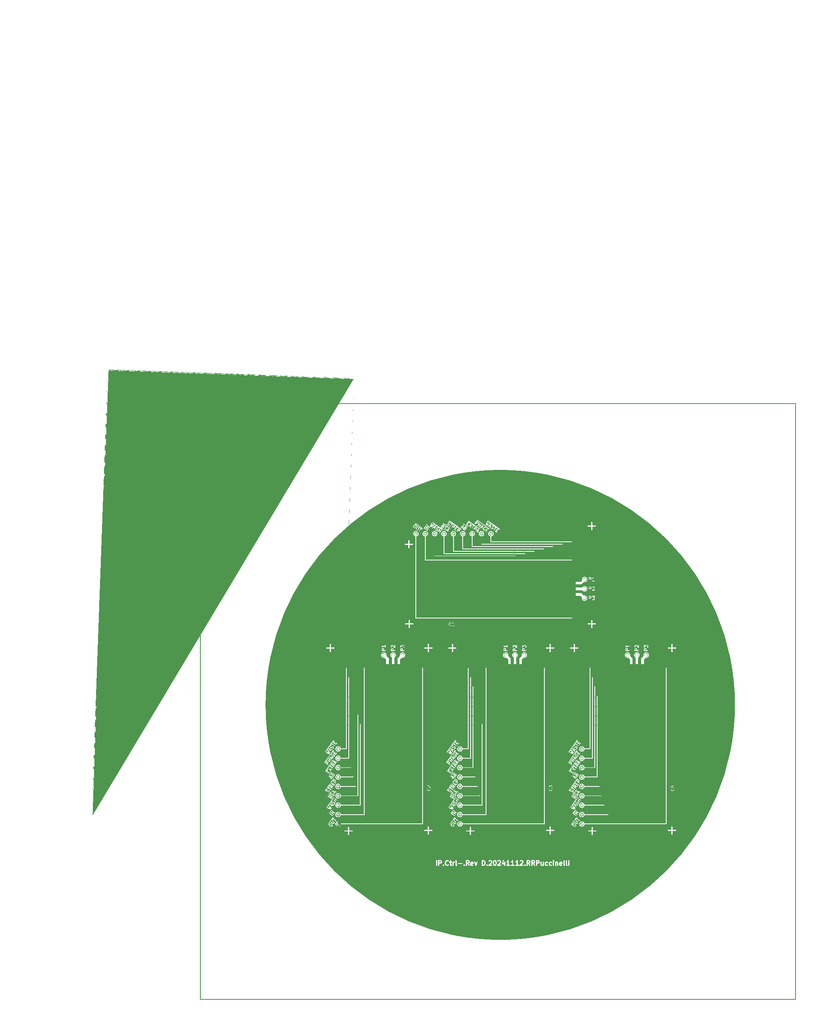
<source format=gbr>
%TF.GenerationSoftware,KiCad,Pcbnew,8.0.5*%
%TF.CreationDate,2024-11-12T15:58:34-08:00*%
%TF.ProjectId,ImmunoprecipitationDevice_RevD,496d6d75-6e6f-4707-9265-636970697461,rev?*%
%TF.SameCoordinates,Original*%
%TF.FileFunction,Copper,L4,Bot*%
%TF.FilePolarity,Positive*%
%FSLAX46Y46*%
G04 Gerber Fmt 4.6, Leading zero omitted, Abs format (unit mm)*
G04 Created by KiCad (PCBNEW 8.0.5) date 2024-11-12 15:58:34*
%MOMM*%
%LPD*%
G01*
G04 APERTURE LIST*
G04 Aperture macros list*
%AMFreePoly0*
4,1,131,0.099848,0.566264,0.164912,0.550844,0.227746,0.527974,0.287500,0.497965,0.343366,0.461221,0.394589,0.418240,0.440476,0.369603,0.480405,0.315968,0.513839,0.258060,0.540323,0.196662,0.559501,0.132604,0.571112,0.066753,0.575000,0.000000,0.571112,-0.066753,0.559501,-0.132604,0.540323,-0.196662,0.513839,-0.258060,0.480405,-0.315968,0.440476,-0.369603,0.394589,-0.418240,
0.343366,-0.461221,0.287500,-0.497965,0.227746,-0.527974,0.164912,-0.550844,0.099848,-0.566264,0.033433,-0.574027,-0.033433,-0.574027,-0.099848,-0.566264,-0.164912,-0.550844,-0.227746,-0.527974,-0.287500,-0.497965,-0.343366,-0.461221,-0.394589,-0.418240,-0.440476,-0.369603,-0.467112,-0.333824,-0.263114,-0.333824,-0.245662,-0.348023,-0.195984,-0.378233,-0.142656,-0.401397,-0.086671,-0.417083,
-0.050000,-0.422123,0.050000,-0.422123,0.086671,-0.417083,0.142656,-0.401397,0.195984,-0.378233,0.245662,-0.348023,0.263114,-0.333824,0.050000,-0.120710,0.050000,-0.422123,-0.050000,-0.422123,-0.050000,-0.120710,-0.263114,-0.333824,-0.467112,-0.333824,-0.480405,-0.315968,-0.513839,-0.258060,-0.540323,-0.196662,-0.559501,-0.132604,-0.571112,-0.066753,-0.572088,-0.050000,-0.422573,-0.050000,
-0.422025,-0.058006,-0.410196,-0.114932,-0.390726,-0.169716,-0.363977,-0.221339,-0.334213,-0.263503,-0.120710,-0.050000,0.120710,-0.050000,0.334213,-0.263503,0.363977,-0.221339,0.390726,-0.169716,0.410196,-0.114932,0.422025,-0.058006,0.422573,-0.050000,0.120710,-0.050000,-0.120710,-0.050000,-0.422573,-0.050000,-0.572088,-0.050000,-0.575000,0.000000,-0.572088,0.050000,-0.422573,0.050000,
-0.120710,0.050000,0.120710,0.050000,0.422573,0.050000,0.422025,0.058006,0.410196,0.114932,0.390726,0.169716,0.363977,0.221339,0.334213,0.263503,0.120710,0.050000,-0.120710,0.050000,-0.334213,0.263503,-0.363977,0.221339,-0.390726,0.169716,-0.410196,0.114932,-0.422025,0.058006,-0.422573,0.050000,-0.572088,0.050000,-0.571112,0.066753,-0.559501,0.132604,-0.540323,0.196662,
-0.513839,0.258060,-0.480405,0.315968,-0.467112,0.333824,-0.263114,0.333824,-0.050000,0.120710,0.050000,0.120710,0.263114,0.333824,0.245662,0.348023,0.195984,0.378233,0.142656,0.401397,0.086671,0.417083,0.050000,0.422123,0.050000,0.120710,-0.050000,0.120710,-0.050000,0.422123,-0.086671,0.417083,-0.142656,0.401397,-0.195984,0.378233,-0.245662,0.348023,-0.263114,0.333824,
-0.467112,0.333824,-0.440476,0.369603,-0.394589,0.418240,-0.343366,0.461221,-0.287500,0.497965,-0.227746,0.527974,-0.164912,0.550844,-0.099848,0.566264,-0.033433,0.574027,0.033433,0.574027,0.099848,0.566264,0.099848,0.566264,$1*%
G04 Aperture macros list end*
%ADD10C,0.150000*%
%ADD11C,0.100000*%
%ADD12C,0.250000*%
%TA.AperFunction,SMDPad,CuDef*%
%ADD13FreePoly0,270.000000*%
%TD*%
%TA.AperFunction,Profile*%
%ADD14C,0.200000*%
%TD*%
G04 APERTURE END LIST*
D10*
G36*
X95016165Y-52347353D02*
G01*
X95034668Y-52365855D01*
X95057021Y-52410561D01*
X95057021Y-52603571D01*
X94814164Y-52603571D01*
X94814164Y-52410561D01*
X94836516Y-52365855D01*
X94855018Y-52347353D01*
X94899726Y-52325000D01*
X94971459Y-52325000D01*
X95016165Y-52347353D01*
G37*
G36*
X95647497Y-52836904D02*
G01*
X94580831Y-52836904D01*
X94580831Y-52392857D01*
X94664164Y-52392857D01*
X94664164Y-52678571D01*
X94664806Y-52688360D01*
X94669873Y-52707272D01*
X94679662Y-52724228D01*
X94693507Y-52738073D01*
X94710463Y-52747862D01*
X94729375Y-52752929D01*
X94739164Y-52753571D01*
X95489164Y-52753571D01*
X95498953Y-52752929D01*
X95517865Y-52747862D01*
X95534821Y-52738073D01*
X95548666Y-52724228D01*
X95558455Y-52707272D01*
X95563522Y-52688360D01*
X95563522Y-52668782D01*
X95558455Y-52649870D01*
X95548666Y-52632914D01*
X95534821Y-52619069D01*
X95517865Y-52609280D01*
X95498953Y-52604213D01*
X95489164Y-52603571D01*
X95207021Y-52603571D01*
X95207021Y-52392857D01*
X95206755Y-52388812D01*
X95206832Y-52387541D01*
X95206597Y-52386392D01*
X95206379Y-52383068D01*
X95204422Y-52375766D01*
X95202907Y-52368359D01*
X95201615Y-52365289D01*
X95201312Y-52364156D01*
X95200673Y-52363049D01*
X95199103Y-52359317D01*
X95163389Y-52287887D01*
X95158437Y-52279419D01*
X95156937Y-52277727D01*
X95155807Y-52275770D01*
X95149339Y-52268394D01*
X95113624Y-52232680D01*
X95106248Y-52226212D01*
X95104292Y-52225083D01*
X95102602Y-52223584D01*
X95094133Y-52218632D01*
X95022705Y-52182918D01*
X95018969Y-52181346D01*
X95017865Y-52180709D01*
X95016732Y-52180405D01*
X95013662Y-52179114D01*
X95006253Y-52177598D01*
X94998953Y-52175642D01*
X94995629Y-52175424D01*
X94994481Y-52175189D01*
X94993208Y-52175265D01*
X94989164Y-52175000D01*
X94882021Y-52175000D01*
X94877976Y-52175265D01*
X94876705Y-52175189D01*
X94875556Y-52175423D01*
X94872232Y-52175642D01*
X94864930Y-52177598D01*
X94857523Y-52179114D01*
X94854453Y-52180405D01*
X94853320Y-52180709D01*
X94852213Y-52181347D01*
X94848481Y-52182918D01*
X94777051Y-52218632D01*
X94768583Y-52223584D01*
X94766892Y-52225082D01*
X94764935Y-52226213D01*
X94757559Y-52232681D01*
X94721845Y-52268395D01*
X94715377Y-52275771D01*
X94714246Y-52277728D01*
X94712748Y-52279419D01*
X94707796Y-52287887D01*
X94672082Y-52359316D01*
X94670510Y-52363051D01*
X94669873Y-52364156D01*
X94669569Y-52365288D01*
X94668278Y-52368359D01*
X94666762Y-52375767D01*
X94664806Y-52383068D01*
X94664588Y-52386391D01*
X94664353Y-52387540D01*
X94664429Y-52388812D01*
X94664164Y-52392857D01*
X94580831Y-52392857D01*
X94580831Y-51535714D01*
X94664164Y-51535714D01*
X94664164Y-52000000D01*
X94664806Y-52009789D01*
X94669873Y-52028701D01*
X94679662Y-52045657D01*
X94693507Y-52059502D01*
X94710463Y-52069291D01*
X94729375Y-52074358D01*
X94748953Y-52074358D01*
X94767865Y-52069291D01*
X94784821Y-52059502D01*
X94798666Y-52045657D01*
X94808455Y-52028701D01*
X94813522Y-52009789D01*
X94814164Y-52000000D01*
X94814164Y-51700996D01*
X94975490Y-51842157D01*
X94978355Y-51844350D01*
X94979221Y-51845216D01*
X94980300Y-51845838D01*
X94983280Y-51848120D01*
X94989838Y-51851345D01*
X94996177Y-51855005D01*
X94998596Y-51855653D01*
X95000849Y-51856761D01*
X95008033Y-51858181D01*
X95015089Y-51860072D01*
X95017593Y-51860072D01*
X95020056Y-51860559D01*
X95027364Y-51860072D01*
X95034667Y-51860072D01*
X95037085Y-51859424D01*
X95039593Y-51859257D01*
X95046523Y-51856895D01*
X95053579Y-51855005D01*
X95055751Y-51853750D01*
X95058125Y-51852942D01*
X95064194Y-51848876D01*
X95070535Y-51845216D01*
X95072311Y-51843439D01*
X95074392Y-51842046D01*
X95079200Y-51836550D01*
X95084380Y-51831371D01*
X95085635Y-51829195D01*
X95087284Y-51827312D01*
X95090509Y-51820753D01*
X95094169Y-51814415D01*
X95094817Y-51811995D01*
X95095925Y-51809743D01*
X95097345Y-51802558D01*
X95099236Y-51795503D01*
X95099481Y-51791756D01*
X95099723Y-51790536D01*
X95099641Y-51789316D01*
X95099878Y-51785714D01*
X95099878Y-51696276D01*
X95122231Y-51651570D01*
X95140734Y-51633067D01*
X95185440Y-51610714D01*
X95328602Y-51610714D01*
X95373308Y-51633067D01*
X95391811Y-51651570D01*
X95414164Y-51696276D01*
X95414164Y-51875152D01*
X95391811Y-51919858D01*
X95364702Y-51946967D01*
X95358234Y-51954343D01*
X95348444Y-51971299D01*
X95343376Y-51990210D01*
X95343376Y-52009790D01*
X95348444Y-52028701D01*
X95358234Y-52045657D01*
X95372078Y-52059501D01*
X95389034Y-52069291D01*
X95407945Y-52074359D01*
X95427525Y-52074359D01*
X95446436Y-52069291D01*
X95463392Y-52059501D01*
X95470768Y-52053033D01*
X95506483Y-52017318D01*
X95512951Y-52009942D01*
X95514081Y-52007983D01*
X95515580Y-52006294D01*
X95520532Y-51997826D01*
X95556246Y-51926398D01*
X95557817Y-51922662D01*
X95558455Y-51921558D01*
X95558758Y-51920425D01*
X95560050Y-51917355D01*
X95561565Y-51909946D01*
X95563522Y-51902646D01*
X95563739Y-51899322D01*
X95563975Y-51898174D01*
X95563898Y-51896901D01*
X95564164Y-51892857D01*
X95564164Y-51678571D01*
X95563898Y-51674526D01*
X95563975Y-51673254D01*
X95563739Y-51672105D01*
X95563522Y-51668782D01*
X95561565Y-51661481D01*
X95560050Y-51654073D01*
X95558758Y-51651002D01*
X95558455Y-51649870D01*
X95557817Y-51648765D01*
X95556246Y-51645030D01*
X95520532Y-51573602D01*
X95515580Y-51565134D01*
X95514081Y-51563444D01*
X95512951Y-51561486D01*
X95506483Y-51554110D01*
X95470768Y-51518395D01*
X95463392Y-51511927D01*
X95461436Y-51510797D01*
X95459745Y-51509298D01*
X95451276Y-51504346D01*
X95379848Y-51468632D01*
X95376112Y-51467060D01*
X95375008Y-51466423D01*
X95373875Y-51466119D01*
X95370805Y-51464828D01*
X95363396Y-51463312D01*
X95356096Y-51461356D01*
X95352772Y-51461138D01*
X95351624Y-51460903D01*
X95350351Y-51460979D01*
X95346307Y-51460714D01*
X95167735Y-51460714D01*
X95163690Y-51460979D01*
X95162418Y-51460903D01*
X95161269Y-51461138D01*
X95157946Y-51461356D01*
X95150645Y-51463312D01*
X95143237Y-51464828D01*
X95140166Y-51466119D01*
X95139034Y-51466423D01*
X95137929Y-51467060D01*
X95134194Y-51468632D01*
X95062766Y-51504346D01*
X95054298Y-51509298D01*
X95052608Y-51510796D01*
X95050650Y-51511927D01*
X95043274Y-51518395D01*
X95007559Y-51554110D01*
X95001091Y-51561486D01*
X94999961Y-51563441D01*
X94998462Y-51565133D01*
X94993510Y-51573602D01*
X94963942Y-51632737D01*
X94788552Y-51479271D01*
X94785686Y-51477077D01*
X94784821Y-51476212D01*
X94783741Y-51475589D01*
X94780762Y-51473308D01*
X94774203Y-51470082D01*
X94767865Y-51466423D01*
X94765445Y-51465774D01*
X94763193Y-51464667D01*
X94756008Y-51463246D01*
X94748953Y-51461356D01*
X94746449Y-51461356D01*
X94743986Y-51460869D01*
X94736679Y-51461356D01*
X94729375Y-51461356D01*
X94726956Y-51462003D01*
X94724450Y-51462171D01*
X94717521Y-51464531D01*
X94710463Y-51466423D01*
X94708290Y-51467677D01*
X94705917Y-51468486D01*
X94699847Y-51472551D01*
X94693507Y-51476212D01*
X94691730Y-51477988D01*
X94689650Y-51479382D01*
X94684841Y-51484877D01*
X94679662Y-51490057D01*
X94678406Y-51492232D01*
X94676758Y-51494116D01*
X94673532Y-51500674D01*
X94669873Y-51507013D01*
X94669224Y-51509432D01*
X94668117Y-51511685D01*
X94666696Y-51518869D01*
X94664806Y-51525925D01*
X94664560Y-51529671D01*
X94664319Y-51530892D01*
X94664400Y-51532111D01*
X94664164Y-51535714D01*
X94580831Y-51535714D01*
X94580831Y-51377381D01*
X95647497Y-51377381D01*
X95647497Y-52836904D01*
G37*
G36*
X79826280Y-89648112D02*
G01*
X80002288Y-89771354D01*
X80072718Y-89852478D01*
X80083368Y-89912883D01*
X80076817Y-89957061D01*
X80020652Y-90037273D01*
X79981381Y-90058538D01*
X79920975Y-90069188D01*
X79820654Y-90030752D01*
X79644646Y-89907510D01*
X79574217Y-89826386D01*
X79563567Y-89765983D01*
X79570119Y-89721804D01*
X79626285Y-89641592D01*
X79665555Y-89620327D01*
X79725963Y-89609676D01*
X79826280Y-89648112D01*
G37*
G36*
X81221185Y-88719854D02*
G01*
X79977898Y-90495452D01*
X78995005Y-89807224D01*
X79018617Y-89773502D01*
X79132487Y-89773502D01*
X79135887Y-89792784D01*
X79144162Y-89810529D01*
X79156747Y-89825527D01*
X79172785Y-89836756D01*
X79191183Y-89843453D01*
X79210687Y-89845160D01*
X79229969Y-89841760D01*
X79247714Y-89833485D01*
X79262712Y-89820900D01*
X79268852Y-89813249D01*
X79302079Y-89765796D01*
X79412603Y-89765796D01*
X79412861Y-89768044D01*
X79412665Y-89770293D01*
X79413732Y-89780045D01*
X79430104Y-89872893D01*
X79432437Y-89882421D01*
X79432704Y-89882994D01*
X79432826Y-89883622D01*
X79436850Y-89891886D01*
X79440711Y-89900166D01*
X79441119Y-89900652D01*
X79441398Y-89901225D01*
X79447331Y-89909038D01*
X79537432Y-90012820D01*
X79542833Y-90018275D01*
X79543397Y-90018947D01*
X79543890Y-90019342D01*
X79544334Y-90019791D01*
X79545058Y-90020280D01*
X79551048Y-90025087D01*
X79742184Y-90158922D01*
X79748747Y-90162904D01*
X79749458Y-90163420D01*
X79750033Y-90163685D01*
X79750571Y-90164011D01*
X79751387Y-90164308D01*
X79758369Y-90167522D01*
X79886708Y-90216693D01*
X79896079Y-90219595D01*
X79896708Y-90219660D01*
X79897308Y-90219879D01*
X79906440Y-90220677D01*
X79915552Y-90221630D01*
X79916181Y-90221529D01*
X79916812Y-90221585D01*
X79926564Y-90220518D01*
X80019413Y-90204147D01*
X80028942Y-90201815D01*
X80030992Y-90200858D01*
X80033189Y-90200334D01*
X80042102Y-90196238D01*
X80107645Y-90160747D01*
X80111073Y-90158588D01*
X80112231Y-90158049D01*
X80113131Y-90157293D01*
X80115947Y-90155521D01*
X80121429Y-90150330D01*
X80127229Y-90145464D01*
X80129314Y-90142865D01*
X80130165Y-90142060D01*
X80130832Y-90140974D01*
X80133369Y-90137813D01*
X80209846Y-90028594D01*
X80211948Y-90025128D01*
X80212742Y-90024129D01*
X80213208Y-90023051D01*
X80214935Y-90020207D01*
X80217520Y-90013103D01*
X80220528Y-90006165D01*
X80221230Y-90002911D01*
X80221632Y-90001809D01*
X80221743Y-90000538D01*
X80222599Y-89996576D01*
X80233532Y-89922846D01*
X80234333Y-89913069D01*
X80234074Y-89910821D01*
X80234271Y-89908573D01*
X80233204Y-89898822D01*
X80216833Y-89805974D01*
X80214501Y-89796445D01*
X80214231Y-89795867D01*
X80214111Y-89795244D01*
X80210110Y-89787027D01*
X80206227Y-89778700D01*
X80205816Y-89778210D01*
X80205539Y-89777641D01*
X80199606Y-89769829D01*
X80109505Y-89666046D01*
X80104103Y-89660590D01*
X80103540Y-89659919D01*
X80103046Y-89659523D01*
X80102603Y-89659075D01*
X80101878Y-89658585D01*
X80095889Y-89653779D01*
X79904753Y-89519944D01*
X79898189Y-89515961D01*
X79897479Y-89515446D01*
X79896903Y-89515180D01*
X79896366Y-89514855D01*
X79895549Y-89514557D01*
X79888568Y-89511344D01*
X79760229Y-89462173D01*
X79750859Y-89459270D01*
X79750226Y-89459203D01*
X79749628Y-89458986D01*
X79740507Y-89458188D01*
X79731386Y-89457235D01*
X79730755Y-89457335D01*
X79730124Y-89457280D01*
X79720372Y-89458348D01*
X79627523Y-89474719D01*
X79617994Y-89477052D01*
X79615946Y-89478006D01*
X79613748Y-89478532D01*
X79604835Y-89482628D01*
X79539292Y-89518119D01*
X79535861Y-89520278D01*
X79534706Y-89520817D01*
X79533807Y-89521571D01*
X79530989Y-89523345D01*
X79525502Y-89528539D01*
X79519708Y-89533402D01*
X79517622Y-89536000D01*
X79516772Y-89536806D01*
X79516104Y-89537891D01*
X79513568Y-89541053D01*
X79437091Y-89650273D01*
X79434990Y-89653734D01*
X79434196Y-89654736D01*
X79433728Y-89655814D01*
X79432002Y-89658660D01*
X79429418Y-89665756D01*
X79426409Y-89672700D01*
X79425705Y-89675958D01*
X79425305Y-89677058D01*
X79425194Y-89678325D01*
X79424338Y-89682289D01*
X79413404Y-89756019D01*
X79412603Y-89765796D01*
X79302079Y-89765796D01*
X79694703Y-89205071D01*
X79767743Y-89205071D01*
X79771143Y-89224353D01*
X79779418Y-89242098D01*
X79792003Y-89257096D01*
X79799654Y-89263236D01*
X80263841Y-89588264D01*
X80267307Y-89590367D01*
X80268305Y-89591159D01*
X80269380Y-89591624D01*
X80272228Y-89593353D01*
X80279334Y-89595939D01*
X80286269Y-89598945D01*
X80289524Y-89599648D01*
X80290626Y-89600049D01*
X80291894Y-89600160D01*
X80295858Y-89601016D01*
X80369587Y-89611949D01*
X80379364Y-89612750D01*
X80381610Y-89612491D01*
X80383859Y-89612688D01*
X80393610Y-89611621D01*
X80440034Y-89603436D01*
X80449563Y-89601104D01*
X80451610Y-89600149D01*
X80453810Y-89599624D01*
X80462724Y-89595527D01*
X80528268Y-89560036D01*
X80531696Y-89557877D01*
X80532854Y-89557338D01*
X80533754Y-89556582D01*
X80536570Y-89554810D01*
X80542052Y-89549619D01*
X80547852Y-89544753D01*
X80549939Y-89542152D01*
X80550788Y-89541349D01*
X80551453Y-89540266D01*
X80553993Y-89537102D01*
X80630469Y-89427881D01*
X80632569Y-89424420D01*
X80633365Y-89423417D01*
X80633833Y-89422336D01*
X80635558Y-89419494D01*
X80638141Y-89412396D01*
X80641151Y-89405453D01*
X80641854Y-89402197D01*
X80642255Y-89401096D01*
X80642366Y-89399827D01*
X80643222Y-89395864D01*
X80654155Y-89322135D01*
X80654956Y-89312358D01*
X80654697Y-89310110D01*
X80654894Y-89307862D01*
X80653826Y-89298110D01*
X80645641Y-89251686D01*
X80643308Y-89242157D01*
X80642352Y-89240108D01*
X80641828Y-89237912D01*
X80637732Y-89228998D01*
X80602241Y-89163454D01*
X80600082Y-89160025D01*
X80599543Y-89158868D01*
X80598787Y-89157967D01*
X80597015Y-89155152D01*
X80591819Y-89149664D01*
X80586957Y-89143870D01*
X80584359Y-89141785D01*
X80583554Y-89140934D01*
X80582469Y-89140267D01*
X80579307Y-89137729D01*
X80115121Y-88812704D01*
X80106734Y-88807615D01*
X80088336Y-88800918D01*
X80068832Y-88799211D01*
X80049550Y-88802611D01*
X80031805Y-88810886D01*
X80016807Y-88823471D01*
X80005578Y-88839509D01*
X79998881Y-88857907D01*
X79997174Y-88877411D01*
X80000574Y-88896693D01*
X80008849Y-88914438D01*
X80021434Y-88929436D01*
X80029085Y-88935576D01*
X80478766Y-89250446D01*
X80500032Y-89289718D01*
X80503991Y-89312172D01*
X80497441Y-89356347D01*
X80441274Y-89436562D01*
X80402003Y-89457827D01*
X80379550Y-89461785D01*
X80335373Y-89455235D01*
X79885690Y-89140364D01*
X79877303Y-89135275D01*
X79858905Y-89128578D01*
X79839401Y-89126871D01*
X79820119Y-89130271D01*
X79802374Y-89138546D01*
X79787376Y-89151131D01*
X79776147Y-89167169D01*
X79769450Y-89185567D01*
X79767743Y-89205071D01*
X79694703Y-89205071D01*
X80057968Y-88686275D01*
X80131008Y-88686275D01*
X80134408Y-88705557D01*
X80142683Y-88723302D01*
X80155268Y-88738300D01*
X80171306Y-88749529D01*
X80189704Y-88756226D01*
X80209208Y-88757933D01*
X80228490Y-88754533D01*
X80246235Y-88746258D01*
X80261233Y-88733673D01*
X80267373Y-88726022D01*
X80339070Y-88623627D01*
X80851040Y-88982113D01*
X80859427Y-88987202D01*
X80877826Y-88993899D01*
X80897330Y-88995606D01*
X80916612Y-88992206D01*
X80934356Y-88983931D01*
X80949354Y-88971345D01*
X80960584Y-88955308D01*
X80967281Y-88936910D01*
X80968988Y-88917406D01*
X80965588Y-88898123D01*
X80957313Y-88880379D01*
X80944727Y-88865381D01*
X80937077Y-88859240D01*
X80425107Y-88500756D01*
X80496805Y-88398362D01*
X80501893Y-88389975D01*
X80508590Y-88371577D01*
X80510297Y-88352073D01*
X80506897Y-88332790D01*
X80498622Y-88315046D01*
X80486037Y-88300048D01*
X80470000Y-88288818D01*
X80451602Y-88282122D01*
X80432097Y-88280415D01*
X80412815Y-88283815D01*
X80395071Y-88292089D01*
X80380073Y-88304675D01*
X80373932Y-88312325D01*
X80144501Y-88639986D01*
X80139412Y-88648373D01*
X80132715Y-88666771D01*
X80131008Y-88686275D01*
X80057968Y-88686275D01*
X80335704Y-88289627D01*
X80340792Y-88281240D01*
X80347489Y-88262842D01*
X80349196Y-88243338D01*
X80345796Y-88224055D01*
X80337521Y-88206311D01*
X80324936Y-88191313D01*
X80308898Y-88180083D01*
X80290500Y-88173387D01*
X80270996Y-88171680D01*
X80251714Y-88175080D01*
X80233970Y-88183355D01*
X80218971Y-88195940D01*
X80212831Y-88203591D01*
X79145980Y-89727213D01*
X79140891Y-89735600D01*
X79134194Y-89753998D01*
X79132487Y-89773502D01*
X79018617Y-89773502D01*
X80238292Y-88031626D01*
X81221185Y-88719854D01*
G37*
G36*
X79040242Y-76432674D02*
G01*
X79093150Y-76469721D01*
X79114415Y-76508991D01*
X79118373Y-76531444D01*
X79111823Y-76575621D01*
X79012042Y-76718123D01*
X78834560Y-76593848D01*
X78934341Y-76451345D01*
X78973609Y-76430083D01*
X78996065Y-76426123D01*
X79040242Y-76432674D01*
G37*
G36*
X80012760Y-75521411D02*
G01*
X79940936Y-75623985D01*
X79822987Y-75464963D01*
X80012760Y-75521411D01*
G37*
G36*
X81311216Y-74412832D02*
G01*
X79285953Y-77305208D01*
X78303060Y-76616979D01*
X78326672Y-76583257D01*
X78440542Y-76583257D01*
X78443942Y-76602539D01*
X78452217Y-76620284D01*
X78464802Y-76635282D01*
X78480840Y-76646511D01*
X78499238Y-76653208D01*
X78518742Y-76654915D01*
X78538024Y-76651515D01*
X78555769Y-76643240D01*
X78570767Y-76630655D01*
X78576907Y-76623004D01*
X78582135Y-76615537D01*
X78655177Y-76615537D01*
X78658577Y-76634820D01*
X78662248Y-76642691D01*
X78666852Y-76652564D01*
X78679437Y-76667562D01*
X78687088Y-76673702D01*
X79260494Y-77075206D01*
X79268881Y-77080295D01*
X79287279Y-77086992D01*
X79306783Y-77088699D01*
X79326065Y-77085299D01*
X79343810Y-77077024D01*
X79358808Y-77064439D01*
X79370037Y-77048401D01*
X79376734Y-77030003D01*
X79378441Y-77010499D01*
X79375041Y-76991217D01*
X79366766Y-76973472D01*
X79354181Y-76958474D01*
X79346530Y-76952334D01*
X79134915Y-76804159D01*
X79244851Y-76647156D01*
X79246953Y-76643690D01*
X79247747Y-76642691D01*
X79248213Y-76641613D01*
X79249940Y-76638769D01*
X79252525Y-76631665D01*
X79255533Y-76624727D01*
X79256235Y-76621473D01*
X79256637Y-76620371D01*
X79256748Y-76619100D01*
X79257604Y-76615138D01*
X79268537Y-76541409D01*
X79269338Y-76531632D01*
X79269079Y-76529385D01*
X79269276Y-76527138D01*
X79268209Y-76517386D01*
X79260024Y-76470961D01*
X79257692Y-76461432D01*
X79256736Y-76459382D01*
X79256211Y-76457184D01*
X79252115Y-76448271D01*
X79216624Y-76382728D01*
X79214464Y-76379297D01*
X79213926Y-76378142D01*
X79213171Y-76377243D01*
X79211398Y-76374425D01*
X79206203Y-76368938D01*
X79201341Y-76363144D01*
X79198742Y-76361058D01*
X79197937Y-76360208D01*
X79196851Y-76359540D01*
X79193690Y-76357004D01*
X79111774Y-76299646D01*
X79108313Y-76297545D01*
X79107310Y-76296750D01*
X79106229Y-76296281D01*
X79103387Y-76294557D01*
X79096289Y-76291973D01*
X79089346Y-76288964D01*
X79086090Y-76288260D01*
X79084989Y-76287860D01*
X79083720Y-76287748D01*
X79079757Y-76286893D01*
X79006028Y-76275960D01*
X78996251Y-76275159D01*
X78994003Y-76275417D01*
X78991755Y-76275221D01*
X78982003Y-76276289D01*
X78935579Y-76284474D01*
X78926050Y-76286807D01*
X78924004Y-76287760D01*
X78921806Y-76288286D01*
X78912892Y-76292382D01*
X78847348Y-76327873D01*
X78843918Y-76330031D01*
X78842761Y-76330571D01*
X78841862Y-76331325D01*
X78839045Y-76333098D01*
X78833556Y-76338294D01*
X78827763Y-76343156D01*
X78825677Y-76345754D01*
X78824828Y-76346559D01*
X78824161Y-76347643D01*
X78821623Y-76350807D01*
X78668669Y-76569248D01*
X78663581Y-76577635D01*
X78656884Y-76596033D01*
X78655177Y-76615537D01*
X78582135Y-76615537D01*
X78983638Y-76042131D01*
X79056680Y-76042131D01*
X79060080Y-76061413D01*
X79068355Y-76079158D01*
X79080940Y-76094156D01*
X79088591Y-76100296D01*
X79661998Y-76501799D01*
X79670385Y-76506888D01*
X79688783Y-76513585D01*
X79708287Y-76515292D01*
X79727569Y-76511892D01*
X79745314Y-76503617D01*
X79760312Y-76491032D01*
X79771541Y-76474994D01*
X79778238Y-76456596D01*
X79779945Y-76437092D01*
X79776545Y-76417809D01*
X79768270Y-76400065D01*
X79755684Y-76385067D01*
X79748034Y-76378926D01*
X79509114Y-76211633D01*
X79652508Y-76006845D01*
X79891427Y-76174138D01*
X79899814Y-76179227D01*
X79918213Y-76185924D01*
X79937717Y-76187631D01*
X79956999Y-76184231D01*
X79974743Y-76175956D01*
X79989741Y-76163370D01*
X80000971Y-76147333D01*
X80007668Y-76128935D01*
X80009375Y-76109431D01*
X80005975Y-76090148D01*
X79997700Y-76072404D01*
X79985114Y-76057406D01*
X79977464Y-76051265D01*
X79404058Y-75649763D01*
X79395671Y-75644674D01*
X79377273Y-75637977D01*
X79357769Y-75636270D01*
X79338487Y-75639670D01*
X79320742Y-75647945D01*
X79305744Y-75660530D01*
X79294515Y-75676568D01*
X79287818Y-75694966D01*
X79286111Y-75714470D01*
X79289511Y-75733752D01*
X79297786Y-75751497D01*
X79310371Y-75766495D01*
X79318022Y-75772635D01*
X79529636Y-75920809D01*
X79386242Y-76125597D01*
X79174627Y-75977424D01*
X79166240Y-75972335D01*
X79147842Y-75965638D01*
X79128338Y-75963931D01*
X79109056Y-75967331D01*
X79091311Y-75975606D01*
X79076313Y-75988191D01*
X79065084Y-76004229D01*
X79058387Y-76022627D01*
X79056680Y-76042131D01*
X78983638Y-76042131D01*
X79483885Y-75327705D01*
X79553718Y-75327705D01*
X79554233Y-75332179D01*
X79554110Y-75336683D01*
X79555348Y-75341866D01*
X79555957Y-75347155D01*
X79557611Y-75351342D01*
X79558659Y-75355726D01*
X79561195Y-75360410D01*
X79563153Y-75365363D01*
X79567676Y-75372378D01*
X79567982Y-75372943D01*
X79568164Y-75373135D01*
X79568469Y-75373608D01*
X80008042Y-75966247D01*
X80014389Y-75973727D01*
X80029725Y-75985898D01*
X80047689Y-75993685D01*
X80067057Y-75996557D01*
X80086507Y-75994319D01*
X80104715Y-75987122D01*
X80120440Y-75975458D01*
X80132611Y-75960122D01*
X80140398Y-75942159D01*
X80143270Y-75922791D01*
X80141031Y-75903340D01*
X80133835Y-75885132D01*
X80128519Y-75876887D01*
X80035130Y-75750978D01*
X80164311Y-75566489D01*
X80314566Y-75611183D01*
X80324132Y-75613359D01*
X80343704Y-75613894D01*
X80362747Y-75609345D01*
X80379965Y-75600022D01*
X80394182Y-75586561D01*
X80404430Y-75569879D01*
X80410012Y-75551113D01*
X80410547Y-75531541D01*
X80405999Y-75512498D01*
X80396675Y-75495281D01*
X80383214Y-75481064D01*
X80366532Y-75470815D01*
X80357332Y-75467409D01*
X79650091Y-75257041D01*
X79649545Y-75256916D01*
X79649299Y-75256810D01*
X79648656Y-75256714D01*
X79640525Y-75254865D01*
X79635201Y-75254719D01*
X79629931Y-75253938D01*
X79625456Y-75254453D01*
X79620953Y-75254330D01*
X79615769Y-75255568D01*
X79610481Y-75256177D01*
X79606293Y-75257831D01*
X79601910Y-75258879D01*
X79597225Y-75261415D01*
X79592273Y-75263373D01*
X79588655Y-75266056D01*
X79584693Y-75268202D01*
X79580823Y-75271865D01*
X79576548Y-75275037D01*
X79573748Y-75278564D01*
X79570476Y-75281663D01*
X79567688Y-75286200D01*
X79564377Y-75290373D01*
X79562583Y-75294509D01*
X79560227Y-75298346D01*
X79558709Y-75303447D01*
X79556590Y-75308337D01*
X79555929Y-75312794D01*
X79554645Y-75317111D01*
X79554499Y-75322434D01*
X79553718Y-75327705D01*
X79483885Y-75327705D01*
X79792377Y-74887133D01*
X79906112Y-74887133D01*
X79906474Y-74890442D01*
X79906442Y-74891615D01*
X79906737Y-74892854D01*
X79907179Y-74896885D01*
X79923551Y-74989733D01*
X79925883Y-74999262D01*
X79926839Y-75001312D01*
X79927364Y-75003509D01*
X79931460Y-75012422D01*
X79966951Y-75077965D01*
X79969762Y-75082431D01*
X79970336Y-75083609D01*
X79971317Y-75084901D01*
X79972177Y-75086267D01*
X79973073Y-75087213D01*
X79976269Y-75091422D01*
X80066370Y-75195204D01*
X80071771Y-75200659D01*
X80072335Y-75201331D01*
X80072828Y-75201726D01*
X80073272Y-75202175D01*
X80073996Y-75202664D01*
X80079986Y-75207471D01*
X80161900Y-75264829D01*
X80168464Y-75268811D01*
X80169174Y-75269327D01*
X80169749Y-75269591D01*
X80170287Y-75269918D01*
X80171104Y-75270215D01*
X80178086Y-75273429D01*
X80306425Y-75322600D01*
X80311466Y-75324161D01*
X80312669Y-75324683D01*
X80314254Y-75325025D01*
X80315796Y-75325503D01*
X80317093Y-75325638D01*
X80322258Y-75326754D01*
X80395987Y-75337687D01*
X80405764Y-75338488D01*
X80408011Y-75338229D01*
X80410260Y-75338426D01*
X80420012Y-75337359D01*
X80512860Y-75320987D01*
X80516799Y-75320022D01*
X80518063Y-75319877D01*
X80519153Y-75319445D01*
X80522388Y-75318654D01*
X80529231Y-75315463D01*
X80536271Y-75312681D01*
X80539073Y-75310873D01*
X80540133Y-75310380D01*
X80541106Y-75309563D01*
X80544516Y-75307365D01*
X80629179Y-75244569D01*
X80636659Y-75238222D01*
X80638066Y-75236448D01*
X80639794Y-75234999D01*
X80645935Y-75227349D01*
X80684174Y-75172739D01*
X80689263Y-75164352D01*
X80690036Y-75162227D01*
X80691219Y-75160302D01*
X80694625Y-75151102D01*
X80724677Y-75050068D01*
X80725575Y-75046116D01*
X80726012Y-75044918D01*
X80726114Y-75043750D01*
X80726853Y-75040502D01*
X80727059Y-75032939D01*
X80727718Y-75025414D01*
X80727355Y-75022104D01*
X80727388Y-75020931D01*
X80727091Y-75019691D01*
X80726651Y-75015662D01*
X80718465Y-74969237D01*
X80716136Y-74959726D01*
X80716133Y-74959708D01*
X80707858Y-74941964D01*
X80707397Y-74941414D01*
X80695274Y-74926965D01*
X80695266Y-74926959D01*
X80687622Y-74920825D01*
X80496487Y-74786991D01*
X80488100Y-74781902D01*
X80469702Y-74775205D01*
X80450198Y-74773498D01*
X80430916Y-74776898D01*
X80413171Y-74785173D01*
X80398173Y-74797758D01*
X80392033Y-74805409D01*
X80315556Y-74914629D01*
X80310467Y-74923016D01*
X80303770Y-74941414D01*
X80302063Y-74960918D01*
X80305463Y-74980200D01*
X80313738Y-74997945D01*
X80326323Y-75012943D01*
X80342361Y-75024172D01*
X80360759Y-75030869D01*
X80380263Y-75032576D01*
X80399545Y-75029176D01*
X80417290Y-75020901D01*
X80432288Y-75008316D01*
X80438428Y-75000665D01*
X80471887Y-74952881D01*
X80575508Y-75025438D01*
X80554321Y-75096669D01*
X80530042Y-75131343D01*
X80469375Y-75176340D01*
X80405949Y-75187523D01*
X80352404Y-75179583D01*
X80240371Y-75136659D01*
X80173584Y-75089894D01*
X80094934Y-74999301D01*
X80069158Y-74951698D01*
X80057975Y-74888272D01*
X80079509Y-74815876D01*
X80119730Y-74758433D01*
X80169706Y-74731373D01*
X80178008Y-74726147D01*
X80192226Y-74712686D01*
X80202475Y-74696005D01*
X80208058Y-74677238D01*
X80208592Y-74657666D01*
X80204042Y-74638623D01*
X80194720Y-74621407D01*
X80181259Y-74607189D01*
X80164578Y-74596940D01*
X80145810Y-74591357D01*
X80126239Y-74590823D01*
X80107196Y-74595373D01*
X80098282Y-74599469D01*
X80032738Y-74634960D01*
X80029309Y-74637118D01*
X80028152Y-74637658D01*
X80027251Y-74638413D01*
X80024436Y-74640186D01*
X80018948Y-74645381D01*
X80013154Y-74650244D01*
X80011069Y-74652841D01*
X80010218Y-74653647D01*
X80009551Y-74654731D01*
X80007013Y-74657894D01*
X79949656Y-74739809D01*
X79944568Y-74748196D01*
X79943796Y-74750316D01*
X79942612Y-74752244D01*
X79939206Y-74761444D01*
X79909153Y-74862478D01*
X79908254Y-74866429D01*
X79907818Y-74867628D01*
X79907715Y-74868795D01*
X79906977Y-74872044D01*
X79906770Y-74879607D01*
X79906112Y-74887133D01*
X79792377Y-74887133D01*
X80149911Y-74376522D01*
X80222952Y-74376522D01*
X80226352Y-74395804D01*
X80234627Y-74413549D01*
X80247212Y-74428547D01*
X80254863Y-74434687D01*
X80828268Y-74836190D01*
X80836655Y-74841279D01*
X80855054Y-74847976D01*
X80874558Y-74849683D01*
X80893840Y-74846283D01*
X80911584Y-74838008D01*
X80926583Y-74825423D01*
X80932723Y-74817772D01*
X81123916Y-74544723D01*
X81129005Y-74536336D01*
X81135702Y-74517938D01*
X81137409Y-74498433D01*
X81134009Y-74479151D01*
X81125734Y-74461407D01*
X81113149Y-74446409D01*
X81097111Y-74435179D01*
X81078713Y-74428482D01*
X81059209Y-74426775D01*
X81039927Y-74430175D01*
X81022182Y-74438450D01*
X81007184Y-74451035D01*
X81001044Y-74458686D01*
X80852869Y-74670299D01*
X80675386Y-74546024D01*
X80766202Y-74416325D01*
X80771291Y-74407939D01*
X80777988Y-74389540D01*
X80779695Y-74370036D01*
X80776295Y-74350754D01*
X80768020Y-74333010D01*
X80755434Y-74318011D01*
X80739397Y-74306782D01*
X80720999Y-74300085D01*
X80701494Y-74298378D01*
X80682212Y-74301778D01*
X80664468Y-74310053D01*
X80649470Y-74322639D01*
X80643329Y-74330289D01*
X80552513Y-74459988D01*
X80402335Y-74354832D01*
X80550510Y-74143218D01*
X80555599Y-74134831D01*
X80562295Y-74116433D01*
X80564002Y-74096928D01*
X80560602Y-74077646D01*
X80552327Y-74059902D01*
X80539742Y-74044904D01*
X80523705Y-74033674D01*
X80505306Y-74026978D01*
X80485802Y-74025271D01*
X80466520Y-74028671D01*
X80448776Y-74036945D01*
X80433777Y-74049531D01*
X80427637Y-74057181D01*
X80236445Y-74330233D01*
X80231356Y-74338620D01*
X80224659Y-74357018D01*
X80222952Y-74376522D01*
X80149911Y-74376522D01*
X80427647Y-73979874D01*
X80432736Y-73971487D01*
X80439433Y-73953089D01*
X80441140Y-73933585D01*
X80437740Y-73914303D01*
X80429465Y-73896559D01*
X80416880Y-73881560D01*
X80400842Y-73870331D01*
X80382444Y-73863634D01*
X80362940Y-73861927D01*
X80343657Y-73865327D01*
X80325913Y-73873602D01*
X80310915Y-73886187D01*
X80304774Y-73893838D01*
X78454035Y-76536968D01*
X78448946Y-76545355D01*
X78442249Y-76563753D01*
X78440542Y-76583257D01*
X78326672Y-76583257D01*
X80328324Y-73724603D01*
X81311216Y-74412832D01*
G37*
G36*
X80951112Y-87154513D02*
G01*
X80245075Y-88162838D01*
X79262675Y-87474954D01*
X79286287Y-87441232D01*
X79400155Y-87441232D01*
X79403555Y-87460514D01*
X79411830Y-87478259D01*
X79424415Y-87493257D01*
X79440453Y-87504486D01*
X79458851Y-87511183D01*
X79478355Y-87512890D01*
X79497637Y-87509490D01*
X79515382Y-87501215D01*
X79530380Y-87488630D01*
X79536520Y-87480979D01*
X79541748Y-87473512D01*
X79614789Y-87473512D01*
X79618189Y-87492794D01*
X79626464Y-87510539D01*
X79639049Y-87525537D01*
X79646700Y-87531677D01*
X80220107Y-87933182D01*
X80228494Y-87938270D01*
X80246892Y-87944967D01*
X80266396Y-87946674D01*
X80285679Y-87943274D01*
X80303423Y-87934999D01*
X80318421Y-87922414D01*
X80329650Y-87906376D01*
X80336347Y-87887978D01*
X80338054Y-87868474D01*
X80334654Y-87849192D01*
X80326379Y-87831448D01*
X80313794Y-87816449D01*
X80306143Y-87810309D01*
X79732736Y-87408805D01*
X79724349Y-87403716D01*
X79705951Y-87397019D01*
X79686447Y-87395312D01*
X79667165Y-87398712D01*
X79649420Y-87406987D01*
X79634422Y-87419572D01*
X79623193Y-87435610D01*
X79616496Y-87454008D01*
X79614789Y-87473512D01*
X79541748Y-87473512D01*
X79733174Y-87200128D01*
X79805968Y-87200128D01*
X79805995Y-87200290D01*
X79805981Y-87200462D01*
X79807683Y-87210118D01*
X79809282Y-87219425D01*
X79809351Y-87219575D01*
X79809381Y-87219744D01*
X79813451Y-87228472D01*
X79817476Y-87237206D01*
X79817585Y-87237337D01*
X79817656Y-87237489D01*
X79823796Y-87244806D01*
X79829995Y-87252261D01*
X79830133Y-87252358D01*
X79830241Y-87252487D01*
X79837892Y-87258627D01*
X80411299Y-87660130D01*
X80419686Y-87665219D01*
X80438084Y-87671916D01*
X80457588Y-87673623D01*
X80476870Y-87670223D01*
X80494615Y-87661948D01*
X80509613Y-87649363D01*
X80520842Y-87633325D01*
X80527539Y-87614927D01*
X80529246Y-87595423D01*
X80525846Y-87576140D01*
X80517571Y-87558396D01*
X80504985Y-87543398D01*
X80497335Y-87537257D01*
X80155271Y-87297742D01*
X80676878Y-87345718D01*
X80686685Y-87345975D01*
X80686847Y-87345947D01*
X80687018Y-87345962D01*
X80696545Y-87344282D01*
X80705981Y-87342662D01*
X80706134Y-87342591D01*
X80706300Y-87342562D01*
X80714854Y-87338572D01*
X80723763Y-87334467D01*
X80723897Y-87334355D01*
X80724044Y-87334287D01*
X80731133Y-87328337D01*
X80738817Y-87321948D01*
X80738918Y-87321804D01*
X80739042Y-87321701D01*
X80744401Y-87314048D01*
X80750118Y-87305960D01*
X80750177Y-87305799D01*
X80750272Y-87305664D01*
X80753542Y-87296680D01*
X80756896Y-87287591D01*
X80756911Y-87287424D01*
X80756969Y-87287266D01*
X80757816Y-87277582D01*
X80758689Y-87268096D01*
X80758661Y-87267933D01*
X80758676Y-87267762D01*
X80756989Y-87258197D01*
X80755376Y-87248799D01*
X80755305Y-87248645D01*
X80755276Y-87248479D01*
X80751227Y-87239797D01*
X80747181Y-87231018D01*
X80747071Y-87230886D01*
X80747001Y-87230735D01*
X80740913Y-87223481D01*
X80734662Y-87215963D01*
X80734521Y-87215863D01*
X80734415Y-87215737D01*
X80726765Y-87209596D01*
X80153359Y-86808094D01*
X80144972Y-86803005D01*
X80126574Y-86796308D01*
X80107070Y-86794601D01*
X80087788Y-86798001D01*
X80070043Y-86806276D01*
X80055045Y-86818861D01*
X80043816Y-86834899D01*
X80037119Y-86853297D01*
X80035412Y-86872801D01*
X80038812Y-86892083D01*
X80047087Y-86909828D01*
X80059672Y-86924826D01*
X80067323Y-86930966D01*
X80409386Y-87170481D01*
X79887779Y-87122506D01*
X79877973Y-87122249D01*
X79877810Y-87122276D01*
X79877639Y-87122262D01*
X79867982Y-87123964D01*
X79858676Y-87125563D01*
X79858525Y-87125632D01*
X79858357Y-87125662D01*
X79849628Y-87129732D01*
X79840895Y-87133757D01*
X79840763Y-87133866D01*
X79840612Y-87133937D01*
X79833294Y-87140077D01*
X79825840Y-87146276D01*
X79825742Y-87146414D01*
X79825614Y-87146522D01*
X79820162Y-87154308D01*
X79814539Y-87162264D01*
X79814479Y-87162424D01*
X79814385Y-87162560D01*
X79811114Y-87171543D01*
X79807761Y-87180633D01*
X79807745Y-87180799D01*
X79807688Y-87180958D01*
X79806840Y-87190641D01*
X79805968Y-87200128D01*
X79733174Y-87200128D01*
X80068034Y-86721899D01*
X80073123Y-86713512D01*
X80079820Y-86695114D01*
X80081527Y-86675610D01*
X80078127Y-86656327D01*
X80069852Y-86638583D01*
X80057267Y-86623585D01*
X80041229Y-86612356D01*
X80022831Y-86605659D01*
X80003327Y-86603952D01*
X79984045Y-86607352D01*
X79966300Y-86615627D01*
X79951302Y-86628212D01*
X79945162Y-86635863D01*
X79413648Y-87394943D01*
X79408559Y-87403330D01*
X79401862Y-87421728D01*
X79400155Y-87441232D01*
X79286287Y-87441232D01*
X79968712Y-86466629D01*
X80951112Y-87154513D01*
G37*
G36*
X80014796Y-83850459D02*
G01*
X80067704Y-83887505D01*
X80088969Y-83926777D01*
X80092928Y-83949230D01*
X80086376Y-83993409D01*
X79986598Y-84135908D01*
X79809114Y-84011633D01*
X79892948Y-83891905D01*
X79953616Y-83846906D01*
X79970618Y-83843908D01*
X80014796Y-83850459D01*
G37*
G36*
X79722626Y-83686572D02*
G01*
X79748229Y-83704499D01*
X79769494Y-83743771D01*
X79773453Y-83766224D01*
X79766902Y-83810400D01*
X79686241Y-83925597D01*
X79536063Y-83820441D01*
X79616724Y-83705245D01*
X79655995Y-83683980D01*
X79678448Y-83680021D01*
X79722626Y-83686572D01*
G37*
G36*
X80676025Y-82802613D02*
G01*
X80604202Y-82905188D01*
X80486253Y-82746166D01*
X80676025Y-82802613D01*
G37*
G36*
X81211885Y-82783135D02*
G01*
X79987457Y-84531801D01*
X79004565Y-83843572D01*
X79028177Y-83809850D01*
X79142046Y-83809850D01*
X79145446Y-83829132D01*
X79153721Y-83846877D01*
X79166306Y-83861875D01*
X79182344Y-83873104D01*
X79200742Y-83879801D01*
X79220246Y-83881508D01*
X79239528Y-83878108D01*
X79257273Y-83869833D01*
X79272271Y-83857248D01*
X79278411Y-83849597D01*
X79283639Y-83842131D01*
X79356680Y-83842131D01*
X79360080Y-83861413D01*
X79368355Y-83879158D01*
X79380940Y-83894156D01*
X79388591Y-83900296D01*
X79961998Y-84301799D01*
X79970385Y-84306888D01*
X79988783Y-84313585D01*
X80008287Y-84315292D01*
X80027569Y-84311892D01*
X80045314Y-84303617D01*
X80060312Y-84291032D01*
X80066452Y-84283381D01*
X80219406Y-84064941D01*
X80221507Y-84061476D01*
X80222300Y-84060478D01*
X80222766Y-84059401D01*
X80224494Y-84056554D01*
X80227077Y-84049457D01*
X80230087Y-84042514D01*
X80230790Y-84039255D01*
X80231191Y-84038156D01*
X80231301Y-84036888D01*
X80232158Y-84032925D01*
X80243092Y-83959195D01*
X80243893Y-83949418D01*
X80243634Y-83947169D01*
X80243831Y-83944921D01*
X80242763Y-83935169D01*
X80234578Y-83888745D01*
X80232245Y-83879216D01*
X80231289Y-83877167D01*
X80230765Y-83874971D01*
X80226669Y-83866057D01*
X80191178Y-83800513D01*
X80189019Y-83797084D01*
X80188480Y-83795927D01*
X80187724Y-83795026D01*
X80185952Y-83792211D01*
X80180756Y-83786723D01*
X80175894Y-83780929D01*
X80173296Y-83778844D01*
X80172491Y-83777993D01*
X80171406Y-83777326D01*
X80168244Y-83774788D01*
X80086329Y-83717431D01*
X80082863Y-83715328D01*
X80081866Y-83714537D01*
X80080789Y-83714070D01*
X80077942Y-83712343D01*
X80070845Y-83709759D01*
X80063902Y-83706750D01*
X80060643Y-83706046D01*
X80059544Y-83705646D01*
X80058276Y-83705535D01*
X80054313Y-83704679D01*
X79980583Y-83693745D01*
X79970806Y-83692944D01*
X79968557Y-83693202D01*
X79966309Y-83693006D01*
X79956557Y-83694074D01*
X79914080Y-83701563D01*
X79912770Y-83696210D01*
X79911814Y-83694161D01*
X79911290Y-83691965D01*
X79907194Y-83683051D01*
X79871703Y-83617507D01*
X79869544Y-83614078D01*
X79869005Y-83612921D01*
X79868249Y-83612020D01*
X79866477Y-83609205D01*
X79861281Y-83603717D01*
X79856419Y-83597923D01*
X79853821Y-83595838D01*
X79853016Y-83594987D01*
X79851931Y-83594320D01*
X79848769Y-83591782D01*
X79794159Y-83553544D01*
X79790693Y-83551441D01*
X79789696Y-83550650D01*
X79788619Y-83550183D01*
X79785772Y-83548456D01*
X79778675Y-83545872D01*
X79771732Y-83542863D01*
X79768473Y-83542159D01*
X79767374Y-83541759D01*
X79766106Y-83541648D01*
X79762143Y-83540792D01*
X79688413Y-83529858D01*
X79678636Y-83529057D01*
X79676387Y-83529315D01*
X79674139Y-83529119D01*
X79664387Y-83530187D01*
X79617963Y-83538372D01*
X79608434Y-83540705D01*
X79606386Y-83541659D01*
X79604188Y-83542185D01*
X79595275Y-83546281D01*
X79529732Y-83581772D01*
X79526301Y-83583931D01*
X79525146Y-83584470D01*
X79524247Y-83585224D01*
X79521429Y-83586998D01*
X79515942Y-83592192D01*
X79510148Y-83597055D01*
X79508062Y-83599653D01*
X79507212Y-83600459D01*
X79506544Y-83601544D01*
X79504008Y-83604706D01*
X79370173Y-83795842D01*
X79365084Y-83804229D01*
X79358387Y-83822627D01*
X79356680Y-83842131D01*
X79283639Y-83842131D01*
X79694022Y-83256043D01*
X79804547Y-83256043D01*
X79804805Y-83258290D01*
X79804609Y-83260539D01*
X79805676Y-83270291D01*
X79813862Y-83316715D01*
X79816194Y-83326244D01*
X79817150Y-83328294D01*
X79817675Y-83330491D01*
X79821771Y-83339404D01*
X79857262Y-83404947D01*
X79859421Y-83408378D01*
X79859960Y-83409532D01*
X79860713Y-83410429D01*
X79862488Y-83413249D01*
X79867685Y-83418739D01*
X79872545Y-83424530D01*
X79875142Y-83426615D01*
X79875949Y-83427467D01*
X79877034Y-83428133D01*
X79880195Y-83430671D01*
X79934805Y-83468910D01*
X79938270Y-83471012D01*
X79939270Y-83471806D01*
X79940347Y-83472272D01*
X79943192Y-83473999D01*
X79950295Y-83476584D01*
X79957234Y-83479592D01*
X79960487Y-83480294D01*
X79961590Y-83480696D01*
X79962860Y-83480807D01*
X79966823Y-83481663D01*
X80040552Y-83492596D01*
X80050329Y-83493397D01*
X80052576Y-83493138D01*
X80054825Y-83493335D01*
X80064577Y-83492268D01*
X80111001Y-83484082D01*
X80120530Y-83481749D01*
X80122574Y-83480795D01*
X80124775Y-83480270D01*
X80133689Y-83476173D01*
X80199233Y-83440682D01*
X80203699Y-83437870D01*
X80204877Y-83437297D01*
X80206169Y-83436315D01*
X80207535Y-83435456D01*
X80208481Y-83434559D01*
X80212690Y-83431364D01*
X80310254Y-83346660D01*
X80357854Y-83320885D01*
X80380308Y-83316926D01*
X80424485Y-83323477D01*
X80450088Y-83341404D01*
X80471353Y-83380676D01*
X80475312Y-83403130D01*
X80468762Y-83447306D01*
X80390302Y-83559357D01*
X80315415Y-83614905D01*
X80307935Y-83621252D01*
X80295764Y-83636588D01*
X80287977Y-83654552D01*
X80285105Y-83673920D01*
X80287344Y-83693370D01*
X80294541Y-83711579D01*
X80306204Y-83727303D01*
X80321540Y-83739474D01*
X80339504Y-83747261D01*
X80358872Y-83750133D01*
X80378322Y-83747894D01*
X80396531Y-83740697D01*
X80404775Y-83735381D01*
X80489438Y-83672585D01*
X80496917Y-83666238D01*
X80498320Y-83664469D01*
X80500053Y-83663016D01*
X80506193Y-83655365D01*
X80601790Y-83518839D01*
X80603890Y-83515378D01*
X80604686Y-83514375D01*
X80605154Y-83513294D01*
X80606879Y-83510452D01*
X80609462Y-83503354D01*
X80612472Y-83496411D01*
X80613175Y-83493155D01*
X80613576Y-83492054D01*
X80613687Y-83490785D01*
X80614543Y-83486822D01*
X80625476Y-83413093D01*
X80626277Y-83403316D01*
X80626018Y-83401068D01*
X80626215Y-83398820D01*
X80625147Y-83389068D01*
X80616962Y-83342644D01*
X80614629Y-83333115D01*
X80613673Y-83331066D01*
X80613149Y-83328870D01*
X80609053Y-83319956D01*
X80573562Y-83254412D01*
X80571403Y-83250983D01*
X80570864Y-83249826D01*
X80570108Y-83248925D01*
X80568336Y-83246110D01*
X80563140Y-83240622D01*
X80558278Y-83234828D01*
X80555680Y-83232743D01*
X80554875Y-83231892D01*
X80553790Y-83231225D01*
X80550628Y-83228687D01*
X80496018Y-83190449D01*
X80492552Y-83188346D01*
X80491555Y-83187555D01*
X80490478Y-83187088D01*
X80487631Y-83185361D01*
X80480534Y-83182777D01*
X80473591Y-83179768D01*
X80470332Y-83179064D01*
X80469233Y-83178664D01*
X80467965Y-83178553D01*
X80464002Y-83177697D01*
X80390273Y-83166763D01*
X80380496Y-83165962D01*
X80378247Y-83166220D01*
X80375999Y-83166024D01*
X80366247Y-83167091D01*
X80319822Y-83175277D01*
X80310294Y-83177610D01*
X80308247Y-83178564D01*
X80306047Y-83179090D01*
X80297134Y-83183186D01*
X80231591Y-83218677D01*
X80227122Y-83221489D01*
X80225947Y-83222062D01*
X80224659Y-83223039D01*
X80223288Y-83223903D01*
X80222335Y-83224804D01*
X80218135Y-83227995D01*
X80120569Y-83312697D01*
X80072966Y-83338474D01*
X80050514Y-83342432D01*
X80006339Y-83335882D01*
X79980735Y-83317953D01*
X79959470Y-83278683D01*
X79955511Y-83256228D01*
X79962062Y-83212051D01*
X80040521Y-83100001D01*
X80115409Y-83044456D01*
X80122889Y-83038109D01*
X80135060Y-83022772D01*
X80142847Y-83004809D01*
X80145719Y-82985441D01*
X80143480Y-82965990D01*
X80136283Y-82947782D01*
X80124620Y-82932057D01*
X80109284Y-82919886D01*
X80091320Y-82912099D01*
X80071952Y-82909227D01*
X80052502Y-82911466D01*
X80034293Y-82918663D01*
X80026049Y-82923979D01*
X79941386Y-82986774D01*
X79933906Y-82993122D01*
X79932500Y-82994892D01*
X79930770Y-82996345D01*
X79924629Y-83003995D01*
X79829034Y-83140520D01*
X79826933Y-83143980D01*
X79826138Y-83144984D01*
X79825669Y-83146064D01*
X79823945Y-83148907D01*
X79821361Y-83156004D01*
X79818352Y-83162948D01*
X79817648Y-83166203D01*
X79817248Y-83167305D01*
X79817136Y-83168573D01*
X79816281Y-83172537D01*
X79805348Y-83246266D01*
X79804547Y-83256043D01*
X79694022Y-83256043D01*
X80147151Y-82608908D01*
X80216984Y-82608908D01*
X80217499Y-82613382D01*
X80217376Y-82617886D01*
X80218614Y-82623069D01*
X80219223Y-82628358D01*
X80220877Y-82632545D01*
X80221925Y-82636929D01*
X80224461Y-82641613D01*
X80226419Y-82646566D01*
X80230942Y-82653581D01*
X80231248Y-82654146D01*
X80231430Y-82654338D01*
X80231735Y-82654811D01*
X80671308Y-83247450D01*
X80677655Y-83254930D01*
X80692991Y-83267101D01*
X80710955Y-83274888D01*
X80730323Y-83277760D01*
X80749773Y-83275522D01*
X80767981Y-83268325D01*
X80783706Y-83256661D01*
X80795877Y-83241325D01*
X80803664Y-83223362D01*
X80806536Y-83203994D01*
X80804297Y-83184543D01*
X80797101Y-83166335D01*
X80791785Y-83158090D01*
X80698396Y-83032181D01*
X80827577Y-82847692D01*
X80977832Y-82892386D01*
X80987398Y-82894562D01*
X81006970Y-82895097D01*
X81026013Y-82890548D01*
X81043231Y-82881225D01*
X81057448Y-82867764D01*
X81067696Y-82851082D01*
X81073278Y-82832316D01*
X81073813Y-82812744D01*
X81069265Y-82793701D01*
X81059941Y-82776484D01*
X81046480Y-82762267D01*
X81029798Y-82752018D01*
X81020598Y-82748612D01*
X80313357Y-82538244D01*
X80312811Y-82538119D01*
X80312565Y-82538013D01*
X80311922Y-82537917D01*
X80303791Y-82536068D01*
X80298467Y-82535922D01*
X80293197Y-82535141D01*
X80288722Y-82535656D01*
X80284219Y-82535533D01*
X80279035Y-82536771D01*
X80273747Y-82537380D01*
X80269559Y-82539034D01*
X80265176Y-82540082D01*
X80260491Y-82542618D01*
X80255539Y-82544576D01*
X80251921Y-82547259D01*
X80247959Y-82549405D01*
X80244089Y-82553068D01*
X80239814Y-82556240D01*
X80237014Y-82559767D01*
X80233742Y-82562866D01*
X80230954Y-82567403D01*
X80227643Y-82571576D01*
X80225849Y-82575712D01*
X80223493Y-82579549D01*
X80221975Y-82584650D01*
X80219856Y-82589540D01*
X80219195Y-82593997D01*
X80217911Y-82598314D01*
X80217765Y-82603637D01*
X80216984Y-82608908D01*
X80147151Y-82608908D01*
X80326144Y-82353279D01*
X80331233Y-82344892D01*
X80337930Y-82326494D01*
X80339637Y-82306990D01*
X80336237Y-82287708D01*
X80327962Y-82269963D01*
X80315377Y-82254965D01*
X80299339Y-82243736D01*
X80280941Y-82237039D01*
X80261437Y-82235332D01*
X80242155Y-82238732D01*
X80224410Y-82247007D01*
X80209412Y-82259592D01*
X80203272Y-82267243D01*
X79155539Y-83763561D01*
X79150450Y-83771948D01*
X79143753Y-83790346D01*
X79142046Y-83809850D01*
X79028177Y-83809850D01*
X80228994Y-82094907D01*
X81211885Y-82783135D01*
G37*
G36*
X80112008Y-85608113D02*
G01*
X80040185Y-85710688D01*
X79922236Y-85551666D01*
X80112008Y-85608113D01*
G37*
G36*
X81448704Y-84444924D02*
G01*
X79748466Y-86873115D01*
X78838502Y-86235951D01*
X79079389Y-86235951D01*
X79082246Y-86255320D01*
X79090020Y-86273291D01*
X79102180Y-86288636D01*
X79117897Y-86300311D01*
X79126761Y-86304513D01*
X79795765Y-86569492D01*
X79805102Y-86572500D01*
X79806197Y-86572626D01*
X79807237Y-86573004D01*
X79815917Y-86573752D01*
X79824551Y-86574753D01*
X79825643Y-86574591D01*
X79826745Y-86574687D01*
X79835311Y-86573165D01*
X79843921Y-86571896D01*
X79844936Y-86571456D01*
X79846022Y-86571264D01*
X79853890Y-86567583D01*
X79861891Y-86564122D01*
X79862758Y-86563434D01*
X79863756Y-86562968D01*
X79870405Y-86557374D01*
X79877236Y-86551962D01*
X79877894Y-86551075D01*
X79878739Y-86550365D01*
X79883725Y-86543226D01*
X79888911Y-86536245D01*
X79889316Y-86535220D01*
X79889950Y-86534314D01*
X79892921Y-86526121D01*
X79896121Y-86518043D01*
X79896247Y-86516947D01*
X79896625Y-86515908D01*
X79897374Y-86507226D01*
X79898374Y-86498594D01*
X79898212Y-86497502D01*
X79898308Y-86496401D01*
X79896786Y-86487834D01*
X79895517Y-86479225D01*
X79895078Y-86478210D01*
X79894885Y-86477123D01*
X79891198Y-86469242D01*
X79887743Y-86461255D01*
X79887056Y-86460388D01*
X79886589Y-86459389D01*
X79880779Y-86451484D01*
X79728721Y-86270708D01*
X79950602Y-86351767D01*
X79960016Y-86354523D01*
X79961112Y-86354620D01*
X79962164Y-86354970D01*
X79970851Y-86355484D01*
X79979519Y-86356254D01*
X79980610Y-86356062D01*
X79981709Y-86356128D01*
X79990215Y-86354380D01*
X79998804Y-86352877D01*
X79999806Y-86352411D01*
X80000888Y-86352189D01*
X80008640Y-86348304D01*
X80016560Y-86344624D01*
X80017412Y-86343910D01*
X80018393Y-86343419D01*
X80024866Y-86337670D01*
X80031573Y-86332056D01*
X80032209Y-86331149D01*
X80033032Y-86330419D01*
X80037817Y-86323159D01*
X80042821Y-86316031D01*
X80043199Y-86314995D01*
X80043808Y-86314072D01*
X80046554Y-86305812D01*
X80049540Y-86297642D01*
X80049637Y-86296541D01*
X80049986Y-86295494D01*
X80050499Y-86286823D01*
X80051270Y-86278140D01*
X80051078Y-86277047D01*
X80051144Y-86275948D01*
X80049399Y-86267454D01*
X80047894Y-86258854D01*
X80047426Y-86257848D01*
X80047205Y-86256770D01*
X80043323Y-86249022D01*
X80039640Y-86241099D01*
X80038927Y-86240247D01*
X80038435Y-86239265D01*
X80032415Y-86231519D01*
X79554604Y-85693490D01*
X79547624Y-85686597D01*
X79531277Y-85675821D01*
X79512699Y-85669643D01*
X79493153Y-85668484D01*
X79473975Y-85672424D01*
X79456470Y-85681194D01*
X79441831Y-85694194D01*
X79431055Y-85710541D01*
X79424877Y-85729119D01*
X79423718Y-85748665D01*
X79427658Y-85767843D01*
X79436428Y-85785348D01*
X79442448Y-85793094D01*
X79722892Y-86108882D01*
X79516020Y-86033307D01*
X79506605Y-86030551D01*
X79506519Y-86030543D01*
X79506430Y-86030511D01*
X79496347Y-86029641D01*
X79487102Y-86028821D01*
X79487016Y-86028836D01*
X79486923Y-86028828D01*
X79477194Y-86030555D01*
X79467817Y-86032197D01*
X79467735Y-86032234D01*
X79467645Y-86032251D01*
X79458922Y-86036331D01*
X79450062Y-86040450D01*
X79449990Y-86040509D01*
X79449911Y-86040547D01*
X79442581Y-86046712D01*
X79435049Y-86053018D01*
X79434997Y-86053091D01*
X79434928Y-86053150D01*
X79429279Y-86061236D01*
X79423800Y-86069043D01*
X79423769Y-86069125D01*
X79423717Y-86069201D01*
X79420288Y-86078655D01*
X79417082Y-86087432D01*
X79417074Y-86087517D01*
X79417042Y-86087607D01*
X79416172Y-86097689D01*
X79415352Y-86106935D01*
X79415367Y-86107020D01*
X79415359Y-86107114D01*
X79417086Y-86116842D01*
X79418728Y-86126220D01*
X79418765Y-86126301D01*
X79418782Y-86126392D01*
X79422862Y-86135114D01*
X79426981Y-86143975D01*
X79427040Y-86144046D01*
X79427078Y-86144126D01*
X79432888Y-86152031D01*
X79574661Y-86320579D01*
X79181999Y-86165053D01*
X79172661Y-86162046D01*
X79153212Y-86159792D01*
X79133843Y-86162649D01*
X79115872Y-86170423D01*
X79100527Y-86182583D01*
X79088852Y-86198300D01*
X79081643Y-86216502D01*
X79079389Y-86235951D01*
X78838502Y-86235951D01*
X78765574Y-86184886D01*
X78789186Y-86151164D01*
X78903055Y-86151164D01*
X78906455Y-86170446D01*
X78914730Y-86188191D01*
X78927315Y-86203189D01*
X78943353Y-86214418D01*
X78961751Y-86221115D01*
X78981255Y-86222822D01*
X79000537Y-86219422D01*
X79018282Y-86211147D01*
X79033280Y-86198562D01*
X79039420Y-86190911D01*
X79583133Y-85414408D01*
X79652967Y-85414408D01*
X79653482Y-85418882D01*
X79653359Y-85423386D01*
X79654597Y-85428569D01*
X79655206Y-85433858D01*
X79656860Y-85438045D01*
X79657908Y-85442429D01*
X79660444Y-85447113D01*
X79662402Y-85452066D01*
X79666925Y-85459081D01*
X79667231Y-85459646D01*
X79667413Y-85459838D01*
X79667718Y-85460311D01*
X80107291Y-86052950D01*
X80113638Y-86060430D01*
X80128974Y-86072601D01*
X80146938Y-86080388D01*
X80166306Y-86083260D01*
X80185756Y-86081022D01*
X80203964Y-86073825D01*
X80219689Y-86062161D01*
X80231860Y-86046825D01*
X80239647Y-86028862D01*
X80242519Y-86009494D01*
X80240280Y-85990043D01*
X80233084Y-85971835D01*
X80227768Y-85963590D01*
X80134379Y-85837681D01*
X80263560Y-85653192D01*
X80413815Y-85697886D01*
X80423381Y-85700062D01*
X80442953Y-85700597D01*
X80461996Y-85696048D01*
X80479214Y-85686725D01*
X80493431Y-85673264D01*
X80503679Y-85656582D01*
X80509261Y-85637816D01*
X80509796Y-85618244D01*
X80505248Y-85599201D01*
X80495924Y-85581984D01*
X80482463Y-85567767D01*
X80465781Y-85557518D01*
X80456581Y-85554112D01*
X79749340Y-85343744D01*
X79748794Y-85343619D01*
X79748548Y-85343513D01*
X79747905Y-85343417D01*
X79739774Y-85341568D01*
X79734450Y-85341422D01*
X79729180Y-85340641D01*
X79724705Y-85341156D01*
X79720202Y-85341033D01*
X79715018Y-85342271D01*
X79709730Y-85342880D01*
X79705542Y-85344534D01*
X79701159Y-85345582D01*
X79696474Y-85348118D01*
X79691522Y-85350076D01*
X79687904Y-85352759D01*
X79683942Y-85354905D01*
X79680072Y-85358568D01*
X79675797Y-85361740D01*
X79672997Y-85365267D01*
X79669725Y-85368366D01*
X79666937Y-85372903D01*
X79663626Y-85377076D01*
X79661832Y-85381212D01*
X79659476Y-85385049D01*
X79657958Y-85390150D01*
X79655839Y-85395040D01*
X79655178Y-85399497D01*
X79653894Y-85403814D01*
X79653748Y-85409137D01*
X79652967Y-85414408D01*
X79583133Y-85414408D01*
X79856534Y-85023951D01*
X79967060Y-85023951D01*
X79967318Y-85026198D01*
X79967122Y-85028447D01*
X79968189Y-85038199D01*
X79976375Y-85084623D01*
X79978708Y-85094152D01*
X79979662Y-85096199D01*
X79980188Y-85098398D01*
X79984284Y-85107311D01*
X80019775Y-85172854D01*
X80021934Y-85176285D01*
X80022473Y-85177439D01*
X80023226Y-85178336D01*
X80025001Y-85181156D01*
X80030198Y-85186646D01*
X80035058Y-85192437D01*
X80037655Y-85194522D01*
X80038462Y-85195374D01*
X80039547Y-85196040D01*
X80042708Y-85198578D01*
X80097318Y-85236817D01*
X80100783Y-85238919D01*
X80101783Y-85239713D01*
X80102860Y-85240179D01*
X80105705Y-85241906D01*
X80112808Y-85244491D01*
X80119747Y-85247499D01*
X80123000Y-85248201D01*
X80124103Y-85248603D01*
X80125373Y-85248714D01*
X80129336Y-85249570D01*
X80203065Y-85260503D01*
X80212842Y-85261304D01*
X80215089Y-85261045D01*
X80217338Y-85261242D01*
X80227090Y-85260175D01*
X80273514Y-85251989D01*
X80283043Y-85249657D01*
X80285093Y-85248700D01*
X80287290Y-85248176D01*
X80296203Y-85244080D01*
X80361746Y-85208589D01*
X80366212Y-85205777D01*
X80367390Y-85205204D01*
X80368682Y-85204222D01*
X80370048Y-85203363D01*
X80370994Y-85202466D01*
X80375203Y-85199271D01*
X80472767Y-85114567D01*
X80520367Y-85088792D01*
X80542821Y-85084833D01*
X80586998Y-85091384D01*
X80612601Y-85109311D01*
X80633866Y-85148583D01*
X80637825Y-85171037D01*
X80631275Y-85215212D01*
X80552813Y-85327267D01*
X80477928Y-85382811D01*
X80470448Y-85389159D01*
X80458277Y-85404495D01*
X80450490Y-85422458D01*
X80447618Y-85441826D01*
X80449857Y-85461277D01*
X80457053Y-85479485D01*
X80468717Y-85495210D01*
X80484053Y-85507381D01*
X80502016Y-85515168D01*
X80521384Y-85518040D01*
X80540835Y-85515801D01*
X80559043Y-85508605D01*
X80567288Y-85503289D01*
X80651951Y-85440493D01*
X80659431Y-85434146D01*
X80660836Y-85432375D01*
X80662567Y-85430923D01*
X80668708Y-85423272D01*
X80764303Y-85286746D01*
X80766403Y-85283285D01*
X80767199Y-85282282D01*
X80767667Y-85281201D01*
X80769392Y-85278359D01*
X80771975Y-85271261D01*
X80774985Y-85264318D01*
X80775688Y-85261062D01*
X80776089Y-85259961D01*
X80776200Y-85258692D01*
X80777056Y-85254729D01*
X80787989Y-85181000D01*
X80788790Y-85171223D01*
X80788531Y-85168975D01*
X80788728Y-85166727D01*
X80787660Y-85156975D01*
X80779475Y-85110551D01*
X80777142Y-85101022D01*
X80776186Y-85098973D01*
X80775662Y-85096777D01*
X80771566Y-85087863D01*
X80736075Y-85022319D01*
X80733916Y-85018890D01*
X80733377Y-85017733D01*
X80732621Y-85016832D01*
X80730849Y-85014017D01*
X80725653Y-85008529D01*
X80720791Y-85002735D01*
X80718193Y-85000650D01*
X80717388Y-84999799D01*
X80716303Y-84999132D01*
X80713141Y-84996594D01*
X80658531Y-84958356D01*
X80655065Y-84956253D01*
X80654068Y-84955462D01*
X80652991Y-84954995D01*
X80650144Y-84953268D01*
X80643047Y-84950684D01*
X80636104Y-84947675D01*
X80632845Y-84946971D01*
X80631746Y-84946571D01*
X80630478Y-84946460D01*
X80626515Y-84945604D01*
X80552786Y-84934670D01*
X80543009Y-84933869D01*
X80540760Y-84934127D01*
X80538512Y-84933931D01*
X80528760Y-84934998D01*
X80482335Y-84943184D01*
X80472807Y-84945517D01*
X80470760Y-84946471D01*
X80468560Y-84946997D01*
X80459647Y-84951093D01*
X80394104Y-84986584D01*
X80389635Y-84989396D01*
X80388460Y-84989969D01*
X80387172Y-84990946D01*
X80385801Y-84991810D01*
X80384848Y-84992711D01*
X80380648Y-84995902D01*
X80283082Y-85080605D01*
X80235482Y-85106380D01*
X80213027Y-85110339D01*
X80168852Y-85103789D01*
X80143248Y-85085860D01*
X80121982Y-85046588D01*
X80118024Y-85024136D01*
X80124575Y-84979958D01*
X80203034Y-84867908D01*
X80277922Y-84812363D01*
X80285402Y-84806016D01*
X80297573Y-84790679D01*
X80305360Y-84772716D01*
X80308232Y-84753348D01*
X80305993Y-84733897D01*
X80298796Y-84715689D01*
X80287133Y-84699964D01*
X80271797Y-84687793D01*
X80253833Y-84680006D01*
X80234465Y-84677134D01*
X80215015Y-84679373D01*
X80196806Y-84686570D01*
X80188562Y-84691886D01*
X80103899Y-84754681D01*
X80096419Y-84761029D01*
X80095013Y-84762799D01*
X80093283Y-84764252D01*
X80087142Y-84771902D01*
X79991547Y-84908427D01*
X79989446Y-84911887D01*
X79988651Y-84912891D01*
X79988182Y-84913971D01*
X79986458Y-84916814D01*
X79983874Y-84923911D01*
X79980865Y-84930855D01*
X79980161Y-84934110D01*
X79979761Y-84935212D01*
X79979649Y-84936480D01*
X79978794Y-84940444D01*
X79967861Y-85014174D01*
X79967060Y-85023951D01*
X79856534Y-85023951D01*
X80230040Y-84490530D01*
X80303081Y-84490530D01*
X80306481Y-84509812D01*
X80314756Y-84527557D01*
X80327341Y-84542555D01*
X80334992Y-84548695D01*
X80908399Y-84950198D01*
X80916786Y-84955287D01*
X80935184Y-84961984D01*
X80954688Y-84963691D01*
X80973970Y-84960291D01*
X80991715Y-84952016D01*
X81006713Y-84939431D01*
X81017942Y-84923393D01*
X81024639Y-84904995D01*
X81026346Y-84885491D01*
X81022946Y-84866208D01*
X81014671Y-84848464D01*
X81002085Y-84833466D01*
X80994435Y-84827325D01*
X80755515Y-84660032D01*
X80898909Y-84455244D01*
X81137828Y-84622537D01*
X81146215Y-84627626D01*
X81164614Y-84634323D01*
X81184118Y-84636030D01*
X81203400Y-84632630D01*
X81221144Y-84624355D01*
X81236142Y-84611769D01*
X81247372Y-84595732D01*
X81254069Y-84577334D01*
X81255776Y-84557830D01*
X81252376Y-84538547D01*
X81244101Y-84520803D01*
X81231515Y-84505805D01*
X81223865Y-84499664D01*
X80650459Y-84098162D01*
X80642072Y-84093073D01*
X80623674Y-84086376D01*
X80604170Y-84084669D01*
X80584888Y-84088069D01*
X80567143Y-84096344D01*
X80552145Y-84108929D01*
X80540916Y-84124967D01*
X80534219Y-84143365D01*
X80532512Y-84162869D01*
X80535912Y-84182151D01*
X80544187Y-84199896D01*
X80556772Y-84214894D01*
X80564423Y-84221034D01*
X80776037Y-84369208D01*
X80632643Y-84573996D01*
X80421028Y-84425823D01*
X80412641Y-84420734D01*
X80394243Y-84414037D01*
X80374739Y-84412330D01*
X80355457Y-84415730D01*
X80337712Y-84424005D01*
X80322714Y-84436590D01*
X80311485Y-84452628D01*
X80304788Y-84471026D01*
X80303081Y-84490530D01*
X80230040Y-84490530D01*
X80565134Y-84011966D01*
X80570223Y-84003579D01*
X80576920Y-83985181D01*
X80578627Y-83965677D01*
X80575227Y-83946394D01*
X80566952Y-83928650D01*
X80554367Y-83913652D01*
X80538329Y-83902423D01*
X80519931Y-83895726D01*
X80500427Y-83894019D01*
X80481145Y-83897419D01*
X80463400Y-83905694D01*
X80448402Y-83918279D01*
X80442262Y-83925930D01*
X78916548Y-86104875D01*
X78911459Y-86113262D01*
X78904762Y-86131660D01*
X78903055Y-86151164D01*
X78789186Y-86151164D01*
X80465811Y-83756695D01*
X81448704Y-84444924D01*
G37*
G36*
X80258715Y-76735327D02*
G01*
X80311624Y-76772375D01*
X80332889Y-76811645D01*
X80336847Y-76834098D01*
X80330297Y-76878274D01*
X80230517Y-77020776D01*
X80053034Y-76896502D01*
X80152814Y-76754000D01*
X80192085Y-76732735D01*
X80214538Y-76728776D01*
X80258715Y-76735327D01*
G37*
G36*
X80810611Y-76424775D02*
G01*
X80738788Y-76527349D01*
X80620839Y-76368328D01*
X80810611Y-76424775D01*
G37*
G36*
X81346471Y-76405298D02*
G01*
X79452871Y-79109639D01*
X78469979Y-78421411D01*
X78493591Y-78387689D01*
X78607460Y-78387689D01*
X78610860Y-78406971D01*
X78619135Y-78424716D01*
X78631720Y-78439714D01*
X78647758Y-78450943D01*
X78666156Y-78457640D01*
X78685660Y-78459347D01*
X78704942Y-78455947D01*
X78722687Y-78447672D01*
X78737685Y-78435087D01*
X78743825Y-78427436D01*
X78749053Y-78419969D01*
X78822094Y-78419969D01*
X78825494Y-78439251D01*
X78833769Y-78456996D01*
X78846354Y-78471994D01*
X78854005Y-78478134D01*
X79427411Y-78879638D01*
X79435798Y-78884727D01*
X79454196Y-78891424D01*
X79473700Y-78893131D01*
X79492982Y-78889731D01*
X79510727Y-78881456D01*
X79525725Y-78868871D01*
X79531865Y-78861220D01*
X79723058Y-78588169D01*
X79728147Y-78579782D01*
X79734844Y-78561384D01*
X79736551Y-78541880D01*
X79733151Y-78522598D01*
X79724876Y-78504854D01*
X79712291Y-78489855D01*
X79696253Y-78478626D01*
X79677855Y-78471929D01*
X79658351Y-78470222D01*
X79639069Y-78473622D01*
X79621324Y-78481897D01*
X79606326Y-78494482D01*
X79600186Y-78502133D01*
X79452011Y-78713748D01*
X79274527Y-78589472D01*
X79365345Y-78459773D01*
X79370433Y-78451386D01*
X79377130Y-78432988D01*
X79378837Y-78413484D01*
X79375437Y-78394201D01*
X79367162Y-78376457D01*
X79354577Y-78361459D01*
X79338539Y-78350229D01*
X79320141Y-78343533D01*
X79300637Y-78341826D01*
X79281355Y-78345226D01*
X79263611Y-78353501D01*
X79248612Y-78366086D01*
X79242472Y-78373737D01*
X79151655Y-78503436D01*
X79001477Y-78398280D01*
X79149652Y-78186665D01*
X79154741Y-78178278D01*
X79161437Y-78159880D01*
X79163144Y-78140375D01*
X79159744Y-78121093D01*
X79151469Y-78103349D01*
X79138884Y-78088351D01*
X79122847Y-78077121D01*
X79104448Y-78070425D01*
X79084944Y-78068718D01*
X79065662Y-78072118D01*
X79047918Y-78080392D01*
X79032919Y-78092978D01*
X79026779Y-78100628D01*
X78835587Y-78373680D01*
X78830498Y-78382067D01*
X78823801Y-78400465D01*
X78822094Y-78419969D01*
X78749053Y-78419969D01*
X79070707Y-77960599D01*
X79147487Y-77960599D01*
X79152120Y-77979621D01*
X79161519Y-77996797D01*
X79175044Y-78010955D01*
X79191771Y-78021129D01*
X79210563Y-78026627D01*
X79220334Y-78027492D01*
X79590885Y-78035965D01*
X79725584Y-78381272D01*
X79729739Y-78390158D01*
X79741333Y-78405936D01*
X79756615Y-78418175D01*
X79774544Y-78426042D01*
X79793899Y-78429000D01*
X79813359Y-78426847D01*
X79831598Y-78419733D01*
X79847376Y-78408139D01*
X79859615Y-78392857D01*
X79867482Y-78374928D01*
X79870440Y-78355573D01*
X79868287Y-78336113D01*
X79865328Y-78326760D01*
X79753342Y-78039680D01*
X80061411Y-78046725D01*
X80071212Y-78046307D01*
X80090235Y-78041674D01*
X80107410Y-78032275D01*
X80121568Y-78018750D01*
X80131742Y-78002023D01*
X80137240Y-77983231D01*
X80137687Y-77963658D01*
X80133054Y-77944636D01*
X80123655Y-77927460D01*
X80110130Y-77913302D01*
X80093403Y-77903128D01*
X80074611Y-77897630D01*
X80064840Y-77896765D01*
X79694288Y-77888291D01*
X79559590Y-77542985D01*
X79555435Y-77534099D01*
X79543841Y-77518321D01*
X79528559Y-77506082D01*
X79510630Y-77498215D01*
X79491275Y-77495257D01*
X79471815Y-77497410D01*
X79453576Y-77504524D01*
X79437798Y-77516118D01*
X79425559Y-77531400D01*
X79417692Y-77549329D01*
X79414734Y-77568684D01*
X79416887Y-77588144D01*
X79419846Y-77597497D01*
X79531831Y-77884576D01*
X79223764Y-77877532D01*
X79213962Y-77877950D01*
X79194940Y-77882583D01*
X79177764Y-77891982D01*
X79163606Y-77905507D01*
X79153432Y-77922234D01*
X79147934Y-77941026D01*
X79147487Y-77960599D01*
X79070707Y-77960599D01*
X79437344Y-77436987D01*
X79510386Y-77436987D01*
X79513786Y-77456270D01*
X79522061Y-77474014D01*
X79534646Y-77489012D01*
X79550684Y-77500241D01*
X79569082Y-77506938D01*
X79588586Y-77508645D01*
X79607869Y-77505245D01*
X79625613Y-77496970D01*
X79640611Y-77484385D01*
X79646751Y-77476734D01*
X79718448Y-77374339D01*
X80230418Y-77732825D01*
X80238805Y-77737914D01*
X80257203Y-77744611D01*
X80276707Y-77746318D01*
X80295989Y-77742918D01*
X80313734Y-77734643D01*
X80328732Y-77722058D01*
X80339961Y-77706020D01*
X80346658Y-77687622D01*
X80348365Y-77668118D01*
X80344965Y-77648836D01*
X80336690Y-77631091D01*
X80324105Y-77616093D01*
X80316454Y-77609953D01*
X79804484Y-77251467D01*
X79876182Y-77149073D01*
X79881270Y-77140686D01*
X79887967Y-77122288D01*
X79889674Y-77102784D01*
X79886274Y-77083501D01*
X79877999Y-77065757D01*
X79865414Y-77050759D01*
X79849376Y-77039530D01*
X79830978Y-77032833D01*
X79811474Y-77031126D01*
X79792192Y-77034526D01*
X79774447Y-77042801D01*
X79759449Y-77055386D01*
X79753309Y-77063037D01*
X79523879Y-77390698D01*
X79518790Y-77399085D01*
X79512093Y-77417483D01*
X79510386Y-77436987D01*
X79437344Y-77436987D01*
X79800609Y-76918191D01*
X79873651Y-76918191D01*
X79877051Y-76937474D01*
X79879681Y-76943113D01*
X79885326Y-76955218D01*
X79897911Y-76970216D01*
X79905562Y-76976356D01*
X80478967Y-77377859D01*
X80487354Y-77382948D01*
X80505753Y-77389645D01*
X80525257Y-77391352D01*
X80544539Y-77387952D01*
X80562283Y-77379677D01*
X80577281Y-77367091D01*
X80588511Y-77351054D01*
X80595208Y-77332656D01*
X80596915Y-77313152D01*
X80593515Y-77293869D01*
X80585240Y-77276125D01*
X80572654Y-77261127D01*
X80565004Y-77254986D01*
X80353389Y-77106812D01*
X80383569Y-77063711D01*
X80751407Y-77063762D01*
X80761196Y-77063121D01*
X80780108Y-77058057D01*
X80797066Y-77048270D01*
X80810913Y-77034427D01*
X80820704Y-77017473D01*
X80825774Y-76998561D01*
X80825776Y-76978983D01*
X80820712Y-76960071D01*
X80810925Y-76943113D01*
X80797082Y-76929266D01*
X80780128Y-76919475D01*
X80761216Y-76914405D01*
X80751427Y-76913762D01*
X80476681Y-76913724D01*
X80487011Y-76844062D01*
X80487812Y-76834285D01*
X80487553Y-76832038D01*
X80487750Y-76829790D01*
X80486683Y-76820039D01*
X80478498Y-76773615D01*
X80476166Y-76764086D01*
X80475209Y-76762035D01*
X80474685Y-76759839D01*
X80470589Y-76750925D01*
X80435098Y-76685381D01*
X80432939Y-76681952D01*
X80432400Y-76680795D01*
X80431644Y-76679894D01*
X80429872Y-76677079D01*
X80424676Y-76671591D01*
X80419814Y-76665797D01*
X80417217Y-76663713D01*
X80416411Y-76662861D01*
X80415323Y-76662193D01*
X80412163Y-76659656D01*
X80330248Y-76602299D01*
X80326780Y-76600195D01*
X80325785Y-76599405D01*
X80324711Y-76598939D01*
X80321861Y-76597210D01*
X80314757Y-76594624D01*
X80307821Y-76591618D01*
X80304560Y-76590913D01*
X80303462Y-76590514D01*
X80302196Y-76590403D01*
X80298232Y-76589547D01*
X80224503Y-76578613D01*
X80214726Y-76577812D01*
X80212477Y-76578070D01*
X80210229Y-76577874D01*
X80200477Y-76578942D01*
X80154053Y-76587127D01*
X80144524Y-76589460D01*
X80142475Y-76590415D01*
X80140279Y-76590940D01*
X80131365Y-76595036D01*
X80065821Y-76630527D01*
X80062392Y-76632685D01*
X80061235Y-76633225D01*
X80060334Y-76633980D01*
X80057519Y-76635753D01*
X80052036Y-76640943D01*
X80046237Y-76645810D01*
X80044151Y-76648408D01*
X80043301Y-76649214D01*
X80042633Y-76650299D01*
X80040097Y-76653461D01*
X79887143Y-76871902D01*
X79882055Y-76880289D01*
X79875358Y-76898687D01*
X79873651Y-76918191D01*
X79800609Y-76918191D01*
X80281737Y-76231070D01*
X80351570Y-76231070D01*
X80352085Y-76235544D01*
X80351962Y-76240048D01*
X80353200Y-76245231D01*
X80353809Y-76250520D01*
X80355463Y-76254707D01*
X80356511Y-76259091D01*
X80359047Y-76263775D01*
X80361005Y-76268728D01*
X80365528Y-76275743D01*
X80365834Y-76276308D01*
X80366016Y-76276500D01*
X80366321Y-76276973D01*
X80805894Y-76869612D01*
X80812241Y-76877092D01*
X80827577Y-76889263D01*
X80845541Y-76897050D01*
X80864909Y-76899922D01*
X80884359Y-76897684D01*
X80902567Y-76890487D01*
X80918292Y-76878823D01*
X80930463Y-76863487D01*
X80938250Y-76845524D01*
X80941122Y-76826156D01*
X80938883Y-76806705D01*
X80931687Y-76788497D01*
X80926371Y-76780252D01*
X80832981Y-76654343D01*
X80962163Y-76469854D01*
X81112418Y-76514548D01*
X81121984Y-76516724D01*
X81141556Y-76517259D01*
X81160599Y-76512710D01*
X81177817Y-76503387D01*
X81192034Y-76489926D01*
X81202282Y-76473244D01*
X81207864Y-76454478D01*
X81208399Y-76434906D01*
X81203851Y-76415863D01*
X81194527Y-76398646D01*
X81181066Y-76384429D01*
X81164384Y-76374180D01*
X81155184Y-76370774D01*
X80447943Y-76160406D01*
X80447397Y-76160281D01*
X80447151Y-76160175D01*
X80446508Y-76160079D01*
X80438377Y-76158230D01*
X80433053Y-76158084D01*
X80427783Y-76157303D01*
X80423308Y-76157818D01*
X80418805Y-76157695D01*
X80413621Y-76158933D01*
X80408333Y-76159542D01*
X80404145Y-76161196D01*
X80399762Y-76162244D01*
X80395077Y-76164780D01*
X80390125Y-76166738D01*
X80386507Y-76169421D01*
X80382545Y-76171567D01*
X80378675Y-76175230D01*
X80374400Y-76178402D01*
X80371600Y-76181929D01*
X80368328Y-76185028D01*
X80365540Y-76189565D01*
X80362229Y-76193738D01*
X80360435Y-76197874D01*
X80358079Y-76201711D01*
X80356561Y-76206812D01*
X80354442Y-76211702D01*
X80353781Y-76216159D01*
X80352497Y-76220476D01*
X80352351Y-76225799D01*
X80351570Y-76231070D01*
X80281737Y-76231070D01*
X80460730Y-75975441D01*
X80465819Y-75967054D01*
X80472516Y-75948656D01*
X80474223Y-75929152D01*
X80470823Y-75909870D01*
X80462548Y-75892125D01*
X80449963Y-75877127D01*
X80433925Y-75865898D01*
X80415527Y-75859201D01*
X80396023Y-75857494D01*
X80376741Y-75860894D01*
X80358996Y-75869169D01*
X80343998Y-75881754D01*
X80337858Y-75889405D01*
X78620953Y-78341400D01*
X78615864Y-78349787D01*
X78609167Y-78368185D01*
X78607460Y-78387689D01*
X78493591Y-78387689D01*
X80363579Y-75717070D01*
X81346471Y-76405298D01*
G37*
G36*
X79983329Y-79649071D02*
G01*
X79911506Y-79751645D01*
X79793557Y-79592624D01*
X79983329Y-79649071D01*
G37*
G36*
X80450134Y-79085918D02*
G01*
X80503042Y-79122965D01*
X80524307Y-79162235D01*
X80528265Y-79184688D01*
X80521715Y-79228865D01*
X80421935Y-79371366D01*
X80244452Y-79247091D01*
X80328287Y-79127363D01*
X80388954Y-79082365D01*
X80405957Y-79079367D01*
X80450134Y-79085918D01*
G37*
G36*
X80157963Y-78922030D02*
G01*
X80183567Y-78939959D01*
X80204832Y-78979230D01*
X80208790Y-79001682D01*
X80202239Y-79045861D01*
X80121579Y-79161055D01*
X79971401Y-79055899D01*
X80052062Y-78940704D01*
X80091333Y-78919439D01*
X80113787Y-78915480D01*
X80157963Y-78922030D01*
G37*
G36*
X80918520Y-79059290D02*
G01*
X80076477Y-80261851D01*
X79093585Y-79573623D01*
X79119369Y-79536800D01*
X79233238Y-79536800D01*
X79236638Y-79556082D01*
X79244913Y-79573827D01*
X79257498Y-79588825D01*
X79273536Y-79600054D01*
X79291934Y-79606751D01*
X79311438Y-79608458D01*
X79330720Y-79605058D01*
X79348465Y-79596783D01*
X79363463Y-79584198D01*
X79369603Y-79576547D01*
X79454455Y-79455366D01*
X79524288Y-79455366D01*
X79524803Y-79459840D01*
X79524680Y-79464344D01*
X79525918Y-79469527D01*
X79526527Y-79474816D01*
X79528181Y-79479003D01*
X79529229Y-79483387D01*
X79531765Y-79488071D01*
X79533723Y-79493024D01*
X79538246Y-79500039D01*
X79538552Y-79500604D01*
X79538734Y-79500796D01*
X79539039Y-79501269D01*
X79978612Y-80093908D01*
X79984959Y-80101388D01*
X80000295Y-80113559D01*
X80018259Y-80121346D01*
X80037627Y-80124218D01*
X80057077Y-80121980D01*
X80075285Y-80114783D01*
X80091010Y-80103119D01*
X80103181Y-80087783D01*
X80110968Y-80069820D01*
X80113840Y-80050452D01*
X80111601Y-80031001D01*
X80104405Y-80012793D01*
X80099089Y-80004548D01*
X80005699Y-79878639D01*
X80134881Y-79694150D01*
X80285136Y-79738844D01*
X80294702Y-79741020D01*
X80314274Y-79741555D01*
X80333317Y-79737006D01*
X80350535Y-79727683D01*
X80364752Y-79714222D01*
X80375000Y-79697540D01*
X80380582Y-79678774D01*
X80381117Y-79659202D01*
X80376569Y-79640159D01*
X80367245Y-79622942D01*
X80353784Y-79608725D01*
X80337102Y-79598476D01*
X80327902Y-79595070D01*
X79620661Y-79384702D01*
X79620115Y-79384577D01*
X79619869Y-79384471D01*
X79619226Y-79384375D01*
X79611095Y-79382526D01*
X79605771Y-79382380D01*
X79600501Y-79381599D01*
X79596026Y-79382114D01*
X79591523Y-79381991D01*
X79586339Y-79383229D01*
X79581051Y-79383838D01*
X79576863Y-79385492D01*
X79572480Y-79386540D01*
X79567795Y-79389076D01*
X79562843Y-79391034D01*
X79559225Y-79393717D01*
X79555263Y-79395863D01*
X79551393Y-79399526D01*
X79547118Y-79402698D01*
X79544318Y-79406225D01*
X79541046Y-79409324D01*
X79538258Y-79413861D01*
X79534947Y-79418034D01*
X79533153Y-79422170D01*
X79530797Y-79426007D01*
X79529279Y-79431108D01*
X79527160Y-79435998D01*
X79526499Y-79440455D01*
X79525215Y-79444772D01*
X79525069Y-79450095D01*
X79524288Y-79455366D01*
X79454455Y-79455366D01*
X79718977Y-79077589D01*
X79792018Y-79077589D01*
X79795418Y-79096871D01*
X79803693Y-79114616D01*
X79816278Y-79129614D01*
X79823929Y-79135754D01*
X80397334Y-79537257D01*
X80405721Y-79542346D01*
X80424120Y-79549043D01*
X80443624Y-79550750D01*
X80462906Y-79547350D01*
X80480651Y-79539075D01*
X80495649Y-79526490D01*
X80501789Y-79518839D01*
X80654743Y-79300400D01*
X80656845Y-79296934D01*
X80657639Y-79295935D01*
X80658105Y-79294857D01*
X80659832Y-79292013D01*
X80662417Y-79284909D01*
X80665425Y-79277971D01*
X80666127Y-79274717D01*
X80666529Y-79273615D01*
X80666640Y-79272344D01*
X80667496Y-79268382D01*
X80678429Y-79194653D01*
X80679230Y-79184876D01*
X80678971Y-79182629D01*
X80679168Y-79180382D01*
X80678101Y-79170630D01*
X80669916Y-79124205D01*
X80667584Y-79114676D01*
X80666628Y-79112626D01*
X80666103Y-79110428D01*
X80662007Y-79101515D01*
X80626516Y-79035972D01*
X80624356Y-79032541D01*
X80623818Y-79031386D01*
X80623063Y-79030487D01*
X80621290Y-79027669D01*
X80616095Y-79022182D01*
X80611233Y-79016388D01*
X80608634Y-79014302D01*
X80607829Y-79013452D01*
X80606743Y-79012784D01*
X80603582Y-79010248D01*
X80521666Y-78952890D01*
X80518205Y-78950789D01*
X80517202Y-78949994D01*
X80516121Y-78949525D01*
X80513279Y-78947801D01*
X80506181Y-78945217D01*
X80499238Y-78942208D01*
X80495982Y-78941504D01*
X80494881Y-78941104D01*
X80493612Y-78940992D01*
X80489649Y-78940137D01*
X80415920Y-78929204D01*
X80406143Y-78928403D01*
X80403895Y-78928661D01*
X80401647Y-78928465D01*
X80391895Y-78929533D01*
X80349418Y-78937021D01*
X80348109Y-78931670D01*
X80347153Y-78929620D01*
X80346628Y-78927422D01*
X80342532Y-78918509D01*
X80307041Y-78852966D01*
X80304883Y-78849538D01*
X80304344Y-78848381D01*
X80303588Y-78847480D01*
X80301815Y-78844663D01*
X80296616Y-78839172D01*
X80291758Y-78833383D01*
X80289160Y-78831298D01*
X80288354Y-78830446D01*
X80287268Y-78829779D01*
X80284108Y-78827242D01*
X80229498Y-78789003D01*
X80226032Y-78786900D01*
X80225033Y-78786107D01*
X80223955Y-78785640D01*
X80221111Y-78783914D01*
X80214007Y-78781328D01*
X80207069Y-78778321D01*
X80203815Y-78777618D01*
X80202713Y-78777217D01*
X80201442Y-78777105D01*
X80197480Y-78776250D01*
X80123750Y-78765317D01*
X80113973Y-78764516D01*
X80111725Y-78764774D01*
X80109477Y-78764578D01*
X80099725Y-78765646D01*
X80053301Y-78773831D01*
X80043772Y-78776164D01*
X80041723Y-78777119D01*
X80039527Y-78777644D01*
X80030613Y-78781740D01*
X79965069Y-78817231D01*
X79961637Y-78819390D01*
X79960484Y-78819929D01*
X79959585Y-78820682D01*
X79956767Y-78822457D01*
X79951281Y-78827650D01*
X79945485Y-78832514D01*
X79943399Y-78835112D01*
X79942549Y-78835918D01*
X79941881Y-78837003D01*
X79939345Y-78840165D01*
X79805511Y-79031300D01*
X79800422Y-79039687D01*
X79793725Y-79058085D01*
X79792018Y-79077589D01*
X79718977Y-79077589D01*
X80034951Y-78626331D01*
X80040040Y-78617945D01*
X80046737Y-78599546D01*
X80048444Y-78580042D01*
X80045044Y-78560760D01*
X80036769Y-78543016D01*
X80024183Y-78528017D01*
X80008146Y-78516788D01*
X79989748Y-78510091D01*
X79970244Y-78508384D01*
X79950961Y-78511784D01*
X79933217Y-78520059D01*
X79918219Y-78532645D01*
X79912078Y-78540295D01*
X79246731Y-79490511D01*
X79241642Y-79498898D01*
X79234945Y-79517296D01*
X79233238Y-79536800D01*
X79119369Y-79536800D01*
X79935628Y-78371061D01*
X80918520Y-79059290D01*
G37*
G36*
X79866773Y-81395081D02*
G01*
X79919680Y-81432128D01*
X79940945Y-81471398D01*
X79944904Y-81493852D01*
X79938352Y-81538030D01*
X79838573Y-81680530D01*
X79661090Y-81556255D01*
X79760871Y-81413754D01*
X79800141Y-81392489D01*
X79822595Y-81388530D01*
X79866773Y-81395081D01*
G37*
G36*
X80631540Y-80302878D02*
G01*
X80684448Y-80339924D01*
X80705713Y-80379196D01*
X80709672Y-80401650D01*
X80703122Y-80445826D01*
X80603342Y-80588327D01*
X80425858Y-80464052D01*
X80525638Y-80321552D01*
X80564910Y-80300286D01*
X80587363Y-80296327D01*
X80631540Y-80302878D01*
G37*
G36*
X81372979Y-80467441D02*
G01*
X79424192Y-83250597D01*
X78441300Y-82562368D01*
X78464912Y-82528646D01*
X78578781Y-82528646D01*
X78582181Y-82547928D01*
X78590456Y-82565673D01*
X78603041Y-82580671D01*
X78619079Y-82591900D01*
X78637477Y-82598597D01*
X78656981Y-82600304D01*
X78676263Y-82596904D01*
X78694008Y-82588629D01*
X78709006Y-82576044D01*
X78715146Y-82568393D01*
X78729254Y-82548245D01*
X78839778Y-82548245D01*
X78840036Y-82550493D01*
X78839840Y-82552742D01*
X78840907Y-82562494D01*
X78849093Y-82608918D01*
X78851426Y-82618447D01*
X78852379Y-82620491D01*
X78852905Y-82622692D01*
X78857002Y-82631606D01*
X78892493Y-82697150D01*
X78894651Y-82700578D01*
X78895191Y-82701736D01*
X78895946Y-82702636D01*
X78897719Y-82705452D01*
X78902914Y-82710939D01*
X78907777Y-82716734D01*
X78910374Y-82718818D01*
X78911180Y-82719670D01*
X78912264Y-82720336D01*
X78915427Y-82722875D01*
X78970037Y-82761112D01*
X78973497Y-82763212D01*
X78974501Y-82764008D01*
X78975581Y-82764476D01*
X78978424Y-82766201D01*
X78985521Y-82768784D01*
X78992465Y-82771794D01*
X78995720Y-82772497D01*
X78996822Y-82772898D01*
X78998090Y-82773009D01*
X79002054Y-82773865D01*
X79075784Y-82784798D01*
X79085561Y-82785599D01*
X79087808Y-82785340D01*
X79090057Y-82785537D01*
X79099809Y-82784470D01*
X79146233Y-82776284D01*
X79155762Y-82773951D01*
X79157807Y-82772997D01*
X79160006Y-82772472D01*
X79168920Y-82768375D01*
X79234464Y-82732885D01*
X79238933Y-82730072D01*
X79240109Y-82729500D01*
X79241395Y-82728523D01*
X79242767Y-82727660D01*
X79243719Y-82726758D01*
X79247922Y-82723567D01*
X79345485Y-82638863D01*
X79393086Y-82613088D01*
X79415540Y-82609129D01*
X79459716Y-82615679D01*
X79485320Y-82633608D01*
X79506585Y-82672878D01*
X79510544Y-82695331D01*
X79503993Y-82739508D01*
X79425533Y-82851561D01*
X79350646Y-82907106D01*
X79343166Y-82913454D01*
X79330995Y-82928790D01*
X79323208Y-82946753D01*
X79320336Y-82966121D01*
X79322575Y-82985572D01*
X79329771Y-83003780D01*
X79341435Y-83019505D01*
X79356771Y-83031676D01*
X79374734Y-83039463D01*
X79394102Y-83042335D01*
X79413553Y-83040096D01*
X79431761Y-83032900D01*
X79440006Y-83027584D01*
X79524669Y-82964788D01*
X79532149Y-82958441D01*
X79533554Y-82956670D01*
X79535285Y-82955218D01*
X79541425Y-82947567D01*
X79637021Y-82811043D01*
X79639124Y-82807577D01*
X79639916Y-82806579D01*
X79640382Y-82805503D01*
X79642110Y-82802656D01*
X79644695Y-82795552D01*
X79647703Y-82788615D01*
X79648406Y-82785359D01*
X79648807Y-82784258D01*
X79648918Y-82782989D01*
X79649774Y-82779026D01*
X79660708Y-82705296D01*
X79661509Y-82695519D01*
X79661250Y-82693270D01*
X79661447Y-82691022D01*
X79660379Y-82681270D01*
X79652194Y-82634846D01*
X79649861Y-82625317D01*
X79648906Y-82623269D01*
X79648381Y-82621071D01*
X79644285Y-82612158D01*
X79608794Y-82546615D01*
X79606636Y-82543187D01*
X79606097Y-82542030D01*
X79605341Y-82541129D01*
X79603568Y-82538312D01*
X79598369Y-82532821D01*
X79593511Y-82527032D01*
X79590913Y-82524947D01*
X79590107Y-82524095D01*
X79589021Y-82523428D01*
X79585861Y-82520891D01*
X79531251Y-82482652D01*
X79527785Y-82480549D01*
X79526786Y-82479756D01*
X79525708Y-82479289D01*
X79522864Y-82477563D01*
X79515760Y-82474977D01*
X79508822Y-82471970D01*
X79505568Y-82471267D01*
X79504466Y-82470866D01*
X79503195Y-82470754D01*
X79499233Y-82469899D01*
X79425503Y-82458966D01*
X79415726Y-82458165D01*
X79413478Y-82458423D01*
X79411230Y-82458227D01*
X79401478Y-82459295D01*
X79355054Y-82467480D01*
X79345525Y-82469813D01*
X79343476Y-82470768D01*
X79341280Y-82471293D01*
X79332366Y-82475389D01*
X79266822Y-82510880D01*
X79262355Y-82513691D01*
X79261178Y-82514265D01*
X79259885Y-82515246D01*
X79258520Y-82516106D01*
X79257573Y-82517002D01*
X79253365Y-82520198D01*
X79155802Y-82604899D01*
X79108199Y-82630676D01*
X79085746Y-82634634D01*
X79041570Y-82628084D01*
X79015966Y-82610156D01*
X78994700Y-82570883D01*
X78990742Y-82548432D01*
X78997294Y-82504253D01*
X79075753Y-82392203D01*
X79150641Y-82336658D01*
X79158121Y-82330311D01*
X79170292Y-82314974D01*
X79178079Y-82297011D01*
X79180951Y-82277643D01*
X79178712Y-82258192D01*
X79171515Y-82239984D01*
X79159852Y-82224259D01*
X79144516Y-82212088D01*
X79126552Y-82204301D01*
X79107184Y-82201429D01*
X79087734Y-82203668D01*
X79069525Y-82210865D01*
X79061281Y-82216181D01*
X78976618Y-82278976D01*
X78969138Y-82285324D01*
X78967732Y-82287094D01*
X78966002Y-82288547D01*
X78959861Y-82296197D01*
X78864266Y-82432722D01*
X78862165Y-82436183D01*
X78861371Y-82437185D01*
X78860903Y-82438263D01*
X78859177Y-82441109D01*
X78856593Y-82448205D01*
X78853584Y-82455149D01*
X78852880Y-82458407D01*
X78852480Y-82459507D01*
X78852369Y-82460774D01*
X78851513Y-82464738D01*
X78840579Y-82538468D01*
X78839778Y-82548245D01*
X78729254Y-82548245D01*
X79045401Y-82096740D01*
X79118442Y-82096740D01*
X79121842Y-82116022D01*
X79130117Y-82133767D01*
X79142702Y-82148765D01*
X79158740Y-82159994D01*
X79177138Y-82166691D01*
X79196642Y-82168398D01*
X79215924Y-82164998D01*
X79233669Y-82156723D01*
X79248667Y-82144138D01*
X79254807Y-82136487D01*
X79326504Y-82034093D01*
X79838475Y-82392578D01*
X79846862Y-82397667D01*
X79865260Y-82404364D01*
X79884764Y-82406071D01*
X79904046Y-82402671D01*
X79921791Y-82394396D01*
X79936789Y-82381811D01*
X79948018Y-82365773D01*
X79954715Y-82347375D01*
X79956422Y-82327871D01*
X79953022Y-82308588D01*
X79944747Y-82290844D01*
X79932161Y-82275846D01*
X79924511Y-82269705D01*
X79412540Y-81911221D01*
X79484238Y-81808827D01*
X79489327Y-81800440D01*
X79496024Y-81782042D01*
X79497731Y-81762537D01*
X79494331Y-81743255D01*
X79486056Y-81725511D01*
X79473470Y-81710513D01*
X79457433Y-81699283D01*
X79439035Y-81692586D01*
X79419531Y-81690879D01*
X79400248Y-81694279D01*
X79382504Y-81702554D01*
X79367506Y-81715140D01*
X79361365Y-81722790D01*
X79131935Y-82050451D01*
X79126846Y-82058838D01*
X79120149Y-82077236D01*
X79118442Y-82096740D01*
X79045401Y-82096740D01*
X79408666Y-81577944D01*
X79481707Y-81577944D01*
X79485107Y-81597226D01*
X79493382Y-81614971D01*
X79505967Y-81629969D01*
X79513618Y-81636109D01*
X80087024Y-82037613D01*
X80095411Y-82042702D01*
X80113809Y-82049399D01*
X80133313Y-82051106D01*
X80152595Y-82047706D01*
X80170340Y-82039431D01*
X80185338Y-82026846D01*
X80196567Y-82010808D01*
X80203264Y-81992410D01*
X80204971Y-81972906D01*
X80201571Y-81953624D01*
X80193296Y-81935879D01*
X80180711Y-81920881D01*
X80173060Y-81914741D01*
X79961446Y-81766567D01*
X79991627Y-81723464D01*
X80359462Y-81723516D01*
X80369252Y-81722875D01*
X80388164Y-81717811D01*
X80405122Y-81708024D01*
X80418969Y-81694181D01*
X80428760Y-81677227D01*
X80433830Y-81658315D01*
X80433832Y-81638737D01*
X80428768Y-81619825D01*
X80418981Y-81602867D01*
X80405138Y-81589020D01*
X80388184Y-81579229D01*
X80369272Y-81574159D01*
X80359484Y-81573516D01*
X80084737Y-81573477D01*
X80095068Y-81503818D01*
X80095869Y-81494040D01*
X80095610Y-81491791D01*
X80095807Y-81489543D01*
X80094740Y-81479791D01*
X80086554Y-81433366D01*
X80084221Y-81423838D01*
X80083266Y-81421791D01*
X80082741Y-81419591D01*
X80078645Y-81410678D01*
X80043154Y-81345135D01*
X80040993Y-81341702D01*
X80040456Y-81340550D01*
X80039704Y-81339653D01*
X80037928Y-81336832D01*
X80032730Y-81331342D01*
X80027871Y-81325551D01*
X80025272Y-81323465D01*
X80024467Y-81322615D01*
X80023381Y-81321947D01*
X80020220Y-81319411D01*
X79938305Y-81262053D01*
X79934842Y-81259951D01*
X79933841Y-81259157D01*
X79932762Y-81258689D01*
X79929919Y-81256964D01*
X79922815Y-81254378D01*
X79915877Y-81251371D01*
X79912623Y-81250668D01*
X79911521Y-81250267D01*
X79910250Y-81250155D01*
X79906288Y-81249300D01*
X79832558Y-81238367D01*
X79822781Y-81237566D01*
X79820533Y-81237824D01*
X79818285Y-81237628D01*
X79808533Y-81238696D01*
X79762109Y-81246881D01*
X79752580Y-81249214D01*
X79750532Y-81250168D01*
X79748334Y-81250694D01*
X79739421Y-81254790D01*
X79673878Y-81290281D01*
X79670447Y-81292440D01*
X79669292Y-81292979D01*
X79668393Y-81293733D01*
X79665575Y-81295507D01*
X79660082Y-81300707D01*
X79654294Y-81305565D01*
X79652209Y-81308161D01*
X79651358Y-81308968D01*
X79650691Y-81310052D01*
X79648153Y-81313215D01*
X79495200Y-81531655D01*
X79490111Y-81540042D01*
X79483414Y-81558440D01*
X79481707Y-81577944D01*
X79408666Y-81577944D01*
X79810169Y-81004538D01*
X79883210Y-81004538D01*
X79886610Y-81023820D01*
X79894885Y-81041565D01*
X79907470Y-81056563D01*
X79915121Y-81062703D01*
X80488528Y-81464206D01*
X80496915Y-81469295D01*
X80515313Y-81475992D01*
X80534817Y-81477699D01*
X80554099Y-81474299D01*
X80571844Y-81466024D01*
X80586842Y-81453439D01*
X80592982Y-81445788D01*
X80784175Y-81172738D01*
X80789263Y-81164351D01*
X80795960Y-81145953D01*
X80797667Y-81126449D01*
X80794267Y-81107166D01*
X80785992Y-81089422D01*
X80773407Y-81074424D01*
X80757370Y-81063195D01*
X80738971Y-81056498D01*
X80719467Y-81054791D01*
X80700185Y-81058191D01*
X80682441Y-81066466D01*
X80667442Y-81079051D01*
X80661302Y-81086701D01*
X80513128Y-81298315D01*
X80335644Y-81174040D01*
X80426461Y-81044341D01*
X80431550Y-81035954D01*
X80438247Y-81017556D01*
X80439954Y-80998052D01*
X80436554Y-80978770D01*
X80428279Y-80961025D01*
X80415694Y-80946027D01*
X80399656Y-80934798D01*
X80381258Y-80928101D01*
X80361754Y-80926394D01*
X80342472Y-80929794D01*
X80324727Y-80938069D01*
X80309729Y-80950654D01*
X80303589Y-80958305D01*
X80212772Y-81088004D01*
X80062593Y-80982848D01*
X80210768Y-80771234D01*
X80215857Y-80762847D01*
X80222554Y-80744449D01*
X80224261Y-80724945D01*
X80220861Y-80705663D01*
X80212586Y-80687919D01*
X80200001Y-80672920D01*
X80183963Y-80661691D01*
X80165565Y-80654994D01*
X80146061Y-80653287D01*
X80126779Y-80656687D01*
X80109034Y-80664962D01*
X80094036Y-80677547D01*
X80087896Y-80685198D01*
X79896703Y-80958249D01*
X79891614Y-80966636D01*
X79884917Y-80985034D01*
X79883210Y-81004538D01*
X79810169Y-81004538D01*
X80173434Y-80485742D01*
X80246475Y-80485742D01*
X80249875Y-80505024D01*
X80258150Y-80522769D01*
X80270735Y-80537767D01*
X80278386Y-80543907D01*
X80851793Y-80945410D01*
X80860180Y-80950499D01*
X80878578Y-80957196D01*
X80898082Y-80958903D01*
X80917364Y-80955503D01*
X80935109Y-80947228D01*
X80950107Y-80934643D01*
X80961336Y-80918605D01*
X80968033Y-80900207D01*
X80969740Y-80880703D01*
X80966340Y-80861420D01*
X80958065Y-80843676D01*
X80945479Y-80828678D01*
X80937829Y-80822537D01*
X80726214Y-80674363D01*
X80836150Y-80517361D01*
X80838252Y-80513895D01*
X80839046Y-80512896D01*
X80839512Y-80511818D01*
X80841239Y-80508974D01*
X80843824Y-80501870D01*
X80846832Y-80494932D01*
X80847534Y-80491678D01*
X80847936Y-80490576D01*
X80848047Y-80489305D01*
X80848903Y-80485343D01*
X80859836Y-80411613D01*
X80860637Y-80401836D01*
X80860378Y-80399588D01*
X80860575Y-80397340D01*
X80859507Y-80387588D01*
X80851322Y-80341164D01*
X80848989Y-80331635D01*
X80848033Y-80329586D01*
X80847509Y-80327390D01*
X80843413Y-80318476D01*
X80807922Y-80252932D01*
X80805763Y-80249503D01*
X80805224Y-80248346D01*
X80804468Y-80247445D01*
X80802696Y-80244630D01*
X80797500Y-80239142D01*
X80792638Y-80233348D01*
X80790040Y-80231263D01*
X80789235Y-80230412D01*
X80788150Y-80229745D01*
X80784988Y-80227207D01*
X80703073Y-80169850D01*
X80699607Y-80167747D01*
X80698610Y-80166956D01*
X80697533Y-80166489D01*
X80694686Y-80164762D01*
X80687589Y-80162178D01*
X80680646Y-80159169D01*
X80677387Y-80158465D01*
X80676288Y-80158065D01*
X80675020Y-80157954D01*
X80671057Y-80157098D01*
X80597328Y-80146164D01*
X80587551Y-80145363D01*
X80585302Y-80145621D01*
X80583054Y-80145425D01*
X80573302Y-80146493D01*
X80526878Y-80154678D01*
X80517349Y-80157011D01*
X80515300Y-80157966D01*
X80513104Y-80158491D01*
X80504190Y-80162587D01*
X80438646Y-80198078D01*
X80435217Y-80200236D01*
X80434060Y-80200776D01*
X80433159Y-80201531D01*
X80430344Y-80203304D01*
X80424861Y-80208494D01*
X80419062Y-80213361D01*
X80416974Y-80215961D01*
X80416126Y-80216765D01*
X80415460Y-80217847D01*
X80412921Y-80221012D01*
X80259968Y-80439453D01*
X80254879Y-80447840D01*
X80248182Y-80466238D01*
X80246475Y-80485742D01*
X80173434Y-80485742D01*
X80489409Y-80034483D01*
X80494498Y-80026096D01*
X80501195Y-80007698D01*
X80502902Y-79988194D01*
X80499502Y-79968912D01*
X80491227Y-79951167D01*
X80478642Y-79936169D01*
X80462604Y-79924940D01*
X80444206Y-79918243D01*
X80424702Y-79916536D01*
X80405420Y-79919936D01*
X80387675Y-79928211D01*
X80372677Y-79940796D01*
X80366537Y-79948447D01*
X78592274Y-82482357D01*
X78587185Y-82490744D01*
X78580488Y-82509142D01*
X78578781Y-82528646D01*
X78464912Y-82528646D01*
X80390087Y-79779213D01*
X81372979Y-80467441D01*
G37*
G36*
X91016165Y-52347353D02*
G01*
X91034668Y-52365855D01*
X91057021Y-52410561D01*
X91057021Y-52603571D01*
X90814164Y-52603571D01*
X90814164Y-52410561D01*
X90836516Y-52365855D01*
X90855018Y-52347353D01*
X90899726Y-52325000D01*
X90971459Y-52325000D01*
X91016165Y-52347353D01*
G37*
G36*
X91647497Y-52836904D02*
G01*
X90580831Y-52836904D01*
X90580831Y-52392857D01*
X90664164Y-52392857D01*
X90664164Y-52678571D01*
X90664806Y-52688360D01*
X90669873Y-52707272D01*
X90679662Y-52724228D01*
X90693507Y-52738073D01*
X90710463Y-52747862D01*
X90729375Y-52752929D01*
X90739164Y-52753571D01*
X91489164Y-52753571D01*
X91498953Y-52752929D01*
X91517865Y-52747862D01*
X91534821Y-52738073D01*
X91548666Y-52724228D01*
X91558455Y-52707272D01*
X91563522Y-52688360D01*
X91563522Y-52668782D01*
X91558455Y-52649870D01*
X91548666Y-52632914D01*
X91534821Y-52619069D01*
X91517865Y-52609280D01*
X91498953Y-52604213D01*
X91489164Y-52603571D01*
X91207021Y-52603571D01*
X91207021Y-52392857D01*
X91206755Y-52388812D01*
X91206832Y-52387541D01*
X91206597Y-52386392D01*
X91206379Y-52383068D01*
X91204422Y-52375766D01*
X91202907Y-52368359D01*
X91201615Y-52365289D01*
X91201312Y-52364156D01*
X91200673Y-52363049D01*
X91199103Y-52359317D01*
X91163389Y-52287887D01*
X91158437Y-52279419D01*
X91156937Y-52277727D01*
X91155807Y-52275770D01*
X91149339Y-52268394D01*
X91113624Y-52232680D01*
X91106248Y-52226212D01*
X91104292Y-52225083D01*
X91102602Y-52223584D01*
X91094133Y-52218632D01*
X91022705Y-52182918D01*
X91018969Y-52181346D01*
X91017865Y-52180709D01*
X91016732Y-52180405D01*
X91013662Y-52179114D01*
X91006253Y-52177598D01*
X90998953Y-52175642D01*
X90995629Y-52175424D01*
X90994481Y-52175189D01*
X90993208Y-52175265D01*
X90989164Y-52175000D01*
X90882021Y-52175000D01*
X90877976Y-52175265D01*
X90876705Y-52175189D01*
X90875556Y-52175423D01*
X90872232Y-52175642D01*
X90864930Y-52177598D01*
X90857523Y-52179114D01*
X90854453Y-52180405D01*
X90853320Y-52180709D01*
X90852213Y-52181347D01*
X90848481Y-52182918D01*
X90777051Y-52218632D01*
X90768583Y-52223584D01*
X90766892Y-52225082D01*
X90764935Y-52226213D01*
X90757559Y-52232681D01*
X90721845Y-52268395D01*
X90715377Y-52275771D01*
X90714246Y-52277728D01*
X90712748Y-52279419D01*
X90707796Y-52287887D01*
X90672082Y-52359316D01*
X90670510Y-52363051D01*
X90669873Y-52364156D01*
X90669569Y-52365288D01*
X90668278Y-52368359D01*
X90666762Y-52375767D01*
X90664806Y-52383068D01*
X90664588Y-52386391D01*
X90664353Y-52387540D01*
X90664429Y-52388812D01*
X90664164Y-52392857D01*
X90580831Y-52392857D01*
X90580831Y-51754983D01*
X90664329Y-51754983D01*
X90664806Y-51757368D01*
X90664806Y-51759789D01*
X90666715Y-51766917D01*
X90668169Y-51774183D01*
X90669246Y-51776360D01*
X90669873Y-51778701D01*
X90673570Y-51785106D01*
X90676848Y-51791733D01*
X90678447Y-51793552D01*
X90679662Y-51795657D01*
X90684898Y-51800893D01*
X90689773Y-51806440D01*
X90692641Y-51808636D01*
X90693507Y-51809502D01*
X90694584Y-51810123D01*
X90697562Y-51812404D01*
X90798526Y-51879713D01*
X90856095Y-51937283D01*
X90886368Y-51997826D01*
X90891320Y-52006295D01*
X90904310Y-52020944D01*
X90920649Y-52031732D01*
X90939224Y-52037923D01*
X90958768Y-52039096D01*
X90977949Y-52035170D01*
X90995460Y-52026414D01*
X91010109Y-52013424D01*
X91020897Y-51997086D01*
X91027089Y-51978511D01*
X91028261Y-51958967D01*
X91024335Y-51939786D01*
X91020531Y-51930743D01*
X90984817Y-51859315D01*
X90979865Y-51850847D01*
X90978365Y-51849155D01*
X90977236Y-51847200D01*
X90970768Y-51839824D01*
X90955944Y-51825000D01*
X91414164Y-51825000D01*
X91414164Y-51964285D01*
X91414806Y-51974074D01*
X91419873Y-51992986D01*
X91429662Y-52009942D01*
X91443507Y-52023787D01*
X91460463Y-52033576D01*
X91479375Y-52038643D01*
X91498953Y-52038643D01*
X91517865Y-52033576D01*
X91534821Y-52023787D01*
X91548666Y-52009942D01*
X91558455Y-51992986D01*
X91563522Y-51974074D01*
X91564164Y-51964285D01*
X91564164Y-51535714D01*
X91563522Y-51525925D01*
X91558455Y-51507013D01*
X91548666Y-51490057D01*
X91534821Y-51476212D01*
X91517865Y-51466423D01*
X91498953Y-51461356D01*
X91479375Y-51461356D01*
X91460463Y-51466423D01*
X91443507Y-51476212D01*
X91429662Y-51490057D01*
X91419873Y-51507013D01*
X91414806Y-51525925D01*
X91414164Y-51535714D01*
X91414164Y-51675000D01*
X90739164Y-51675000D01*
X90735424Y-51675245D01*
X90734181Y-51675165D01*
X90732977Y-51675405D01*
X90729375Y-51675642D01*
X90722246Y-51677551D01*
X90714981Y-51679005D01*
X90712803Y-51680082D01*
X90710463Y-51680709D01*
X90704057Y-51684406D01*
X90697431Y-51687684D01*
X90695611Y-51689283D01*
X90693507Y-51690498D01*
X90688270Y-51695734D01*
X90682724Y-51700609D01*
X90681380Y-51702625D01*
X90679662Y-51704343D01*
X90675961Y-51710752D01*
X90671864Y-51716899D01*
X90671086Y-51719196D01*
X90669873Y-51721299D01*
X90667959Y-51728440D01*
X90665590Y-51735445D01*
X90665433Y-51737868D01*
X90664806Y-51740211D01*
X90664806Y-51747592D01*
X90664329Y-51754983D01*
X90580831Y-51754983D01*
X90580831Y-51378023D01*
X91647497Y-51378023D01*
X91647497Y-52836904D01*
G37*
G36*
X93016165Y-52347353D02*
G01*
X93034668Y-52365855D01*
X93057021Y-52410561D01*
X93057021Y-52603571D01*
X92814164Y-52603571D01*
X92814164Y-52410561D01*
X92836516Y-52365855D01*
X92855018Y-52347353D01*
X92899726Y-52325000D01*
X92971459Y-52325000D01*
X93016165Y-52347353D01*
G37*
G36*
X93647497Y-52836904D02*
G01*
X92580831Y-52836904D01*
X92580831Y-52392857D01*
X92664164Y-52392857D01*
X92664164Y-52678571D01*
X92664806Y-52688360D01*
X92669873Y-52707272D01*
X92679662Y-52724228D01*
X92693507Y-52738073D01*
X92710463Y-52747862D01*
X92729375Y-52752929D01*
X92739164Y-52753571D01*
X93489164Y-52753571D01*
X93498953Y-52752929D01*
X93517865Y-52747862D01*
X93534821Y-52738073D01*
X93548666Y-52724228D01*
X93558455Y-52707272D01*
X93563522Y-52688360D01*
X93563522Y-52668782D01*
X93558455Y-52649870D01*
X93548666Y-52632914D01*
X93534821Y-52619069D01*
X93517865Y-52609280D01*
X93498953Y-52604213D01*
X93489164Y-52603571D01*
X93207021Y-52603571D01*
X93207021Y-52392857D01*
X93206755Y-52388812D01*
X93206832Y-52387541D01*
X93206597Y-52386392D01*
X93206379Y-52383068D01*
X93204422Y-52375766D01*
X93202907Y-52368359D01*
X93201615Y-52365289D01*
X93201312Y-52364156D01*
X93200673Y-52363049D01*
X93199103Y-52359317D01*
X93163389Y-52287887D01*
X93158437Y-52279419D01*
X93156937Y-52277727D01*
X93155807Y-52275770D01*
X93149339Y-52268394D01*
X93113624Y-52232680D01*
X93106248Y-52226212D01*
X93104292Y-52225083D01*
X93102602Y-52223584D01*
X93094133Y-52218632D01*
X93022705Y-52182918D01*
X93018969Y-52181346D01*
X93017865Y-52180709D01*
X93016732Y-52180405D01*
X93013662Y-52179114D01*
X93006253Y-52177598D01*
X92998953Y-52175642D01*
X92995629Y-52175424D01*
X92994481Y-52175189D01*
X92993208Y-52175265D01*
X92989164Y-52175000D01*
X92882021Y-52175000D01*
X92877976Y-52175265D01*
X92876705Y-52175189D01*
X92875556Y-52175423D01*
X92872232Y-52175642D01*
X92864930Y-52177598D01*
X92857523Y-52179114D01*
X92854453Y-52180405D01*
X92853320Y-52180709D01*
X92852213Y-52181347D01*
X92848481Y-52182918D01*
X92777051Y-52218632D01*
X92768583Y-52223584D01*
X92766892Y-52225082D01*
X92764935Y-52226213D01*
X92757559Y-52232681D01*
X92721845Y-52268395D01*
X92715377Y-52275771D01*
X92714246Y-52277728D01*
X92712748Y-52279419D01*
X92707796Y-52287887D01*
X92672082Y-52359316D01*
X92670510Y-52363051D01*
X92669873Y-52364156D01*
X92669569Y-52365288D01*
X92668278Y-52368359D01*
X92666762Y-52375767D01*
X92664806Y-52383068D01*
X92664588Y-52386391D01*
X92664353Y-52387540D01*
X92664429Y-52388812D01*
X92664164Y-52392857D01*
X92580831Y-52392857D01*
X92580831Y-51678571D01*
X92664164Y-51678571D01*
X92664164Y-51857143D01*
X92664429Y-51861187D01*
X92664353Y-51862460D01*
X92664588Y-51863608D01*
X92664806Y-51866932D01*
X92666762Y-51874232D01*
X92668278Y-51881641D01*
X92669569Y-51884711D01*
X92669873Y-51885844D01*
X92670510Y-51886948D01*
X92672082Y-51890684D01*
X92707796Y-51962112D01*
X92712748Y-51970581D01*
X92714247Y-51972272D01*
X92715377Y-51974228D01*
X92721845Y-51981604D01*
X92757559Y-52017318D01*
X92764935Y-52023786D01*
X92781890Y-52033576D01*
X92800802Y-52038643D01*
X92820382Y-52038643D01*
X92839293Y-52033576D01*
X92856249Y-52023786D01*
X92870093Y-52009942D01*
X92879883Y-51992986D01*
X92884950Y-51974075D01*
X92884950Y-51954495D01*
X92879883Y-51935583D01*
X92870093Y-51918628D01*
X92863625Y-51911252D01*
X92836517Y-51884144D01*
X92814164Y-51839438D01*
X92814164Y-51696276D01*
X92836517Y-51651569D01*
X92855019Y-51633066D01*
X92899726Y-51610714D01*
X92941280Y-51610714D01*
X93020078Y-51636980D01*
X93436131Y-52053033D01*
X93443498Y-52059493D01*
X93443507Y-52059502D01*
X93454256Y-52065707D01*
X93460462Y-52069291D01*
X93479374Y-52074358D01*
X93479375Y-52074358D01*
X93498953Y-52074358D01*
X93498954Y-52074358D01*
X93517865Y-52069291D01*
X93534821Y-52059502D01*
X93548666Y-52045657D01*
X93558455Y-52028701D01*
X93563522Y-52009789D01*
X93564164Y-52000000D01*
X93564164Y-51535714D01*
X93563522Y-51525925D01*
X93558455Y-51507013D01*
X93548666Y-51490057D01*
X93534821Y-51476212D01*
X93517865Y-51466423D01*
X93498953Y-51461356D01*
X93479375Y-51461356D01*
X93460463Y-51466423D01*
X93443507Y-51476212D01*
X93429662Y-51490057D01*
X93419873Y-51507013D01*
X93414806Y-51525925D01*
X93414164Y-51535714D01*
X93414164Y-51818934D01*
X93113625Y-51518395D01*
X93110578Y-51515723D01*
X93109732Y-51514769D01*
X93108752Y-51514122D01*
X93106249Y-51511927D01*
X93099705Y-51508149D01*
X93093393Y-51503981D01*
X93090308Y-51502723D01*
X93089293Y-51502137D01*
X93088060Y-51501806D01*
X93084309Y-51500277D01*
X92977167Y-51464563D01*
X92967677Y-51462076D01*
X92965420Y-51461940D01*
X92963239Y-51461356D01*
X92953450Y-51460714D01*
X92882021Y-51460714D01*
X92877976Y-51460979D01*
X92876705Y-51460903D01*
X92875556Y-51461137D01*
X92872232Y-51461356D01*
X92864930Y-51463312D01*
X92857523Y-51464828D01*
X92854453Y-51466119D01*
X92853320Y-51466423D01*
X92852213Y-51467061D01*
X92848481Y-51468632D01*
X92777051Y-51504346D01*
X92768583Y-51509298D01*
X92766891Y-51510797D01*
X92764934Y-51511928D01*
X92757558Y-51518396D01*
X92721844Y-51554111D01*
X92715376Y-51561487D01*
X92714247Y-51563442D01*
X92712748Y-51565133D01*
X92707796Y-51573602D01*
X92672082Y-51645030D01*
X92670510Y-51648765D01*
X92669873Y-51649870D01*
X92669569Y-51651002D01*
X92668278Y-51654073D01*
X92666762Y-51661481D01*
X92664806Y-51668782D01*
X92664588Y-51672105D01*
X92664353Y-51673254D01*
X92664429Y-51674526D01*
X92664164Y-51678571D01*
X92580831Y-51678571D01*
X92580831Y-51377381D01*
X93647497Y-51377381D01*
X93647497Y-52836904D01*
G37*
G36*
X79787733Y-73785596D02*
G01*
X79715910Y-73888170D01*
X79597961Y-73729149D01*
X79787733Y-73785596D01*
G37*
G36*
X81372979Y-72267441D02*
G01*
X79424192Y-75050597D01*
X78514230Y-74413434D01*
X78755115Y-74413434D01*
X78757972Y-74432803D01*
X78765746Y-74450774D01*
X78777906Y-74466119D01*
X78793623Y-74477794D01*
X78802488Y-74481996D01*
X79471489Y-74746974D01*
X79480827Y-74749981D01*
X79481918Y-74750107D01*
X79482962Y-74750486D01*
X79491657Y-74751236D01*
X79500276Y-74752235D01*
X79501367Y-74752073D01*
X79502470Y-74752169D01*
X79511038Y-74750647D01*
X79519645Y-74749378D01*
X79520659Y-74748939D01*
X79521747Y-74748746D01*
X79529627Y-74745059D01*
X79537615Y-74741604D01*
X79538480Y-74740917D01*
X79539481Y-74740450D01*
X79546137Y-74734850D01*
X79552961Y-74729444D01*
X79553619Y-74728557D01*
X79554464Y-74727847D01*
X79559450Y-74720708D01*
X79564636Y-74713727D01*
X79565041Y-74712702D01*
X79565675Y-74711796D01*
X79568652Y-74703586D01*
X79571845Y-74695525D01*
X79571971Y-74694433D01*
X79572350Y-74693390D01*
X79573100Y-74684693D01*
X79574099Y-74676076D01*
X79573937Y-74674984D01*
X79574033Y-74673883D01*
X79572508Y-74665298D01*
X79571241Y-74656707D01*
X79570803Y-74655696D01*
X79570610Y-74654605D01*
X79566920Y-74646718D01*
X79563468Y-74638736D01*
X79562780Y-74637868D01*
X79562314Y-74636871D01*
X79556504Y-74628966D01*
X79404446Y-74448190D01*
X79626327Y-74529249D01*
X79635741Y-74532005D01*
X79636837Y-74532102D01*
X79637889Y-74532452D01*
X79646590Y-74532967D01*
X79655244Y-74533736D01*
X79656331Y-74533545D01*
X79657435Y-74533611D01*
X79665962Y-74531859D01*
X79674529Y-74530359D01*
X79675530Y-74529893D01*
X79676613Y-74529671D01*
X79684365Y-74525786D01*
X79692285Y-74522106D01*
X79693137Y-74521392D01*
X79694118Y-74520901D01*
X79700591Y-74515152D01*
X79707298Y-74509538D01*
X79707934Y-74508631D01*
X79708757Y-74507901D01*
X79713547Y-74500634D01*
X79718546Y-74493513D01*
X79718923Y-74492479D01*
X79719533Y-74491555D01*
X79722281Y-74483289D01*
X79725265Y-74475124D01*
X79725362Y-74474023D01*
X79725711Y-74472976D01*
X79726226Y-74464290D01*
X79726995Y-74455622D01*
X79726804Y-74454534D01*
X79726870Y-74453431D01*
X79725121Y-74444922D01*
X79723619Y-74436336D01*
X79723151Y-74435330D01*
X79722930Y-74434252D01*
X79719048Y-74426504D01*
X79715365Y-74418581D01*
X79714652Y-74417729D01*
X79714160Y-74416747D01*
X79708140Y-74409001D01*
X79230330Y-73870973D01*
X79223350Y-73864080D01*
X79207003Y-73853304D01*
X79188425Y-73847126D01*
X79168879Y-73845967D01*
X79149701Y-73849907D01*
X79132196Y-73858677D01*
X79117557Y-73871677D01*
X79106781Y-73888024D01*
X79100603Y-73906602D01*
X79099444Y-73926148D01*
X79103384Y-73945326D01*
X79112154Y-73962831D01*
X79118174Y-73970577D01*
X79398618Y-74286365D01*
X79191745Y-74210789D01*
X79182330Y-74208033D01*
X79182244Y-74208025D01*
X79182155Y-74207993D01*
X79172072Y-74207123D01*
X79162827Y-74206303D01*
X79162741Y-74206318D01*
X79162648Y-74206310D01*
X79152919Y-74208037D01*
X79143542Y-74209679D01*
X79143460Y-74209716D01*
X79143370Y-74209733D01*
X79134647Y-74213813D01*
X79125787Y-74217932D01*
X79125715Y-74217991D01*
X79125636Y-74218029D01*
X79118306Y-74224194D01*
X79110774Y-74230500D01*
X79110722Y-74230573D01*
X79110653Y-74230632D01*
X79105004Y-74238718D01*
X79099525Y-74246525D01*
X79099494Y-74246607D01*
X79099442Y-74246683D01*
X79096013Y-74256137D01*
X79092807Y-74264914D01*
X79092799Y-74264999D01*
X79092767Y-74265089D01*
X79091897Y-74275171D01*
X79091077Y-74284417D01*
X79091092Y-74284502D01*
X79091084Y-74284596D01*
X79092811Y-74294324D01*
X79094453Y-74303702D01*
X79094490Y-74303783D01*
X79094507Y-74303874D01*
X79098587Y-74312596D01*
X79102706Y-74321457D01*
X79102765Y-74321528D01*
X79102803Y-74321608D01*
X79108613Y-74329513D01*
X79250386Y-74498061D01*
X78857724Y-74342536D01*
X78848387Y-74339529D01*
X78828938Y-74337275D01*
X78809569Y-74340132D01*
X78791598Y-74347906D01*
X78776253Y-74360066D01*
X78764578Y-74375783D01*
X78757369Y-74393985D01*
X78755115Y-74413434D01*
X78514230Y-74413434D01*
X78441300Y-74362368D01*
X78464912Y-74328646D01*
X78578781Y-74328646D01*
X78582181Y-74347928D01*
X78590456Y-74365673D01*
X78603041Y-74380671D01*
X78619079Y-74391900D01*
X78637477Y-74398597D01*
X78656981Y-74400304D01*
X78676263Y-74396904D01*
X78694008Y-74388629D01*
X78709006Y-74376044D01*
X78715146Y-74368393D01*
X79258859Y-73591891D01*
X79328692Y-73591891D01*
X79329207Y-73596365D01*
X79329084Y-73600869D01*
X79330322Y-73606052D01*
X79330931Y-73611341D01*
X79332585Y-73615528D01*
X79333633Y-73619912D01*
X79336169Y-73624596D01*
X79338127Y-73629549D01*
X79342650Y-73636564D01*
X79342956Y-73637129D01*
X79343138Y-73637321D01*
X79343443Y-73637794D01*
X79783016Y-74230433D01*
X79789363Y-74237913D01*
X79804699Y-74250084D01*
X79822663Y-74257871D01*
X79842031Y-74260743D01*
X79861481Y-74258505D01*
X79879689Y-74251308D01*
X79895414Y-74239644D01*
X79907585Y-74224308D01*
X79915372Y-74206345D01*
X79918244Y-74186977D01*
X79916005Y-74167526D01*
X79908809Y-74149318D01*
X79903493Y-74141073D01*
X79810103Y-74015164D01*
X79939285Y-73830675D01*
X80089540Y-73875369D01*
X80099106Y-73877545D01*
X80118678Y-73878080D01*
X80137721Y-73873531D01*
X80154939Y-73864208D01*
X80169156Y-73850747D01*
X80179404Y-73834065D01*
X80184986Y-73815299D01*
X80185521Y-73795727D01*
X80180973Y-73776684D01*
X80171649Y-73759467D01*
X80158188Y-73745250D01*
X80141506Y-73735001D01*
X80132306Y-73731595D01*
X79425065Y-73521227D01*
X79424519Y-73521102D01*
X79424273Y-73520996D01*
X79423630Y-73520900D01*
X79415499Y-73519051D01*
X79410175Y-73518905D01*
X79404905Y-73518124D01*
X79400430Y-73518639D01*
X79395927Y-73518516D01*
X79390743Y-73519754D01*
X79385455Y-73520363D01*
X79381267Y-73522017D01*
X79376884Y-73523065D01*
X79372199Y-73525601D01*
X79367247Y-73527559D01*
X79363629Y-73530242D01*
X79359667Y-73532388D01*
X79355797Y-73536051D01*
X79351522Y-73539223D01*
X79348722Y-73542750D01*
X79345450Y-73545849D01*
X79342662Y-73550386D01*
X79339351Y-73554559D01*
X79337557Y-73558695D01*
X79335201Y-73562532D01*
X79333683Y-73567633D01*
X79331564Y-73572523D01*
X79330903Y-73576980D01*
X79329619Y-73581297D01*
X79329473Y-73586620D01*
X79328692Y-73591891D01*
X79258859Y-73591891D01*
X79532261Y-73201433D01*
X79642786Y-73201433D01*
X79643044Y-73203679D01*
X79642848Y-73205928D01*
X79643915Y-73215679D01*
X79652100Y-73262103D01*
X79654432Y-73271632D01*
X79655386Y-73273679D01*
X79655912Y-73275879D01*
X79660009Y-73284793D01*
X79695500Y-73350337D01*
X79697658Y-73353765D01*
X79698198Y-73354923D01*
X79698953Y-73355823D01*
X79700726Y-73358639D01*
X79705921Y-73364126D01*
X79710784Y-73369921D01*
X79713381Y-73372005D01*
X79714187Y-73372857D01*
X79715271Y-73373523D01*
X79718434Y-73376062D01*
X79773044Y-73414299D01*
X79776504Y-73416399D01*
X79777508Y-73417195D01*
X79778588Y-73417663D01*
X79781431Y-73419388D01*
X79788528Y-73421971D01*
X79795472Y-73424981D01*
X79798727Y-73425684D01*
X79799829Y-73426085D01*
X79801097Y-73426196D01*
X79805061Y-73427052D01*
X79878791Y-73437985D01*
X79888568Y-73438786D01*
X79890814Y-73438527D01*
X79893063Y-73438724D01*
X79902814Y-73437657D01*
X79949238Y-73429472D01*
X79958767Y-73427140D01*
X79960814Y-73426185D01*
X79963014Y-73425660D01*
X79971928Y-73421563D01*
X80037472Y-73386072D01*
X80041938Y-73383260D01*
X80043116Y-73382687D01*
X80044408Y-73381705D01*
X80045774Y-73380846D01*
X80046720Y-73379949D01*
X80050929Y-73376754D01*
X80148492Y-73292050D01*
X80196093Y-73266275D01*
X80218547Y-73262316D01*
X80262723Y-73268866D01*
X80288327Y-73286795D01*
X80309592Y-73326065D01*
X80313551Y-73348518D01*
X80307000Y-73392695D01*
X80228540Y-73504748D01*
X80153653Y-73560293D01*
X80146173Y-73566641D01*
X80134002Y-73581977D01*
X80126215Y-73599940D01*
X80123343Y-73619308D01*
X80125582Y-73638759D01*
X80132778Y-73656967D01*
X80144442Y-73672692D01*
X80159778Y-73684863D01*
X80177741Y-73692650D01*
X80197109Y-73695522D01*
X80216560Y-73693283D01*
X80234768Y-73686087D01*
X80243013Y-73680771D01*
X80327676Y-73617975D01*
X80335156Y-73611628D01*
X80336561Y-73609857D01*
X80338292Y-73608405D01*
X80344432Y-73600754D01*
X80440028Y-73464230D01*
X80442131Y-73460764D01*
X80442923Y-73459766D01*
X80443389Y-73458690D01*
X80445117Y-73455843D01*
X80447702Y-73448739D01*
X80450710Y-73441802D01*
X80451413Y-73438546D01*
X80451814Y-73437445D01*
X80451925Y-73436176D01*
X80452781Y-73432213D01*
X80463715Y-73358483D01*
X80464516Y-73348706D01*
X80464257Y-73346457D01*
X80464454Y-73344209D01*
X80463386Y-73334457D01*
X80455201Y-73288033D01*
X80452868Y-73278504D01*
X80451913Y-73276456D01*
X80451388Y-73274258D01*
X80447292Y-73265345D01*
X80411801Y-73199802D01*
X80409643Y-73196374D01*
X80409104Y-73195217D01*
X80408348Y-73194316D01*
X80406575Y-73191499D01*
X80401376Y-73186008D01*
X80396518Y-73180219D01*
X80393920Y-73178134D01*
X80393114Y-73177282D01*
X80392028Y-73176615D01*
X80388868Y-73174078D01*
X80334258Y-73135839D01*
X80330792Y-73133736D01*
X80329793Y-73132943D01*
X80328715Y-73132476D01*
X80325871Y-73130750D01*
X80318767Y-73128164D01*
X80311829Y-73125157D01*
X80308575Y-73124454D01*
X80307473Y-73124053D01*
X80306202Y-73123941D01*
X80302240Y-73123086D01*
X80228510Y-73112153D01*
X80218733Y-73111352D01*
X80216485Y-73111610D01*
X80214237Y-73111414D01*
X80204485Y-73112482D01*
X80158061Y-73120667D01*
X80148532Y-73123000D01*
X80146483Y-73123955D01*
X80144287Y-73124480D01*
X80135373Y-73128576D01*
X80069829Y-73164067D01*
X80065362Y-73166878D01*
X80064185Y-73167452D01*
X80062892Y-73168433D01*
X80061527Y-73169293D01*
X80060580Y-73170189D01*
X80056372Y-73173385D01*
X79958808Y-73258088D01*
X79911207Y-73283863D01*
X79888754Y-73287821D01*
X79844577Y-73281271D01*
X79818973Y-73263343D01*
X79797708Y-73224072D01*
X79793750Y-73201619D01*
X79800300Y-73157443D01*
X79878759Y-73045391D01*
X79953648Y-72989845D01*
X79961128Y-72983498D01*
X79973299Y-72968161D01*
X79981086Y-72950198D01*
X79983958Y-72930830D01*
X79981719Y-72911379D01*
X79974522Y-72893171D01*
X79962859Y-72877446D01*
X79947523Y-72865275D01*
X79929559Y-72857488D01*
X79910191Y-72854616D01*
X79890741Y-72856855D01*
X79872532Y-72864052D01*
X79864288Y-72869368D01*
X79779625Y-72932163D01*
X79772145Y-72938511D01*
X79770739Y-72940281D01*
X79769009Y-72941734D01*
X79762868Y-72949384D01*
X79667272Y-73085910D01*
X79665170Y-73089374D01*
X79664377Y-73090374D01*
X79663909Y-73091452D01*
X79662184Y-73094297D01*
X79659600Y-73101394D01*
X79656591Y-73108338D01*
X79655887Y-73111593D01*
X79655487Y-73112695D01*
X79655375Y-73113963D01*
X79654520Y-73117927D01*
X79643587Y-73191656D01*
X79642786Y-73201433D01*
X79532261Y-73201433D01*
X79848409Y-72749927D01*
X79921449Y-72749927D01*
X79924849Y-72769209D01*
X79933124Y-72786954D01*
X79945709Y-72801952D01*
X79961747Y-72813181D01*
X79980145Y-72819878D01*
X79999649Y-72821585D01*
X80018931Y-72818185D01*
X80036676Y-72809910D01*
X80051674Y-72797325D01*
X80057814Y-72789674D01*
X80129511Y-72687280D01*
X80641482Y-73045765D01*
X80649869Y-73050854D01*
X80668267Y-73057551D01*
X80687771Y-73059258D01*
X80707053Y-73055858D01*
X80724798Y-73047583D01*
X80739796Y-73034998D01*
X80751025Y-73018960D01*
X80757722Y-73000562D01*
X80759429Y-72981058D01*
X80756029Y-72961775D01*
X80747754Y-72944031D01*
X80735168Y-72929033D01*
X80727518Y-72922892D01*
X80215548Y-72564408D01*
X80287246Y-72462014D01*
X80292334Y-72453627D01*
X80299031Y-72435229D01*
X80300738Y-72415725D01*
X80297338Y-72396442D01*
X80289063Y-72378698D01*
X80276478Y-72363700D01*
X80260441Y-72352470D01*
X80242043Y-72345774D01*
X80222538Y-72344067D01*
X80203256Y-72347467D01*
X80185512Y-72355741D01*
X80170514Y-72368327D01*
X80164373Y-72375977D01*
X79934942Y-72703638D01*
X79929853Y-72712025D01*
X79923156Y-72730423D01*
X79921449Y-72749927D01*
X79848409Y-72749927D01*
X80211673Y-72231131D01*
X80284714Y-72231131D01*
X80288114Y-72250413D01*
X80296389Y-72268158D01*
X80308974Y-72283156D01*
X80316625Y-72289296D01*
X80890031Y-72690800D01*
X80898418Y-72695889D01*
X80916816Y-72702586D01*
X80936320Y-72704293D01*
X80955602Y-72700893D01*
X80973347Y-72692618D01*
X80988345Y-72680033D01*
X80994485Y-72672382D01*
X81185678Y-72399331D01*
X81190767Y-72390944D01*
X81197464Y-72372546D01*
X81199171Y-72353042D01*
X81195771Y-72333760D01*
X81187496Y-72316016D01*
X81174911Y-72301017D01*
X81158873Y-72289788D01*
X81140475Y-72283091D01*
X81120971Y-72281384D01*
X81101689Y-72284784D01*
X81083944Y-72293059D01*
X81068946Y-72305644D01*
X81062806Y-72313295D01*
X80914631Y-72524910D01*
X80737147Y-72400634D01*
X80827965Y-72270935D01*
X80833053Y-72262548D01*
X80839750Y-72244150D01*
X80841457Y-72224646D01*
X80838057Y-72205363D01*
X80829782Y-72187619D01*
X80817197Y-72172621D01*
X80801159Y-72161391D01*
X80782761Y-72154695D01*
X80763257Y-72152988D01*
X80743975Y-72156388D01*
X80726231Y-72164663D01*
X80711232Y-72177248D01*
X80705092Y-72184899D01*
X80614275Y-72314598D01*
X80464097Y-72209442D01*
X80612272Y-71997828D01*
X80617360Y-71989441D01*
X80624057Y-71971043D01*
X80625764Y-71951539D01*
X80622364Y-71932256D01*
X80614089Y-71914512D01*
X80601504Y-71899514D01*
X80585467Y-71888285D01*
X80567068Y-71881588D01*
X80547564Y-71879881D01*
X80528282Y-71883281D01*
X80510538Y-71891556D01*
X80495539Y-71904141D01*
X80489399Y-71911791D01*
X80298207Y-72184842D01*
X80293118Y-72193229D01*
X80286421Y-72211627D01*
X80284714Y-72231131D01*
X80211673Y-72231131D01*
X80489409Y-71834483D01*
X80494498Y-71826096D01*
X80501195Y-71807698D01*
X80502902Y-71788194D01*
X80499502Y-71768912D01*
X80491227Y-71751167D01*
X80478642Y-71736169D01*
X80462604Y-71724940D01*
X80444206Y-71718243D01*
X80424702Y-71716536D01*
X80405420Y-71719936D01*
X80387675Y-71728211D01*
X80372677Y-71740796D01*
X80366537Y-71748447D01*
X78592274Y-74282357D01*
X78587185Y-74290744D01*
X78580488Y-74309142D01*
X78578781Y-74328646D01*
X78464912Y-74328646D01*
X80390087Y-71579213D01*
X81372979Y-72267441D01*
G37*
D11*
G36*
X101196411Y-82652777D02*
G01*
X100207915Y-82652777D01*
X100207915Y-82224999D01*
X100318633Y-82224999D01*
X100318633Y-82291666D01*
X100319119Y-82296603D01*
X100319026Y-82297919D01*
X100319419Y-82299649D01*
X100319594Y-82301421D01*
X100320099Y-82302641D01*
X100321199Y-82307477D01*
X100354532Y-82407477D01*
X100358528Y-82416428D01*
X100359704Y-82417784D01*
X100360392Y-82419444D01*
X100366611Y-82427021D01*
X100433277Y-82493688D01*
X100437112Y-82496835D01*
X100437977Y-82497832D01*
X100439481Y-82498779D01*
X100440855Y-82499906D01*
X100442074Y-82500411D01*
X100446273Y-82503054D01*
X100512940Y-82536388D01*
X100513654Y-82536661D01*
X100513943Y-82536875D01*
X100518019Y-82538331D01*
X100522095Y-82539891D01*
X100522455Y-82539916D01*
X100523173Y-82540173D01*
X100656506Y-82573506D01*
X100658197Y-82573756D01*
X100658878Y-82574038D01*
X100662548Y-82574399D01*
X100666203Y-82574940D01*
X100666932Y-82574831D01*
X100668633Y-82574999D01*
X100768633Y-82574999D01*
X100770333Y-82574831D01*
X100771063Y-82574940D01*
X100774717Y-82574399D01*
X100778388Y-82574038D01*
X100779068Y-82573756D01*
X100780760Y-82573506D01*
X100914092Y-82540173D01*
X100914812Y-82539915D01*
X100915171Y-82539890D01*
X100919213Y-82538343D01*
X100923323Y-82536875D01*
X100923613Y-82536659D01*
X100924326Y-82536387D01*
X100990994Y-82503054D01*
X100995188Y-82500413D01*
X100996411Y-82499907D01*
X100997787Y-82498777D01*
X100999289Y-82497832D01*
X101000153Y-82496835D01*
X101003988Y-82493688D01*
X101070655Y-82427022D01*
X101076873Y-82419444D01*
X101077559Y-82417786D01*
X101078738Y-82416428D01*
X101082734Y-82407477D01*
X101116067Y-82307477D01*
X101117166Y-82302641D01*
X101117672Y-82301421D01*
X101117846Y-82299649D01*
X101118240Y-82297919D01*
X101118146Y-82296603D01*
X101118633Y-82291666D01*
X101118633Y-82224999D01*
X101118146Y-82220061D01*
X101118240Y-82218746D01*
X101117846Y-82217015D01*
X101117672Y-82215244D01*
X101117166Y-82214023D01*
X101116067Y-82209188D01*
X101082734Y-82109188D01*
X101078738Y-82100237D01*
X101077559Y-82098878D01*
X101076873Y-82097221D01*
X101070655Y-82089643D01*
X101037321Y-82056310D01*
X101029743Y-82050092D01*
X101011719Y-82042627D01*
X100992211Y-82042627D01*
X100974187Y-82050093D01*
X100960392Y-82063889D01*
X100952927Y-82081913D01*
X100952927Y-82101421D01*
X100960393Y-82119445D01*
X100966611Y-82127022D01*
X100991599Y-82152009D01*
X101018633Y-82233111D01*
X101018633Y-82283553D01*
X100991598Y-82364656D01*
X100939016Y-82417239D01*
X100884516Y-82444489D01*
X100762478Y-82474999D01*
X100674787Y-82474999D01*
X100552750Y-82444489D01*
X100498252Y-82417241D01*
X100445667Y-82364657D01*
X100418633Y-82283553D01*
X100418633Y-82233111D01*
X100445666Y-82152009D01*
X100470655Y-82127022D01*
X100476873Y-82119444D01*
X100484339Y-82101420D01*
X100484340Y-82081913D01*
X100476874Y-82063888D01*
X100463079Y-82050093D01*
X100445055Y-82042627D01*
X100425547Y-82042626D01*
X100407523Y-82050092D01*
X100399945Y-82056310D01*
X100366611Y-82089643D01*
X100360393Y-82097220D01*
X100359705Y-82098879D01*
X100358528Y-82100237D01*
X100354532Y-82109188D01*
X100321199Y-82209188D01*
X100320099Y-82214023D01*
X100319594Y-82215244D01*
X100319419Y-82217015D01*
X100319026Y-82218746D01*
X100319119Y-82220061D01*
X100318633Y-82224999D01*
X100207915Y-82224999D01*
X100207915Y-81652080D01*
X100285693Y-81652080D01*
X100287076Y-81671540D01*
X100295800Y-81688988D01*
X100310538Y-81701771D01*
X100319489Y-81705767D01*
X100819489Y-81872433D01*
X100824324Y-81873532D01*
X100825545Y-81874038D01*
X100826549Y-81874038D01*
X100829047Y-81874606D01*
X100837039Y-81874038D01*
X100845055Y-81874038D01*
X100846715Y-81873350D01*
X100848507Y-81873223D01*
X100855675Y-81869638D01*
X100863079Y-81866572D01*
X100864349Y-81865302D01*
X100865955Y-81864499D01*
X100871205Y-81858445D01*
X100876873Y-81852778D01*
X100877560Y-81851118D01*
X100878738Y-81849761D01*
X100881271Y-81842158D01*
X100884339Y-81834754D01*
X100884590Y-81832201D01*
X100884907Y-81831252D01*
X100884813Y-81829936D01*
X100885300Y-81824999D01*
X100885300Y-81541666D01*
X101068633Y-81541666D01*
X101078388Y-81540705D01*
X101096412Y-81533239D01*
X101110206Y-81519445D01*
X101117672Y-81501421D01*
X101117672Y-81481911D01*
X101110206Y-81463887D01*
X101096412Y-81450093D01*
X101078388Y-81442627D01*
X101068633Y-81441666D01*
X100885300Y-81441666D01*
X100885300Y-81391666D01*
X100884339Y-81381911D01*
X100876873Y-81363887D01*
X100863079Y-81350093D01*
X100845055Y-81342627D01*
X100825545Y-81342627D01*
X100807521Y-81350093D01*
X100793727Y-81363887D01*
X100786261Y-81381911D01*
X100785300Y-81391666D01*
X100785300Y-81441666D01*
X100601966Y-81441666D01*
X100592211Y-81442627D01*
X100574187Y-81450093D01*
X100560393Y-81463887D01*
X100552927Y-81481911D01*
X100552927Y-81501421D01*
X100560393Y-81519445D01*
X100574187Y-81533239D01*
X100592211Y-81540705D01*
X100601966Y-81541666D01*
X100785300Y-81541666D01*
X100785300Y-81755628D01*
X100351111Y-81610899D01*
X100341553Y-81608726D01*
X100322093Y-81610109D01*
X100304645Y-81618833D01*
X100291862Y-81633571D01*
X100285693Y-81652080D01*
X100207915Y-81652080D01*
X100207915Y-81264849D01*
X101196411Y-81264849D01*
X101196411Y-82652777D01*
G37*
D10*
G36*
X69016165Y-52347353D02*
G01*
X69034668Y-52365855D01*
X69057021Y-52410561D01*
X69057021Y-52603571D01*
X68814164Y-52603571D01*
X68814164Y-52410561D01*
X68836516Y-52365855D01*
X68855018Y-52347353D01*
X68899726Y-52325000D01*
X68971459Y-52325000D01*
X69016165Y-52347353D01*
G37*
G36*
X69647497Y-52836904D02*
G01*
X68580831Y-52836904D01*
X68580831Y-52392857D01*
X68664164Y-52392857D01*
X68664164Y-52678571D01*
X68664806Y-52688360D01*
X68669873Y-52707272D01*
X68679662Y-52724228D01*
X68693507Y-52738073D01*
X68710463Y-52747862D01*
X68729375Y-52752929D01*
X68739164Y-52753571D01*
X69489164Y-52753571D01*
X69498953Y-52752929D01*
X69517865Y-52747862D01*
X69534821Y-52738073D01*
X69548666Y-52724228D01*
X69558455Y-52707272D01*
X69563522Y-52688360D01*
X69563522Y-52668782D01*
X69558455Y-52649870D01*
X69548666Y-52632914D01*
X69534821Y-52619069D01*
X69517865Y-52609280D01*
X69498953Y-52604213D01*
X69489164Y-52603571D01*
X69207021Y-52603571D01*
X69207021Y-52392857D01*
X69206755Y-52388812D01*
X69206832Y-52387541D01*
X69206597Y-52386392D01*
X69206379Y-52383068D01*
X69204422Y-52375766D01*
X69202907Y-52368359D01*
X69201615Y-52365289D01*
X69201312Y-52364156D01*
X69200673Y-52363049D01*
X69199103Y-52359317D01*
X69163389Y-52287887D01*
X69158437Y-52279419D01*
X69156937Y-52277727D01*
X69155807Y-52275770D01*
X69149339Y-52268394D01*
X69113624Y-52232680D01*
X69106248Y-52226212D01*
X69104292Y-52225083D01*
X69102602Y-52223584D01*
X69094133Y-52218632D01*
X69022705Y-52182918D01*
X69018969Y-52181346D01*
X69017865Y-52180709D01*
X69016732Y-52180405D01*
X69013662Y-52179114D01*
X69006253Y-52177598D01*
X68998953Y-52175642D01*
X68995629Y-52175424D01*
X68994481Y-52175189D01*
X68993208Y-52175265D01*
X68989164Y-52175000D01*
X68882021Y-52175000D01*
X68877976Y-52175265D01*
X68876705Y-52175189D01*
X68875556Y-52175423D01*
X68872232Y-52175642D01*
X68864930Y-52177598D01*
X68857523Y-52179114D01*
X68854453Y-52180405D01*
X68853320Y-52180709D01*
X68852213Y-52181347D01*
X68848481Y-52182918D01*
X68777051Y-52218632D01*
X68768583Y-52223584D01*
X68766892Y-52225082D01*
X68764935Y-52226213D01*
X68757559Y-52232681D01*
X68721845Y-52268395D01*
X68715377Y-52275771D01*
X68714246Y-52277728D01*
X68712748Y-52279419D01*
X68707796Y-52287887D01*
X68672082Y-52359316D01*
X68670510Y-52363051D01*
X68669873Y-52364156D01*
X68669569Y-52365288D01*
X68668278Y-52368359D01*
X68666762Y-52375767D01*
X68664806Y-52383068D01*
X68664588Y-52386391D01*
X68664353Y-52387540D01*
X68664429Y-52388812D01*
X68664164Y-52392857D01*
X68580831Y-52392857D01*
X68580831Y-51535714D01*
X68664164Y-51535714D01*
X68664164Y-52000000D01*
X68664806Y-52009789D01*
X68669873Y-52028701D01*
X68679662Y-52045657D01*
X68693507Y-52059502D01*
X68710463Y-52069291D01*
X68729375Y-52074358D01*
X68748953Y-52074358D01*
X68767865Y-52069291D01*
X68784821Y-52059502D01*
X68798666Y-52045657D01*
X68808455Y-52028701D01*
X68813522Y-52009789D01*
X68814164Y-52000000D01*
X68814164Y-51700996D01*
X68975490Y-51842157D01*
X68978355Y-51844350D01*
X68979221Y-51845216D01*
X68980300Y-51845838D01*
X68983280Y-51848120D01*
X68989838Y-51851345D01*
X68996177Y-51855005D01*
X68998596Y-51855653D01*
X69000849Y-51856761D01*
X69008033Y-51858181D01*
X69015089Y-51860072D01*
X69017593Y-51860072D01*
X69020056Y-51860559D01*
X69027364Y-51860072D01*
X69034667Y-51860072D01*
X69037085Y-51859424D01*
X69039593Y-51859257D01*
X69046523Y-51856895D01*
X69053579Y-51855005D01*
X69055751Y-51853750D01*
X69058125Y-51852942D01*
X69064194Y-51848876D01*
X69070535Y-51845216D01*
X69072311Y-51843439D01*
X69074392Y-51842046D01*
X69079200Y-51836550D01*
X69084380Y-51831371D01*
X69085635Y-51829195D01*
X69087284Y-51827312D01*
X69090509Y-51820753D01*
X69094169Y-51814415D01*
X69094817Y-51811995D01*
X69095925Y-51809743D01*
X69097345Y-51802558D01*
X69099236Y-51795503D01*
X69099481Y-51791756D01*
X69099723Y-51790536D01*
X69099641Y-51789316D01*
X69099878Y-51785714D01*
X69099878Y-51696276D01*
X69122231Y-51651570D01*
X69140734Y-51633067D01*
X69185440Y-51610714D01*
X69328602Y-51610714D01*
X69373308Y-51633067D01*
X69391811Y-51651570D01*
X69414164Y-51696276D01*
X69414164Y-51875152D01*
X69391811Y-51919858D01*
X69364702Y-51946967D01*
X69358234Y-51954343D01*
X69348444Y-51971299D01*
X69343376Y-51990210D01*
X69343376Y-52009790D01*
X69348444Y-52028701D01*
X69358234Y-52045657D01*
X69372078Y-52059501D01*
X69389034Y-52069291D01*
X69407945Y-52074359D01*
X69427525Y-52074359D01*
X69446436Y-52069291D01*
X69463392Y-52059501D01*
X69470768Y-52053033D01*
X69506483Y-52017318D01*
X69512951Y-52009942D01*
X69514081Y-52007983D01*
X69515580Y-52006294D01*
X69520532Y-51997826D01*
X69556246Y-51926398D01*
X69557817Y-51922662D01*
X69558455Y-51921558D01*
X69558758Y-51920425D01*
X69560050Y-51917355D01*
X69561565Y-51909946D01*
X69563522Y-51902646D01*
X69563739Y-51899322D01*
X69563975Y-51898174D01*
X69563898Y-51896901D01*
X69564164Y-51892857D01*
X69564164Y-51678571D01*
X69563898Y-51674526D01*
X69563975Y-51673254D01*
X69563739Y-51672105D01*
X69563522Y-51668782D01*
X69561565Y-51661481D01*
X69560050Y-51654073D01*
X69558758Y-51651002D01*
X69558455Y-51649870D01*
X69557817Y-51648765D01*
X69556246Y-51645030D01*
X69520532Y-51573602D01*
X69515580Y-51565134D01*
X69514081Y-51563444D01*
X69512951Y-51561486D01*
X69506483Y-51554110D01*
X69470768Y-51518395D01*
X69463392Y-51511927D01*
X69461436Y-51510797D01*
X69459745Y-51509298D01*
X69451276Y-51504346D01*
X69379848Y-51468632D01*
X69376112Y-51467060D01*
X69375008Y-51466423D01*
X69373875Y-51466119D01*
X69370805Y-51464828D01*
X69363396Y-51463312D01*
X69356096Y-51461356D01*
X69352772Y-51461138D01*
X69351624Y-51460903D01*
X69350351Y-51460979D01*
X69346307Y-51460714D01*
X69167735Y-51460714D01*
X69163690Y-51460979D01*
X69162418Y-51460903D01*
X69161269Y-51461138D01*
X69157946Y-51461356D01*
X69150645Y-51463312D01*
X69143237Y-51464828D01*
X69140166Y-51466119D01*
X69139034Y-51466423D01*
X69137929Y-51467060D01*
X69134194Y-51468632D01*
X69062766Y-51504346D01*
X69054298Y-51509298D01*
X69052608Y-51510796D01*
X69050650Y-51511927D01*
X69043274Y-51518395D01*
X69007559Y-51554110D01*
X69001091Y-51561486D01*
X68999961Y-51563441D01*
X68998462Y-51565133D01*
X68993510Y-51573602D01*
X68963942Y-51632737D01*
X68788552Y-51479271D01*
X68785686Y-51477077D01*
X68784821Y-51476212D01*
X68783741Y-51475589D01*
X68780762Y-51473308D01*
X68774203Y-51470082D01*
X68767865Y-51466423D01*
X68765445Y-51465774D01*
X68763193Y-51464667D01*
X68756008Y-51463246D01*
X68748953Y-51461356D01*
X68746449Y-51461356D01*
X68743986Y-51460869D01*
X68736679Y-51461356D01*
X68729375Y-51461356D01*
X68726956Y-51462003D01*
X68724450Y-51462171D01*
X68717521Y-51464531D01*
X68710463Y-51466423D01*
X68708290Y-51467677D01*
X68705917Y-51468486D01*
X68699847Y-51472551D01*
X68693507Y-51476212D01*
X68691730Y-51477988D01*
X68689650Y-51479382D01*
X68684841Y-51484877D01*
X68679662Y-51490057D01*
X68678406Y-51492232D01*
X68676758Y-51494116D01*
X68673532Y-51500674D01*
X68669873Y-51507013D01*
X68669224Y-51509432D01*
X68668117Y-51511685D01*
X68666696Y-51518869D01*
X68664806Y-51525925D01*
X68664560Y-51529671D01*
X68664319Y-51530892D01*
X68664400Y-51532111D01*
X68664164Y-51535714D01*
X68580831Y-51535714D01*
X68580831Y-51377381D01*
X69647497Y-51377381D01*
X69647497Y-52836904D01*
G37*
G36*
X53826280Y-89648112D02*
G01*
X54002288Y-89771354D01*
X54072718Y-89852478D01*
X54083368Y-89912883D01*
X54076817Y-89957061D01*
X54020652Y-90037273D01*
X53981381Y-90058538D01*
X53920975Y-90069188D01*
X53820654Y-90030752D01*
X53644646Y-89907510D01*
X53574217Y-89826386D01*
X53563567Y-89765983D01*
X53570119Y-89721804D01*
X53626285Y-89641592D01*
X53665555Y-89620327D01*
X53725963Y-89609676D01*
X53826280Y-89648112D01*
G37*
G36*
X55221185Y-88719854D02*
G01*
X53977898Y-90495452D01*
X52995005Y-89807224D01*
X53018617Y-89773502D01*
X53132487Y-89773502D01*
X53135887Y-89792784D01*
X53144162Y-89810529D01*
X53156747Y-89825527D01*
X53172785Y-89836756D01*
X53191183Y-89843453D01*
X53210687Y-89845160D01*
X53229969Y-89841760D01*
X53247714Y-89833485D01*
X53262712Y-89820900D01*
X53268852Y-89813249D01*
X53302079Y-89765796D01*
X53412603Y-89765796D01*
X53412861Y-89768044D01*
X53412665Y-89770293D01*
X53413732Y-89780045D01*
X53430104Y-89872893D01*
X53432437Y-89882421D01*
X53432704Y-89882994D01*
X53432826Y-89883622D01*
X53436850Y-89891886D01*
X53440711Y-89900166D01*
X53441119Y-89900652D01*
X53441398Y-89901225D01*
X53447331Y-89909038D01*
X53537432Y-90012820D01*
X53542833Y-90018275D01*
X53543397Y-90018947D01*
X53543890Y-90019342D01*
X53544334Y-90019791D01*
X53545058Y-90020280D01*
X53551048Y-90025087D01*
X53742184Y-90158922D01*
X53748747Y-90162904D01*
X53749458Y-90163420D01*
X53750033Y-90163685D01*
X53750571Y-90164011D01*
X53751387Y-90164308D01*
X53758369Y-90167522D01*
X53886708Y-90216693D01*
X53896079Y-90219595D01*
X53896708Y-90219660D01*
X53897308Y-90219879D01*
X53906440Y-90220677D01*
X53915552Y-90221630D01*
X53916181Y-90221529D01*
X53916812Y-90221585D01*
X53926564Y-90220518D01*
X54019413Y-90204147D01*
X54028942Y-90201815D01*
X54030992Y-90200858D01*
X54033189Y-90200334D01*
X54042102Y-90196238D01*
X54107645Y-90160747D01*
X54111073Y-90158588D01*
X54112231Y-90158049D01*
X54113131Y-90157293D01*
X54115947Y-90155521D01*
X54121429Y-90150330D01*
X54127229Y-90145464D01*
X54129314Y-90142865D01*
X54130165Y-90142060D01*
X54130832Y-90140974D01*
X54133369Y-90137813D01*
X54209846Y-90028594D01*
X54211948Y-90025128D01*
X54212742Y-90024129D01*
X54213208Y-90023051D01*
X54214935Y-90020207D01*
X54217520Y-90013103D01*
X54220528Y-90006165D01*
X54221230Y-90002911D01*
X54221632Y-90001809D01*
X54221743Y-90000538D01*
X54222599Y-89996576D01*
X54233532Y-89922846D01*
X54234333Y-89913069D01*
X54234074Y-89910821D01*
X54234271Y-89908573D01*
X54233204Y-89898822D01*
X54216833Y-89805974D01*
X54214501Y-89796445D01*
X54214231Y-89795867D01*
X54214111Y-89795244D01*
X54210110Y-89787027D01*
X54206227Y-89778700D01*
X54205816Y-89778210D01*
X54205539Y-89777641D01*
X54199606Y-89769829D01*
X54109505Y-89666046D01*
X54104103Y-89660590D01*
X54103540Y-89659919D01*
X54103046Y-89659523D01*
X54102603Y-89659075D01*
X54101878Y-89658585D01*
X54095889Y-89653779D01*
X53904753Y-89519944D01*
X53898189Y-89515961D01*
X53897479Y-89515446D01*
X53896903Y-89515180D01*
X53896366Y-89514855D01*
X53895549Y-89514557D01*
X53888568Y-89511344D01*
X53760229Y-89462173D01*
X53750859Y-89459270D01*
X53750226Y-89459203D01*
X53749628Y-89458986D01*
X53740507Y-89458188D01*
X53731386Y-89457235D01*
X53730755Y-89457335D01*
X53730124Y-89457280D01*
X53720372Y-89458348D01*
X53627523Y-89474719D01*
X53617994Y-89477052D01*
X53615946Y-89478006D01*
X53613748Y-89478532D01*
X53604835Y-89482628D01*
X53539292Y-89518119D01*
X53535861Y-89520278D01*
X53534706Y-89520817D01*
X53533807Y-89521571D01*
X53530989Y-89523345D01*
X53525502Y-89528539D01*
X53519708Y-89533402D01*
X53517622Y-89536000D01*
X53516772Y-89536806D01*
X53516104Y-89537891D01*
X53513568Y-89541053D01*
X53437091Y-89650273D01*
X53434990Y-89653734D01*
X53434196Y-89654736D01*
X53433728Y-89655814D01*
X53432002Y-89658660D01*
X53429418Y-89665756D01*
X53426409Y-89672700D01*
X53425705Y-89675958D01*
X53425305Y-89677058D01*
X53425194Y-89678325D01*
X53424338Y-89682289D01*
X53413404Y-89756019D01*
X53412603Y-89765796D01*
X53302079Y-89765796D01*
X53694703Y-89205071D01*
X53767743Y-89205071D01*
X53771143Y-89224353D01*
X53779418Y-89242098D01*
X53792003Y-89257096D01*
X53799654Y-89263236D01*
X54263841Y-89588264D01*
X54267307Y-89590367D01*
X54268305Y-89591159D01*
X54269380Y-89591624D01*
X54272228Y-89593353D01*
X54279334Y-89595939D01*
X54286269Y-89598945D01*
X54289524Y-89599648D01*
X54290626Y-89600049D01*
X54291894Y-89600160D01*
X54295858Y-89601016D01*
X54369587Y-89611949D01*
X54379364Y-89612750D01*
X54381610Y-89612491D01*
X54383859Y-89612688D01*
X54393610Y-89611621D01*
X54440034Y-89603436D01*
X54449563Y-89601104D01*
X54451610Y-89600149D01*
X54453810Y-89599624D01*
X54462724Y-89595527D01*
X54528268Y-89560036D01*
X54531696Y-89557877D01*
X54532854Y-89557338D01*
X54533754Y-89556582D01*
X54536570Y-89554810D01*
X54542052Y-89549619D01*
X54547852Y-89544753D01*
X54549939Y-89542152D01*
X54550788Y-89541349D01*
X54551453Y-89540266D01*
X54553993Y-89537102D01*
X54630469Y-89427881D01*
X54632569Y-89424420D01*
X54633365Y-89423417D01*
X54633833Y-89422336D01*
X54635558Y-89419494D01*
X54638141Y-89412396D01*
X54641151Y-89405453D01*
X54641854Y-89402197D01*
X54642255Y-89401096D01*
X54642366Y-89399827D01*
X54643222Y-89395864D01*
X54654155Y-89322135D01*
X54654956Y-89312358D01*
X54654697Y-89310110D01*
X54654894Y-89307862D01*
X54653826Y-89298110D01*
X54645641Y-89251686D01*
X54643308Y-89242157D01*
X54642352Y-89240108D01*
X54641828Y-89237912D01*
X54637732Y-89228998D01*
X54602241Y-89163454D01*
X54600082Y-89160025D01*
X54599543Y-89158868D01*
X54598787Y-89157967D01*
X54597015Y-89155152D01*
X54591819Y-89149664D01*
X54586957Y-89143870D01*
X54584359Y-89141785D01*
X54583554Y-89140934D01*
X54582469Y-89140267D01*
X54579307Y-89137729D01*
X54115121Y-88812704D01*
X54106734Y-88807615D01*
X54088336Y-88800918D01*
X54068832Y-88799211D01*
X54049550Y-88802611D01*
X54031805Y-88810886D01*
X54016807Y-88823471D01*
X54005578Y-88839509D01*
X53998881Y-88857907D01*
X53997174Y-88877411D01*
X54000574Y-88896693D01*
X54008849Y-88914438D01*
X54021434Y-88929436D01*
X54029085Y-88935576D01*
X54478766Y-89250446D01*
X54500032Y-89289718D01*
X54503991Y-89312172D01*
X54497441Y-89356347D01*
X54441274Y-89436562D01*
X54402003Y-89457827D01*
X54379550Y-89461785D01*
X54335373Y-89455235D01*
X53885690Y-89140364D01*
X53877303Y-89135275D01*
X53858905Y-89128578D01*
X53839401Y-89126871D01*
X53820119Y-89130271D01*
X53802374Y-89138546D01*
X53787376Y-89151131D01*
X53776147Y-89167169D01*
X53769450Y-89185567D01*
X53767743Y-89205071D01*
X53694703Y-89205071D01*
X54057968Y-88686275D01*
X54131008Y-88686275D01*
X54134408Y-88705557D01*
X54142683Y-88723302D01*
X54155268Y-88738300D01*
X54171306Y-88749529D01*
X54189704Y-88756226D01*
X54209208Y-88757933D01*
X54228490Y-88754533D01*
X54246235Y-88746258D01*
X54261233Y-88733673D01*
X54267373Y-88726022D01*
X54339070Y-88623627D01*
X54851040Y-88982113D01*
X54859427Y-88987202D01*
X54877826Y-88993899D01*
X54897330Y-88995606D01*
X54916612Y-88992206D01*
X54934356Y-88983931D01*
X54949354Y-88971345D01*
X54960584Y-88955308D01*
X54967281Y-88936910D01*
X54968988Y-88917406D01*
X54965588Y-88898123D01*
X54957313Y-88880379D01*
X54944727Y-88865381D01*
X54937077Y-88859240D01*
X54425107Y-88500756D01*
X54496805Y-88398362D01*
X54501893Y-88389975D01*
X54508590Y-88371577D01*
X54510297Y-88352073D01*
X54506897Y-88332790D01*
X54498622Y-88315046D01*
X54486037Y-88300048D01*
X54470000Y-88288818D01*
X54451602Y-88282122D01*
X54432097Y-88280415D01*
X54412815Y-88283815D01*
X54395071Y-88292089D01*
X54380073Y-88304675D01*
X54373932Y-88312325D01*
X54144501Y-88639986D01*
X54139412Y-88648373D01*
X54132715Y-88666771D01*
X54131008Y-88686275D01*
X54057968Y-88686275D01*
X54335704Y-88289627D01*
X54340792Y-88281240D01*
X54347489Y-88262842D01*
X54349196Y-88243338D01*
X54345796Y-88224055D01*
X54337521Y-88206311D01*
X54324936Y-88191313D01*
X54308898Y-88180083D01*
X54290500Y-88173387D01*
X54270996Y-88171680D01*
X54251714Y-88175080D01*
X54233970Y-88183355D01*
X54218971Y-88195940D01*
X54212831Y-88203591D01*
X53145980Y-89727213D01*
X53140891Y-89735600D01*
X53134194Y-89753998D01*
X53132487Y-89773502D01*
X53018617Y-89773502D01*
X54238292Y-88031626D01*
X55221185Y-88719854D01*
G37*
G36*
X53040242Y-76432674D02*
G01*
X53093150Y-76469721D01*
X53114415Y-76508991D01*
X53118373Y-76531444D01*
X53111823Y-76575621D01*
X53012042Y-76718123D01*
X52834560Y-76593848D01*
X52934341Y-76451345D01*
X52973609Y-76430083D01*
X52996065Y-76426123D01*
X53040242Y-76432674D01*
G37*
G36*
X54012760Y-75521411D02*
G01*
X53940936Y-75623985D01*
X53822987Y-75464963D01*
X54012760Y-75521411D01*
G37*
G36*
X55311216Y-74412832D02*
G01*
X53285953Y-77305208D01*
X52303060Y-76616979D01*
X52326672Y-76583257D01*
X52440542Y-76583257D01*
X52443942Y-76602539D01*
X52452217Y-76620284D01*
X52464802Y-76635282D01*
X52480840Y-76646511D01*
X52499238Y-76653208D01*
X52518742Y-76654915D01*
X52538024Y-76651515D01*
X52555769Y-76643240D01*
X52570767Y-76630655D01*
X52576907Y-76623004D01*
X52582135Y-76615537D01*
X52655177Y-76615537D01*
X52658577Y-76634820D01*
X52662248Y-76642691D01*
X52666852Y-76652564D01*
X52679437Y-76667562D01*
X52687088Y-76673702D01*
X53260494Y-77075206D01*
X53268881Y-77080295D01*
X53287279Y-77086992D01*
X53306783Y-77088699D01*
X53326065Y-77085299D01*
X53343810Y-77077024D01*
X53358808Y-77064439D01*
X53370037Y-77048401D01*
X53376734Y-77030003D01*
X53378441Y-77010499D01*
X53375041Y-76991217D01*
X53366766Y-76973472D01*
X53354181Y-76958474D01*
X53346530Y-76952334D01*
X53134915Y-76804159D01*
X53244851Y-76647156D01*
X53246953Y-76643690D01*
X53247747Y-76642691D01*
X53248213Y-76641613D01*
X53249940Y-76638769D01*
X53252525Y-76631665D01*
X53255533Y-76624727D01*
X53256235Y-76621473D01*
X53256637Y-76620371D01*
X53256748Y-76619100D01*
X53257604Y-76615138D01*
X53268537Y-76541409D01*
X53269338Y-76531632D01*
X53269079Y-76529385D01*
X53269276Y-76527138D01*
X53268209Y-76517386D01*
X53260024Y-76470961D01*
X53257692Y-76461432D01*
X53256736Y-76459382D01*
X53256211Y-76457184D01*
X53252115Y-76448271D01*
X53216624Y-76382728D01*
X53214464Y-76379297D01*
X53213926Y-76378142D01*
X53213171Y-76377243D01*
X53211398Y-76374425D01*
X53206203Y-76368938D01*
X53201341Y-76363144D01*
X53198742Y-76361058D01*
X53197937Y-76360208D01*
X53196851Y-76359540D01*
X53193690Y-76357004D01*
X53111774Y-76299646D01*
X53108313Y-76297545D01*
X53107310Y-76296750D01*
X53106229Y-76296281D01*
X53103387Y-76294557D01*
X53096289Y-76291973D01*
X53089346Y-76288964D01*
X53086090Y-76288260D01*
X53084989Y-76287860D01*
X53083720Y-76287748D01*
X53079757Y-76286893D01*
X53006028Y-76275960D01*
X52996251Y-76275159D01*
X52994003Y-76275417D01*
X52991755Y-76275221D01*
X52982003Y-76276289D01*
X52935579Y-76284474D01*
X52926050Y-76286807D01*
X52924004Y-76287760D01*
X52921806Y-76288286D01*
X52912892Y-76292382D01*
X52847348Y-76327873D01*
X52843918Y-76330031D01*
X52842761Y-76330571D01*
X52841862Y-76331325D01*
X52839045Y-76333098D01*
X52833556Y-76338294D01*
X52827763Y-76343156D01*
X52825677Y-76345754D01*
X52824828Y-76346559D01*
X52824161Y-76347643D01*
X52821623Y-76350807D01*
X52668669Y-76569248D01*
X52663581Y-76577635D01*
X52656884Y-76596033D01*
X52655177Y-76615537D01*
X52582135Y-76615537D01*
X52983638Y-76042131D01*
X53056680Y-76042131D01*
X53060080Y-76061413D01*
X53068355Y-76079158D01*
X53080940Y-76094156D01*
X53088591Y-76100296D01*
X53661998Y-76501799D01*
X53670385Y-76506888D01*
X53688783Y-76513585D01*
X53708287Y-76515292D01*
X53727569Y-76511892D01*
X53745314Y-76503617D01*
X53760312Y-76491032D01*
X53771541Y-76474994D01*
X53778238Y-76456596D01*
X53779945Y-76437092D01*
X53776545Y-76417809D01*
X53768270Y-76400065D01*
X53755684Y-76385067D01*
X53748034Y-76378926D01*
X53509114Y-76211633D01*
X53652508Y-76006845D01*
X53891427Y-76174138D01*
X53899814Y-76179227D01*
X53918213Y-76185924D01*
X53937717Y-76187631D01*
X53956999Y-76184231D01*
X53974743Y-76175956D01*
X53989741Y-76163370D01*
X54000971Y-76147333D01*
X54007668Y-76128935D01*
X54009375Y-76109431D01*
X54005975Y-76090148D01*
X53997700Y-76072404D01*
X53985114Y-76057406D01*
X53977464Y-76051265D01*
X53404058Y-75649763D01*
X53395671Y-75644674D01*
X53377273Y-75637977D01*
X53357769Y-75636270D01*
X53338487Y-75639670D01*
X53320742Y-75647945D01*
X53305744Y-75660530D01*
X53294515Y-75676568D01*
X53287818Y-75694966D01*
X53286111Y-75714470D01*
X53289511Y-75733752D01*
X53297786Y-75751497D01*
X53310371Y-75766495D01*
X53318022Y-75772635D01*
X53529636Y-75920809D01*
X53386242Y-76125597D01*
X53174627Y-75977424D01*
X53166240Y-75972335D01*
X53147842Y-75965638D01*
X53128338Y-75963931D01*
X53109056Y-75967331D01*
X53091311Y-75975606D01*
X53076313Y-75988191D01*
X53065084Y-76004229D01*
X53058387Y-76022627D01*
X53056680Y-76042131D01*
X52983638Y-76042131D01*
X53483885Y-75327705D01*
X53553718Y-75327705D01*
X53554233Y-75332179D01*
X53554110Y-75336683D01*
X53555348Y-75341866D01*
X53555957Y-75347155D01*
X53557611Y-75351342D01*
X53558659Y-75355726D01*
X53561195Y-75360410D01*
X53563153Y-75365363D01*
X53567676Y-75372378D01*
X53567982Y-75372943D01*
X53568164Y-75373135D01*
X53568469Y-75373608D01*
X54008042Y-75966247D01*
X54014389Y-75973727D01*
X54029725Y-75985898D01*
X54047689Y-75993685D01*
X54067057Y-75996557D01*
X54086507Y-75994319D01*
X54104715Y-75987122D01*
X54120440Y-75975458D01*
X54132611Y-75960122D01*
X54140398Y-75942159D01*
X54143270Y-75922791D01*
X54141031Y-75903340D01*
X54133835Y-75885132D01*
X54128519Y-75876887D01*
X54035130Y-75750978D01*
X54164311Y-75566489D01*
X54314566Y-75611183D01*
X54324132Y-75613359D01*
X54343704Y-75613894D01*
X54362747Y-75609345D01*
X54379965Y-75600022D01*
X54394182Y-75586561D01*
X54404430Y-75569879D01*
X54410012Y-75551113D01*
X54410547Y-75531541D01*
X54405999Y-75512498D01*
X54396675Y-75495281D01*
X54383214Y-75481064D01*
X54366532Y-75470815D01*
X54357332Y-75467409D01*
X53650091Y-75257041D01*
X53649545Y-75256916D01*
X53649299Y-75256810D01*
X53648656Y-75256714D01*
X53640525Y-75254865D01*
X53635201Y-75254719D01*
X53629931Y-75253938D01*
X53625456Y-75254453D01*
X53620953Y-75254330D01*
X53615769Y-75255568D01*
X53610481Y-75256177D01*
X53606293Y-75257831D01*
X53601910Y-75258879D01*
X53597225Y-75261415D01*
X53592273Y-75263373D01*
X53588655Y-75266056D01*
X53584693Y-75268202D01*
X53580823Y-75271865D01*
X53576548Y-75275037D01*
X53573748Y-75278564D01*
X53570476Y-75281663D01*
X53567688Y-75286200D01*
X53564377Y-75290373D01*
X53562583Y-75294509D01*
X53560227Y-75298346D01*
X53558709Y-75303447D01*
X53556590Y-75308337D01*
X53555929Y-75312794D01*
X53554645Y-75317111D01*
X53554499Y-75322434D01*
X53553718Y-75327705D01*
X53483885Y-75327705D01*
X53792377Y-74887133D01*
X53906112Y-74887133D01*
X53906474Y-74890442D01*
X53906442Y-74891615D01*
X53906737Y-74892854D01*
X53907179Y-74896885D01*
X53923551Y-74989733D01*
X53925883Y-74999262D01*
X53926839Y-75001312D01*
X53927364Y-75003509D01*
X53931460Y-75012422D01*
X53966951Y-75077965D01*
X53969762Y-75082431D01*
X53970336Y-75083609D01*
X53971317Y-75084901D01*
X53972177Y-75086267D01*
X53973073Y-75087213D01*
X53976269Y-75091422D01*
X54066370Y-75195204D01*
X54071771Y-75200659D01*
X54072335Y-75201331D01*
X54072828Y-75201726D01*
X54073272Y-75202175D01*
X54073996Y-75202664D01*
X54079986Y-75207471D01*
X54161900Y-75264829D01*
X54168464Y-75268811D01*
X54169174Y-75269327D01*
X54169749Y-75269591D01*
X54170287Y-75269918D01*
X54171104Y-75270215D01*
X54178086Y-75273429D01*
X54306425Y-75322600D01*
X54311466Y-75324161D01*
X54312669Y-75324683D01*
X54314254Y-75325025D01*
X54315796Y-75325503D01*
X54317093Y-75325638D01*
X54322258Y-75326754D01*
X54395987Y-75337687D01*
X54405764Y-75338488D01*
X54408011Y-75338229D01*
X54410260Y-75338426D01*
X54420012Y-75337359D01*
X54512860Y-75320987D01*
X54516799Y-75320022D01*
X54518063Y-75319877D01*
X54519153Y-75319445D01*
X54522388Y-75318654D01*
X54529231Y-75315463D01*
X54536271Y-75312681D01*
X54539073Y-75310873D01*
X54540133Y-75310380D01*
X54541106Y-75309563D01*
X54544516Y-75307365D01*
X54629179Y-75244569D01*
X54636659Y-75238222D01*
X54638066Y-75236448D01*
X54639794Y-75234999D01*
X54645935Y-75227349D01*
X54684174Y-75172739D01*
X54689263Y-75164352D01*
X54690036Y-75162227D01*
X54691219Y-75160302D01*
X54694625Y-75151102D01*
X54724677Y-75050068D01*
X54725575Y-75046116D01*
X54726012Y-75044918D01*
X54726114Y-75043750D01*
X54726853Y-75040502D01*
X54727059Y-75032939D01*
X54727718Y-75025414D01*
X54727355Y-75022104D01*
X54727388Y-75020931D01*
X54727091Y-75019691D01*
X54726651Y-75015662D01*
X54718465Y-74969237D01*
X54716136Y-74959726D01*
X54716133Y-74959708D01*
X54707858Y-74941964D01*
X54707397Y-74941414D01*
X54695274Y-74926965D01*
X54695266Y-74926959D01*
X54687622Y-74920825D01*
X54496487Y-74786991D01*
X54488100Y-74781902D01*
X54469702Y-74775205D01*
X54450198Y-74773498D01*
X54430916Y-74776898D01*
X54413171Y-74785173D01*
X54398173Y-74797758D01*
X54392033Y-74805409D01*
X54315556Y-74914629D01*
X54310467Y-74923016D01*
X54303770Y-74941414D01*
X54302063Y-74960918D01*
X54305463Y-74980200D01*
X54313738Y-74997945D01*
X54326323Y-75012943D01*
X54342361Y-75024172D01*
X54360759Y-75030869D01*
X54380263Y-75032576D01*
X54399545Y-75029176D01*
X54417290Y-75020901D01*
X54432288Y-75008316D01*
X54438428Y-75000665D01*
X54471887Y-74952881D01*
X54575508Y-75025438D01*
X54554321Y-75096669D01*
X54530042Y-75131343D01*
X54469375Y-75176340D01*
X54405949Y-75187523D01*
X54352404Y-75179583D01*
X54240371Y-75136659D01*
X54173584Y-75089894D01*
X54094934Y-74999301D01*
X54069158Y-74951698D01*
X54057975Y-74888272D01*
X54079509Y-74815876D01*
X54119730Y-74758433D01*
X54169706Y-74731373D01*
X54178008Y-74726147D01*
X54192226Y-74712686D01*
X54202475Y-74696005D01*
X54208058Y-74677238D01*
X54208592Y-74657666D01*
X54204042Y-74638623D01*
X54194720Y-74621407D01*
X54181259Y-74607189D01*
X54164578Y-74596940D01*
X54145810Y-74591357D01*
X54126239Y-74590823D01*
X54107196Y-74595373D01*
X54098282Y-74599469D01*
X54032738Y-74634960D01*
X54029309Y-74637118D01*
X54028152Y-74637658D01*
X54027251Y-74638413D01*
X54024436Y-74640186D01*
X54018948Y-74645381D01*
X54013154Y-74650244D01*
X54011069Y-74652841D01*
X54010218Y-74653647D01*
X54009551Y-74654731D01*
X54007013Y-74657894D01*
X53949656Y-74739809D01*
X53944568Y-74748196D01*
X53943796Y-74750316D01*
X53942612Y-74752244D01*
X53939206Y-74761444D01*
X53909153Y-74862478D01*
X53908254Y-74866429D01*
X53907818Y-74867628D01*
X53907715Y-74868795D01*
X53906977Y-74872044D01*
X53906770Y-74879607D01*
X53906112Y-74887133D01*
X53792377Y-74887133D01*
X54149911Y-74376522D01*
X54222952Y-74376522D01*
X54226352Y-74395804D01*
X54234627Y-74413549D01*
X54247212Y-74428547D01*
X54254863Y-74434687D01*
X54828268Y-74836190D01*
X54836655Y-74841279D01*
X54855054Y-74847976D01*
X54874558Y-74849683D01*
X54893840Y-74846283D01*
X54911584Y-74838008D01*
X54926583Y-74825423D01*
X54932723Y-74817772D01*
X55123916Y-74544723D01*
X55129005Y-74536336D01*
X55135702Y-74517938D01*
X55137409Y-74498433D01*
X55134009Y-74479151D01*
X55125734Y-74461407D01*
X55113149Y-74446409D01*
X55097111Y-74435179D01*
X55078713Y-74428482D01*
X55059209Y-74426775D01*
X55039927Y-74430175D01*
X55022182Y-74438450D01*
X55007184Y-74451035D01*
X55001044Y-74458686D01*
X54852869Y-74670299D01*
X54675386Y-74546024D01*
X54766202Y-74416325D01*
X54771291Y-74407939D01*
X54777988Y-74389540D01*
X54779695Y-74370036D01*
X54776295Y-74350754D01*
X54768020Y-74333010D01*
X54755434Y-74318011D01*
X54739397Y-74306782D01*
X54720999Y-74300085D01*
X54701494Y-74298378D01*
X54682212Y-74301778D01*
X54664468Y-74310053D01*
X54649470Y-74322639D01*
X54643329Y-74330289D01*
X54552513Y-74459988D01*
X54402335Y-74354832D01*
X54550510Y-74143218D01*
X54555599Y-74134831D01*
X54562295Y-74116433D01*
X54564002Y-74096928D01*
X54560602Y-74077646D01*
X54552327Y-74059902D01*
X54539742Y-74044904D01*
X54523705Y-74033674D01*
X54505306Y-74026978D01*
X54485802Y-74025271D01*
X54466520Y-74028671D01*
X54448776Y-74036945D01*
X54433777Y-74049531D01*
X54427637Y-74057181D01*
X54236445Y-74330233D01*
X54231356Y-74338620D01*
X54224659Y-74357018D01*
X54222952Y-74376522D01*
X54149911Y-74376522D01*
X54427647Y-73979874D01*
X54432736Y-73971487D01*
X54439433Y-73953089D01*
X54441140Y-73933585D01*
X54437740Y-73914303D01*
X54429465Y-73896559D01*
X54416880Y-73881560D01*
X54400842Y-73870331D01*
X54382444Y-73863634D01*
X54362940Y-73861927D01*
X54343657Y-73865327D01*
X54325913Y-73873602D01*
X54310915Y-73886187D01*
X54304774Y-73893838D01*
X52454035Y-76536968D01*
X52448946Y-76545355D01*
X52442249Y-76563753D01*
X52440542Y-76583257D01*
X52326672Y-76583257D01*
X54328324Y-73724603D01*
X55311216Y-74412832D01*
G37*
G36*
X54951112Y-87154513D02*
G01*
X54245075Y-88162838D01*
X53262675Y-87474954D01*
X53286287Y-87441232D01*
X53400155Y-87441232D01*
X53403555Y-87460514D01*
X53411830Y-87478259D01*
X53424415Y-87493257D01*
X53440453Y-87504486D01*
X53458851Y-87511183D01*
X53478355Y-87512890D01*
X53497637Y-87509490D01*
X53515382Y-87501215D01*
X53530380Y-87488630D01*
X53536520Y-87480979D01*
X53541748Y-87473512D01*
X53614789Y-87473512D01*
X53618189Y-87492794D01*
X53626464Y-87510539D01*
X53639049Y-87525537D01*
X53646700Y-87531677D01*
X54220107Y-87933182D01*
X54228494Y-87938270D01*
X54246892Y-87944967D01*
X54266396Y-87946674D01*
X54285679Y-87943274D01*
X54303423Y-87934999D01*
X54318421Y-87922414D01*
X54329650Y-87906376D01*
X54336347Y-87887978D01*
X54338054Y-87868474D01*
X54334654Y-87849192D01*
X54326379Y-87831448D01*
X54313794Y-87816449D01*
X54306143Y-87810309D01*
X53732736Y-87408805D01*
X53724349Y-87403716D01*
X53705951Y-87397019D01*
X53686447Y-87395312D01*
X53667165Y-87398712D01*
X53649420Y-87406987D01*
X53634422Y-87419572D01*
X53623193Y-87435610D01*
X53616496Y-87454008D01*
X53614789Y-87473512D01*
X53541748Y-87473512D01*
X53733174Y-87200128D01*
X53805968Y-87200128D01*
X53805995Y-87200290D01*
X53805981Y-87200462D01*
X53807683Y-87210118D01*
X53809282Y-87219425D01*
X53809351Y-87219575D01*
X53809381Y-87219744D01*
X53813451Y-87228472D01*
X53817476Y-87237206D01*
X53817585Y-87237337D01*
X53817656Y-87237489D01*
X53823796Y-87244806D01*
X53829995Y-87252261D01*
X53830133Y-87252358D01*
X53830241Y-87252487D01*
X53837892Y-87258627D01*
X54411299Y-87660130D01*
X54419686Y-87665219D01*
X54438084Y-87671916D01*
X54457588Y-87673623D01*
X54476870Y-87670223D01*
X54494615Y-87661948D01*
X54509613Y-87649363D01*
X54520842Y-87633325D01*
X54527539Y-87614927D01*
X54529246Y-87595423D01*
X54525846Y-87576140D01*
X54517571Y-87558396D01*
X54504985Y-87543398D01*
X54497335Y-87537257D01*
X54155271Y-87297742D01*
X54676878Y-87345718D01*
X54686685Y-87345975D01*
X54686847Y-87345947D01*
X54687018Y-87345962D01*
X54696545Y-87344282D01*
X54705981Y-87342662D01*
X54706134Y-87342591D01*
X54706300Y-87342562D01*
X54714854Y-87338572D01*
X54723763Y-87334467D01*
X54723897Y-87334355D01*
X54724044Y-87334287D01*
X54731133Y-87328337D01*
X54738817Y-87321948D01*
X54738918Y-87321804D01*
X54739042Y-87321701D01*
X54744401Y-87314048D01*
X54750118Y-87305960D01*
X54750177Y-87305799D01*
X54750272Y-87305664D01*
X54753542Y-87296680D01*
X54756896Y-87287591D01*
X54756911Y-87287424D01*
X54756969Y-87287266D01*
X54757816Y-87277582D01*
X54758689Y-87268096D01*
X54758661Y-87267933D01*
X54758676Y-87267762D01*
X54756989Y-87258197D01*
X54755376Y-87248799D01*
X54755305Y-87248645D01*
X54755276Y-87248479D01*
X54751227Y-87239797D01*
X54747181Y-87231018D01*
X54747071Y-87230886D01*
X54747001Y-87230735D01*
X54740913Y-87223481D01*
X54734662Y-87215963D01*
X54734521Y-87215863D01*
X54734415Y-87215737D01*
X54726765Y-87209596D01*
X54153359Y-86808094D01*
X54144972Y-86803005D01*
X54126574Y-86796308D01*
X54107070Y-86794601D01*
X54087788Y-86798001D01*
X54070043Y-86806276D01*
X54055045Y-86818861D01*
X54043816Y-86834899D01*
X54037119Y-86853297D01*
X54035412Y-86872801D01*
X54038812Y-86892083D01*
X54047087Y-86909828D01*
X54059672Y-86924826D01*
X54067323Y-86930966D01*
X54409386Y-87170481D01*
X53887779Y-87122506D01*
X53877973Y-87122249D01*
X53877810Y-87122276D01*
X53877639Y-87122262D01*
X53867982Y-87123964D01*
X53858676Y-87125563D01*
X53858525Y-87125632D01*
X53858357Y-87125662D01*
X53849628Y-87129732D01*
X53840895Y-87133757D01*
X53840763Y-87133866D01*
X53840612Y-87133937D01*
X53833294Y-87140077D01*
X53825840Y-87146276D01*
X53825742Y-87146414D01*
X53825614Y-87146522D01*
X53820162Y-87154308D01*
X53814539Y-87162264D01*
X53814479Y-87162424D01*
X53814385Y-87162560D01*
X53811114Y-87171543D01*
X53807761Y-87180633D01*
X53807745Y-87180799D01*
X53807688Y-87180958D01*
X53806840Y-87190641D01*
X53805968Y-87200128D01*
X53733174Y-87200128D01*
X54068034Y-86721899D01*
X54073123Y-86713512D01*
X54079820Y-86695114D01*
X54081527Y-86675610D01*
X54078127Y-86656327D01*
X54069852Y-86638583D01*
X54057267Y-86623585D01*
X54041229Y-86612356D01*
X54022831Y-86605659D01*
X54003327Y-86603952D01*
X53984045Y-86607352D01*
X53966300Y-86615627D01*
X53951302Y-86628212D01*
X53945162Y-86635863D01*
X53413648Y-87394943D01*
X53408559Y-87403330D01*
X53401862Y-87421728D01*
X53400155Y-87441232D01*
X53286287Y-87441232D01*
X53968712Y-86466629D01*
X54951112Y-87154513D01*
G37*
G36*
X54014796Y-83850459D02*
G01*
X54067704Y-83887505D01*
X54088969Y-83926777D01*
X54092928Y-83949230D01*
X54086376Y-83993409D01*
X53986598Y-84135908D01*
X53809114Y-84011633D01*
X53892948Y-83891905D01*
X53953616Y-83846906D01*
X53970618Y-83843908D01*
X54014796Y-83850459D01*
G37*
G36*
X53722626Y-83686572D02*
G01*
X53748229Y-83704499D01*
X53769494Y-83743771D01*
X53773453Y-83766224D01*
X53766902Y-83810400D01*
X53686241Y-83925597D01*
X53536063Y-83820441D01*
X53616724Y-83705245D01*
X53655995Y-83683980D01*
X53678448Y-83680021D01*
X53722626Y-83686572D01*
G37*
G36*
X54676025Y-82802613D02*
G01*
X54604202Y-82905188D01*
X54486253Y-82746166D01*
X54676025Y-82802613D01*
G37*
G36*
X55211885Y-82783135D02*
G01*
X53987457Y-84531801D01*
X53004565Y-83843572D01*
X53028177Y-83809850D01*
X53142046Y-83809850D01*
X53145446Y-83829132D01*
X53153721Y-83846877D01*
X53166306Y-83861875D01*
X53182344Y-83873104D01*
X53200742Y-83879801D01*
X53220246Y-83881508D01*
X53239528Y-83878108D01*
X53257273Y-83869833D01*
X53272271Y-83857248D01*
X53278411Y-83849597D01*
X53283639Y-83842131D01*
X53356680Y-83842131D01*
X53360080Y-83861413D01*
X53368355Y-83879158D01*
X53380940Y-83894156D01*
X53388591Y-83900296D01*
X53961998Y-84301799D01*
X53970385Y-84306888D01*
X53988783Y-84313585D01*
X54008287Y-84315292D01*
X54027569Y-84311892D01*
X54045314Y-84303617D01*
X54060312Y-84291032D01*
X54066452Y-84283381D01*
X54219406Y-84064941D01*
X54221507Y-84061476D01*
X54222300Y-84060478D01*
X54222766Y-84059401D01*
X54224494Y-84056554D01*
X54227077Y-84049457D01*
X54230087Y-84042514D01*
X54230790Y-84039255D01*
X54231191Y-84038156D01*
X54231301Y-84036888D01*
X54232158Y-84032925D01*
X54243092Y-83959195D01*
X54243893Y-83949418D01*
X54243634Y-83947169D01*
X54243831Y-83944921D01*
X54242763Y-83935169D01*
X54234578Y-83888745D01*
X54232245Y-83879216D01*
X54231289Y-83877167D01*
X54230765Y-83874971D01*
X54226669Y-83866057D01*
X54191178Y-83800513D01*
X54189019Y-83797084D01*
X54188480Y-83795927D01*
X54187724Y-83795026D01*
X54185952Y-83792211D01*
X54180756Y-83786723D01*
X54175894Y-83780929D01*
X54173296Y-83778844D01*
X54172491Y-83777993D01*
X54171406Y-83777326D01*
X54168244Y-83774788D01*
X54086329Y-83717431D01*
X54082863Y-83715328D01*
X54081866Y-83714537D01*
X54080789Y-83714070D01*
X54077942Y-83712343D01*
X54070845Y-83709759D01*
X54063902Y-83706750D01*
X54060643Y-83706046D01*
X54059544Y-83705646D01*
X54058276Y-83705535D01*
X54054313Y-83704679D01*
X53980583Y-83693745D01*
X53970806Y-83692944D01*
X53968557Y-83693202D01*
X53966309Y-83693006D01*
X53956557Y-83694074D01*
X53914080Y-83701563D01*
X53912770Y-83696210D01*
X53911814Y-83694161D01*
X53911290Y-83691965D01*
X53907194Y-83683051D01*
X53871703Y-83617507D01*
X53869544Y-83614078D01*
X53869005Y-83612921D01*
X53868249Y-83612020D01*
X53866477Y-83609205D01*
X53861281Y-83603717D01*
X53856419Y-83597923D01*
X53853821Y-83595838D01*
X53853016Y-83594987D01*
X53851931Y-83594320D01*
X53848769Y-83591782D01*
X53794159Y-83553544D01*
X53790693Y-83551441D01*
X53789696Y-83550650D01*
X53788619Y-83550183D01*
X53785772Y-83548456D01*
X53778675Y-83545872D01*
X53771732Y-83542863D01*
X53768473Y-83542159D01*
X53767374Y-83541759D01*
X53766106Y-83541648D01*
X53762143Y-83540792D01*
X53688413Y-83529858D01*
X53678636Y-83529057D01*
X53676387Y-83529315D01*
X53674139Y-83529119D01*
X53664387Y-83530187D01*
X53617963Y-83538372D01*
X53608434Y-83540705D01*
X53606386Y-83541659D01*
X53604188Y-83542185D01*
X53595275Y-83546281D01*
X53529732Y-83581772D01*
X53526301Y-83583931D01*
X53525146Y-83584470D01*
X53524247Y-83585224D01*
X53521429Y-83586998D01*
X53515942Y-83592192D01*
X53510148Y-83597055D01*
X53508062Y-83599653D01*
X53507212Y-83600459D01*
X53506544Y-83601544D01*
X53504008Y-83604706D01*
X53370173Y-83795842D01*
X53365084Y-83804229D01*
X53358387Y-83822627D01*
X53356680Y-83842131D01*
X53283639Y-83842131D01*
X53694022Y-83256043D01*
X53804547Y-83256043D01*
X53804805Y-83258290D01*
X53804609Y-83260539D01*
X53805676Y-83270291D01*
X53813862Y-83316715D01*
X53816194Y-83326244D01*
X53817150Y-83328294D01*
X53817675Y-83330491D01*
X53821771Y-83339404D01*
X53857262Y-83404947D01*
X53859421Y-83408378D01*
X53859960Y-83409532D01*
X53860713Y-83410429D01*
X53862488Y-83413249D01*
X53867685Y-83418739D01*
X53872545Y-83424530D01*
X53875142Y-83426615D01*
X53875949Y-83427467D01*
X53877034Y-83428133D01*
X53880195Y-83430671D01*
X53934805Y-83468910D01*
X53938270Y-83471012D01*
X53939270Y-83471806D01*
X53940347Y-83472272D01*
X53943192Y-83473999D01*
X53950295Y-83476584D01*
X53957234Y-83479592D01*
X53960487Y-83480294D01*
X53961590Y-83480696D01*
X53962860Y-83480807D01*
X53966823Y-83481663D01*
X54040552Y-83492596D01*
X54050329Y-83493397D01*
X54052576Y-83493138D01*
X54054825Y-83493335D01*
X54064577Y-83492268D01*
X54111001Y-83484082D01*
X54120530Y-83481749D01*
X54122574Y-83480795D01*
X54124775Y-83480270D01*
X54133689Y-83476173D01*
X54199233Y-83440682D01*
X54203699Y-83437870D01*
X54204877Y-83437297D01*
X54206169Y-83436315D01*
X54207535Y-83435456D01*
X54208481Y-83434559D01*
X54212690Y-83431364D01*
X54310254Y-83346660D01*
X54357854Y-83320885D01*
X54380308Y-83316926D01*
X54424485Y-83323477D01*
X54450088Y-83341404D01*
X54471353Y-83380676D01*
X54475312Y-83403130D01*
X54468762Y-83447306D01*
X54390302Y-83559357D01*
X54315415Y-83614905D01*
X54307935Y-83621252D01*
X54295764Y-83636588D01*
X54287977Y-83654552D01*
X54285105Y-83673920D01*
X54287344Y-83693370D01*
X54294541Y-83711579D01*
X54306204Y-83727303D01*
X54321540Y-83739474D01*
X54339504Y-83747261D01*
X54358872Y-83750133D01*
X54378322Y-83747894D01*
X54396531Y-83740697D01*
X54404775Y-83735381D01*
X54489438Y-83672585D01*
X54496917Y-83666238D01*
X54498320Y-83664469D01*
X54500053Y-83663016D01*
X54506193Y-83655365D01*
X54601790Y-83518839D01*
X54603890Y-83515378D01*
X54604686Y-83514375D01*
X54605154Y-83513294D01*
X54606879Y-83510452D01*
X54609462Y-83503354D01*
X54612472Y-83496411D01*
X54613175Y-83493155D01*
X54613576Y-83492054D01*
X54613687Y-83490785D01*
X54614543Y-83486822D01*
X54625476Y-83413093D01*
X54626277Y-83403316D01*
X54626018Y-83401068D01*
X54626215Y-83398820D01*
X54625147Y-83389068D01*
X54616962Y-83342644D01*
X54614629Y-83333115D01*
X54613673Y-83331066D01*
X54613149Y-83328870D01*
X54609053Y-83319956D01*
X54573562Y-83254412D01*
X54571403Y-83250983D01*
X54570864Y-83249826D01*
X54570108Y-83248925D01*
X54568336Y-83246110D01*
X54563140Y-83240622D01*
X54558278Y-83234828D01*
X54555680Y-83232743D01*
X54554875Y-83231892D01*
X54553790Y-83231225D01*
X54550628Y-83228687D01*
X54496018Y-83190449D01*
X54492552Y-83188346D01*
X54491555Y-83187555D01*
X54490478Y-83187088D01*
X54487631Y-83185361D01*
X54480534Y-83182777D01*
X54473591Y-83179768D01*
X54470332Y-83179064D01*
X54469233Y-83178664D01*
X54467965Y-83178553D01*
X54464002Y-83177697D01*
X54390273Y-83166763D01*
X54380496Y-83165962D01*
X54378247Y-83166220D01*
X54375999Y-83166024D01*
X54366247Y-83167091D01*
X54319822Y-83175277D01*
X54310294Y-83177610D01*
X54308247Y-83178564D01*
X54306047Y-83179090D01*
X54297134Y-83183186D01*
X54231591Y-83218677D01*
X54227122Y-83221489D01*
X54225947Y-83222062D01*
X54224659Y-83223039D01*
X54223288Y-83223903D01*
X54222335Y-83224804D01*
X54218135Y-83227995D01*
X54120569Y-83312697D01*
X54072966Y-83338474D01*
X54050514Y-83342432D01*
X54006339Y-83335882D01*
X53980735Y-83317953D01*
X53959470Y-83278683D01*
X53955511Y-83256228D01*
X53962062Y-83212051D01*
X54040521Y-83100001D01*
X54115409Y-83044456D01*
X54122889Y-83038109D01*
X54135060Y-83022772D01*
X54142847Y-83004809D01*
X54145719Y-82985441D01*
X54143480Y-82965990D01*
X54136283Y-82947782D01*
X54124620Y-82932057D01*
X54109284Y-82919886D01*
X54091320Y-82912099D01*
X54071952Y-82909227D01*
X54052502Y-82911466D01*
X54034293Y-82918663D01*
X54026049Y-82923979D01*
X53941386Y-82986774D01*
X53933906Y-82993122D01*
X53932500Y-82994892D01*
X53930770Y-82996345D01*
X53924629Y-83003995D01*
X53829034Y-83140520D01*
X53826933Y-83143980D01*
X53826138Y-83144984D01*
X53825669Y-83146064D01*
X53823945Y-83148907D01*
X53821361Y-83156004D01*
X53818352Y-83162948D01*
X53817648Y-83166203D01*
X53817248Y-83167305D01*
X53817136Y-83168573D01*
X53816281Y-83172537D01*
X53805348Y-83246266D01*
X53804547Y-83256043D01*
X53694022Y-83256043D01*
X54147151Y-82608908D01*
X54216984Y-82608908D01*
X54217499Y-82613382D01*
X54217376Y-82617886D01*
X54218614Y-82623069D01*
X54219223Y-82628358D01*
X54220877Y-82632545D01*
X54221925Y-82636929D01*
X54224461Y-82641613D01*
X54226419Y-82646566D01*
X54230942Y-82653581D01*
X54231248Y-82654146D01*
X54231430Y-82654338D01*
X54231735Y-82654811D01*
X54671308Y-83247450D01*
X54677655Y-83254930D01*
X54692991Y-83267101D01*
X54710955Y-83274888D01*
X54730323Y-83277760D01*
X54749773Y-83275522D01*
X54767981Y-83268325D01*
X54783706Y-83256661D01*
X54795877Y-83241325D01*
X54803664Y-83223362D01*
X54806536Y-83203994D01*
X54804297Y-83184543D01*
X54797101Y-83166335D01*
X54791785Y-83158090D01*
X54698396Y-83032181D01*
X54827577Y-82847692D01*
X54977832Y-82892386D01*
X54987398Y-82894562D01*
X55006970Y-82895097D01*
X55026013Y-82890548D01*
X55043231Y-82881225D01*
X55057448Y-82867764D01*
X55067696Y-82851082D01*
X55073278Y-82832316D01*
X55073813Y-82812744D01*
X55069265Y-82793701D01*
X55059941Y-82776484D01*
X55046480Y-82762267D01*
X55029798Y-82752018D01*
X55020598Y-82748612D01*
X54313357Y-82538244D01*
X54312811Y-82538119D01*
X54312565Y-82538013D01*
X54311922Y-82537917D01*
X54303791Y-82536068D01*
X54298467Y-82535922D01*
X54293197Y-82535141D01*
X54288722Y-82535656D01*
X54284219Y-82535533D01*
X54279035Y-82536771D01*
X54273747Y-82537380D01*
X54269559Y-82539034D01*
X54265176Y-82540082D01*
X54260491Y-82542618D01*
X54255539Y-82544576D01*
X54251921Y-82547259D01*
X54247959Y-82549405D01*
X54244089Y-82553068D01*
X54239814Y-82556240D01*
X54237014Y-82559767D01*
X54233742Y-82562866D01*
X54230954Y-82567403D01*
X54227643Y-82571576D01*
X54225849Y-82575712D01*
X54223493Y-82579549D01*
X54221975Y-82584650D01*
X54219856Y-82589540D01*
X54219195Y-82593997D01*
X54217911Y-82598314D01*
X54217765Y-82603637D01*
X54216984Y-82608908D01*
X54147151Y-82608908D01*
X54326144Y-82353279D01*
X54331233Y-82344892D01*
X54337930Y-82326494D01*
X54339637Y-82306990D01*
X54336237Y-82287708D01*
X54327962Y-82269963D01*
X54315377Y-82254965D01*
X54299339Y-82243736D01*
X54280941Y-82237039D01*
X54261437Y-82235332D01*
X54242155Y-82238732D01*
X54224410Y-82247007D01*
X54209412Y-82259592D01*
X54203272Y-82267243D01*
X53155539Y-83763561D01*
X53150450Y-83771948D01*
X53143753Y-83790346D01*
X53142046Y-83809850D01*
X53028177Y-83809850D01*
X54228994Y-82094907D01*
X55211885Y-82783135D01*
G37*
G36*
X54258715Y-76735327D02*
G01*
X54311624Y-76772375D01*
X54332889Y-76811645D01*
X54336847Y-76834098D01*
X54330297Y-76878274D01*
X54230517Y-77020776D01*
X54053034Y-76896502D01*
X54152814Y-76754000D01*
X54192085Y-76732735D01*
X54214538Y-76728776D01*
X54258715Y-76735327D01*
G37*
G36*
X54810611Y-76424775D02*
G01*
X54738788Y-76527349D01*
X54620839Y-76368328D01*
X54810611Y-76424775D01*
G37*
G36*
X55346471Y-76405298D02*
G01*
X53452871Y-79109639D01*
X52469979Y-78421411D01*
X52493591Y-78387689D01*
X52607460Y-78387689D01*
X52610860Y-78406971D01*
X52619135Y-78424716D01*
X52631720Y-78439714D01*
X52647758Y-78450943D01*
X52666156Y-78457640D01*
X52685660Y-78459347D01*
X52704942Y-78455947D01*
X52722687Y-78447672D01*
X52737685Y-78435087D01*
X52743825Y-78427436D01*
X52749053Y-78419969D01*
X52822094Y-78419969D01*
X52825494Y-78439251D01*
X52833769Y-78456996D01*
X52846354Y-78471994D01*
X52854005Y-78478134D01*
X53427411Y-78879638D01*
X53435798Y-78884727D01*
X53454196Y-78891424D01*
X53473700Y-78893131D01*
X53492982Y-78889731D01*
X53510727Y-78881456D01*
X53525725Y-78868871D01*
X53531865Y-78861220D01*
X53723058Y-78588169D01*
X53728147Y-78579782D01*
X53734844Y-78561384D01*
X53736551Y-78541880D01*
X53733151Y-78522598D01*
X53724876Y-78504854D01*
X53712291Y-78489855D01*
X53696253Y-78478626D01*
X53677855Y-78471929D01*
X53658351Y-78470222D01*
X53639069Y-78473622D01*
X53621324Y-78481897D01*
X53606326Y-78494482D01*
X53600186Y-78502133D01*
X53452011Y-78713748D01*
X53274527Y-78589472D01*
X53365345Y-78459773D01*
X53370433Y-78451386D01*
X53377130Y-78432988D01*
X53378837Y-78413484D01*
X53375437Y-78394201D01*
X53367162Y-78376457D01*
X53354577Y-78361459D01*
X53338539Y-78350229D01*
X53320141Y-78343533D01*
X53300637Y-78341826D01*
X53281355Y-78345226D01*
X53263611Y-78353501D01*
X53248612Y-78366086D01*
X53242472Y-78373737D01*
X53151655Y-78503436D01*
X53001477Y-78398280D01*
X53149652Y-78186665D01*
X53154741Y-78178278D01*
X53161437Y-78159880D01*
X53163144Y-78140375D01*
X53159744Y-78121093D01*
X53151469Y-78103349D01*
X53138884Y-78088351D01*
X53122847Y-78077121D01*
X53104448Y-78070425D01*
X53084944Y-78068718D01*
X53065662Y-78072118D01*
X53047918Y-78080392D01*
X53032919Y-78092978D01*
X53026779Y-78100628D01*
X52835587Y-78373680D01*
X52830498Y-78382067D01*
X52823801Y-78400465D01*
X52822094Y-78419969D01*
X52749053Y-78419969D01*
X53070707Y-77960599D01*
X53147487Y-77960599D01*
X53152120Y-77979621D01*
X53161519Y-77996797D01*
X53175044Y-78010955D01*
X53191771Y-78021129D01*
X53210563Y-78026627D01*
X53220334Y-78027492D01*
X53590885Y-78035965D01*
X53725584Y-78381272D01*
X53729739Y-78390158D01*
X53741333Y-78405936D01*
X53756615Y-78418175D01*
X53774544Y-78426042D01*
X53793899Y-78429000D01*
X53813359Y-78426847D01*
X53831598Y-78419733D01*
X53847376Y-78408139D01*
X53859615Y-78392857D01*
X53867482Y-78374928D01*
X53870440Y-78355573D01*
X53868287Y-78336113D01*
X53865328Y-78326760D01*
X53753342Y-78039680D01*
X54061411Y-78046725D01*
X54071212Y-78046307D01*
X54090235Y-78041674D01*
X54107410Y-78032275D01*
X54121568Y-78018750D01*
X54131742Y-78002023D01*
X54137240Y-77983231D01*
X54137687Y-77963658D01*
X54133054Y-77944636D01*
X54123655Y-77927460D01*
X54110130Y-77913302D01*
X54093403Y-77903128D01*
X54074611Y-77897630D01*
X54064840Y-77896765D01*
X53694288Y-77888291D01*
X53559590Y-77542985D01*
X53555435Y-77534099D01*
X53543841Y-77518321D01*
X53528559Y-77506082D01*
X53510630Y-77498215D01*
X53491275Y-77495257D01*
X53471815Y-77497410D01*
X53453576Y-77504524D01*
X53437798Y-77516118D01*
X53425559Y-77531400D01*
X53417692Y-77549329D01*
X53414734Y-77568684D01*
X53416887Y-77588144D01*
X53419846Y-77597497D01*
X53531831Y-77884576D01*
X53223764Y-77877532D01*
X53213962Y-77877950D01*
X53194940Y-77882583D01*
X53177764Y-77891982D01*
X53163606Y-77905507D01*
X53153432Y-77922234D01*
X53147934Y-77941026D01*
X53147487Y-77960599D01*
X53070707Y-77960599D01*
X53437344Y-77436987D01*
X53510386Y-77436987D01*
X53513786Y-77456270D01*
X53522061Y-77474014D01*
X53534646Y-77489012D01*
X53550684Y-77500241D01*
X53569082Y-77506938D01*
X53588586Y-77508645D01*
X53607869Y-77505245D01*
X53625613Y-77496970D01*
X53640611Y-77484385D01*
X53646751Y-77476734D01*
X53718448Y-77374339D01*
X54230418Y-77732825D01*
X54238805Y-77737914D01*
X54257203Y-77744611D01*
X54276707Y-77746318D01*
X54295989Y-77742918D01*
X54313734Y-77734643D01*
X54328732Y-77722058D01*
X54339961Y-77706020D01*
X54346658Y-77687622D01*
X54348365Y-77668118D01*
X54344965Y-77648836D01*
X54336690Y-77631091D01*
X54324105Y-77616093D01*
X54316454Y-77609953D01*
X53804484Y-77251467D01*
X53876182Y-77149073D01*
X53881270Y-77140686D01*
X53887967Y-77122288D01*
X53889674Y-77102784D01*
X53886274Y-77083501D01*
X53877999Y-77065757D01*
X53865414Y-77050759D01*
X53849376Y-77039530D01*
X53830978Y-77032833D01*
X53811474Y-77031126D01*
X53792192Y-77034526D01*
X53774447Y-77042801D01*
X53759449Y-77055386D01*
X53753309Y-77063037D01*
X53523879Y-77390698D01*
X53518790Y-77399085D01*
X53512093Y-77417483D01*
X53510386Y-77436987D01*
X53437344Y-77436987D01*
X53800609Y-76918191D01*
X53873651Y-76918191D01*
X53877051Y-76937474D01*
X53879681Y-76943113D01*
X53885326Y-76955218D01*
X53897911Y-76970216D01*
X53905562Y-76976356D01*
X54478967Y-77377859D01*
X54487354Y-77382948D01*
X54505753Y-77389645D01*
X54525257Y-77391352D01*
X54544539Y-77387952D01*
X54562283Y-77379677D01*
X54577281Y-77367091D01*
X54588511Y-77351054D01*
X54595208Y-77332656D01*
X54596915Y-77313152D01*
X54593515Y-77293869D01*
X54585240Y-77276125D01*
X54572654Y-77261127D01*
X54565004Y-77254986D01*
X54353389Y-77106812D01*
X54383569Y-77063711D01*
X54751407Y-77063762D01*
X54761196Y-77063121D01*
X54780108Y-77058057D01*
X54797066Y-77048270D01*
X54810913Y-77034427D01*
X54820704Y-77017473D01*
X54825774Y-76998561D01*
X54825776Y-76978983D01*
X54820712Y-76960071D01*
X54810925Y-76943113D01*
X54797082Y-76929266D01*
X54780128Y-76919475D01*
X54761216Y-76914405D01*
X54751427Y-76913762D01*
X54476681Y-76913724D01*
X54487011Y-76844062D01*
X54487812Y-76834285D01*
X54487553Y-76832038D01*
X54487750Y-76829790D01*
X54486683Y-76820039D01*
X54478498Y-76773615D01*
X54476166Y-76764086D01*
X54475209Y-76762035D01*
X54474685Y-76759839D01*
X54470589Y-76750925D01*
X54435098Y-76685381D01*
X54432939Y-76681952D01*
X54432400Y-76680795D01*
X54431644Y-76679894D01*
X54429872Y-76677079D01*
X54424676Y-76671591D01*
X54419814Y-76665797D01*
X54417217Y-76663713D01*
X54416411Y-76662861D01*
X54415323Y-76662193D01*
X54412163Y-76659656D01*
X54330248Y-76602299D01*
X54326780Y-76600195D01*
X54325785Y-76599405D01*
X54324711Y-76598939D01*
X54321861Y-76597210D01*
X54314757Y-76594624D01*
X54307821Y-76591618D01*
X54304560Y-76590913D01*
X54303462Y-76590514D01*
X54302196Y-76590403D01*
X54298232Y-76589547D01*
X54224503Y-76578613D01*
X54214726Y-76577812D01*
X54212477Y-76578070D01*
X54210229Y-76577874D01*
X54200477Y-76578942D01*
X54154053Y-76587127D01*
X54144524Y-76589460D01*
X54142475Y-76590415D01*
X54140279Y-76590940D01*
X54131365Y-76595036D01*
X54065821Y-76630527D01*
X54062392Y-76632685D01*
X54061235Y-76633225D01*
X54060334Y-76633980D01*
X54057519Y-76635753D01*
X54052036Y-76640943D01*
X54046237Y-76645810D01*
X54044151Y-76648408D01*
X54043301Y-76649214D01*
X54042633Y-76650299D01*
X54040097Y-76653461D01*
X53887143Y-76871902D01*
X53882055Y-76880289D01*
X53875358Y-76898687D01*
X53873651Y-76918191D01*
X53800609Y-76918191D01*
X54281737Y-76231070D01*
X54351570Y-76231070D01*
X54352085Y-76235544D01*
X54351962Y-76240048D01*
X54353200Y-76245231D01*
X54353809Y-76250520D01*
X54355463Y-76254707D01*
X54356511Y-76259091D01*
X54359047Y-76263775D01*
X54361005Y-76268728D01*
X54365528Y-76275743D01*
X54365834Y-76276308D01*
X54366016Y-76276500D01*
X54366321Y-76276973D01*
X54805894Y-76869612D01*
X54812241Y-76877092D01*
X54827577Y-76889263D01*
X54845541Y-76897050D01*
X54864909Y-76899922D01*
X54884359Y-76897684D01*
X54902567Y-76890487D01*
X54918292Y-76878823D01*
X54930463Y-76863487D01*
X54938250Y-76845524D01*
X54941122Y-76826156D01*
X54938883Y-76806705D01*
X54931687Y-76788497D01*
X54926371Y-76780252D01*
X54832981Y-76654343D01*
X54962163Y-76469854D01*
X55112418Y-76514548D01*
X55121984Y-76516724D01*
X55141556Y-76517259D01*
X55160599Y-76512710D01*
X55177817Y-76503387D01*
X55192034Y-76489926D01*
X55202282Y-76473244D01*
X55207864Y-76454478D01*
X55208399Y-76434906D01*
X55203851Y-76415863D01*
X55194527Y-76398646D01*
X55181066Y-76384429D01*
X55164384Y-76374180D01*
X55155184Y-76370774D01*
X54447943Y-76160406D01*
X54447397Y-76160281D01*
X54447151Y-76160175D01*
X54446508Y-76160079D01*
X54438377Y-76158230D01*
X54433053Y-76158084D01*
X54427783Y-76157303D01*
X54423308Y-76157818D01*
X54418805Y-76157695D01*
X54413621Y-76158933D01*
X54408333Y-76159542D01*
X54404145Y-76161196D01*
X54399762Y-76162244D01*
X54395077Y-76164780D01*
X54390125Y-76166738D01*
X54386507Y-76169421D01*
X54382545Y-76171567D01*
X54378675Y-76175230D01*
X54374400Y-76178402D01*
X54371600Y-76181929D01*
X54368328Y-76185028D01*
X54365540Y-76189565D01*
X54362229Y-76193738D01*
X54360435Y-76197874D01*
X54358079Y-76201711D01*
X54356561Y-76206812D01*
X54354442Y-76211702D01*
X54353781Y-76216159D01*
X54352497Y-76220476D01*
X54352351Y-76225799D01*
X54351570Y-76231070D01*
X54281737Y-76231070D01*
X54460730Y-75975441D01*
X54465819Y-75967054D01*
X54472516Y-75948656D01*
X54474223Y-75929152D01*
X54470823Y-75909870D01*
X54462548Y-75892125D01*
X54449963Y-75877127D01*
X54433925Y-75865898D01*
X54415527Y-75859201D01*
X54396023Y-75857494D01*
X54376741Y-75860894D01*
X54358996Y-75869169D01*
X54343998Y-75881754D01*
X54337858Y-75889405D01*
X52620953Y-78341400D01*
X52615864Y-78349787D01*
X52609167Y-78368185D01*
X52607460Y-78387689D01*
X52493591Y-78387689D01*
X54363579Y-75717070D01*
X55346471Y-76405298D01*
G37*
G36*
X53983329Y-79649071D02*
G01*
X53911506Y-79751645D01*
X53793557Y-79592624D01*
X53983329Y-79649071D01*
G37*
G36*
X54450134Y-79085918D02*
G01*
X54503042Y-79122965D01*
X54524307Y-79162235D01*
X54528265Y-79184688D01*
X54521715Y-79228865D01*
X54421935Y-79371366D01*
X54244452Y-79247091D01*
X54328287Y-79127363D01*
X54388954Y-79082365D01*
X54405957Y-79079367D01*
X54450134Y-79085918D01*
G37*
G36*
X54157963Y-78922030D02*
G01*
X54183567Y-78939959D01*
X54204832Y-78979230D01*
X54208790Y-79001682D01*
X54202239Y-79045861D01*
X54121579Y-79161055D01*
X53971401Y-79055899D01*
X54052062Y-78940704D01*
X54091333Y-78919439D01*
X54113787Y-78915480D01*
X54157963Y-78922030D01*
G37*
G36*
X54918520Y-79059290D02*
G01*
X54076477Y-80261851D01*
X53093585Y-79573623D01*
X53119369Y-79536800D01*
X53233238Y-79536800D01*
X53236638Y-79556082D01*
X53244913Y-79573827D01*
X53257498Y-79588825D01*
X53273536Y-79600054D01*
X53291934Y-79606751D01*
X53311438Y-79608458D01*
X53330720Y-79605058D01*
X53348465Y-79596783D01*
X53363463Y-79584198D01*
X53369603Y-79576547D01*
X53454455Y-79455366D01*
X53524288Y-79455366D01*
X53524803Y-79459840D01*
X53524680Y-79464344D01*
X53525918Y-79469527D01*
X53526527Y-79474816D01*
X53528181Y-79479003D01*
X53529229Y-79483387D01*
X53531765Y-79488071D01*
X53533723Y-79493024D01*
X53538246Y-79500039D01*
X53538552Y-79500604D01*
X53538734Y-79500796D01*
X53539039Y-79501269D01*
X53978612Y-80093908D01*
X53984959Y-80101388D01*
X54000295Y-80113559D01*
X54018259Y-80121346D01*
X54037627Y-80124218D01*
X54057077Y-80121980D01*
X54075285Y-80114783D01*
X54091010Y-80103119D01*
X54103181Y-80087783D01*
X54110968Y-80069820D01*
X54113840Y-80050452D01*
X54111601Y-80031001D01*
X54104405Y-80012793D01*
X54099089Y-80004548D01*
X54005699Y-79878639D01*
X54134881Y-79694150D01*
X54285136Y-79738844D01*
X54294702Y-79741020D01*
X54314274Y-79741555D01*
X54333317Y-79737006D01*
X54350535Y-79727683D01*
X54364752Y-79714222D01*
X54375000Y-79697540D01*
X54380582Y-79678774D01*
X54381117Y-79659202D01*
X54376569Y-79640159D01*
X54367245Y-79622942D01*
X54353784Y-79608725D01*
X54337102Y-79598476D01*
X54327902Y-79595070D01*
X53620661Y-79384702D01*
X53620115Y-79384577D01*
X53619869Y-79384471D01*
X53619226Y-79384375D01*
X53611095Y-79382526D01*
X53605771Y-79382380D01*
X53600501Y-79381599D01*
X53596026Y-79382114D01*
X53591523Y-79381991D01*
X53586339Y-79383229D01*
X53581051Y-79383838D01*
X53576863Y-79385492D01*
X53572480Y-79386540D01*
X53567795Y-79389076D01*
X53562843Y-79391034D01*
X53559225Y-79393717D01*
X53555263Y-79395863D01*
X53551393Y-79399526D01*
X53547118Y-79402698D01*
X53544318Y-79406225D01*
X53541046Y-79409324D01*
X53538258Y-79413861D01*
X53534947Y-79418034D01*
X53533153Y-79422170D01*
X53530797Y-79426007D01*
X53529279Y-79431108D01*
X53527160Y-79435998D01*
X53526499Y-79440455D01*
X53525215Y-79444772D01*
X53525069Y-79450095D01*
X53524288Y-79455366D01*
X53454455Y-79455366D01*
X53718977Y-79077589D01*
X53792018Y-79077589D01*
X53795418Y-79096871D01*
X53803693Y-79114616D01*
X53816278Y-79129614D01*
X53823929Y-79135754D01*
X54397334Y-79537257D01*
X54405721Y-79542346D01*
X54424120Y-79549043D01*
X54443624Y-79550750D01*
X54462906Y-79547350D01*
X54480651Y-79539075D01*
X54495649Y-79526490D01*
X54501789Y-79518839D01*
X54654743Y-79300400D01*
X54656845Y-79296934D01*
X54657639Y-79295935D01*
X54658105Y-79294857D01*
X54659832Y-79292013D01*
X54662417Y-79284909D01*
X54665425Y-79277971D01*
X54666127Y-79274717D01*
X54666529Y-79273615D01*
X54666640Y-79272344D01*
X54667496Y-79268382D01*
X54678429Y-79194653D01*
X54679230Y-79184876D01*
X54678971Y-79182629D01*
X54679168Y-79180382D01*
X54678101Y-79170630D01*
X54669916Y-79124205D01*
X54667584Y-79114676D01*
X54666628Y-79112626D01*
X54666103Y-79110428D01*
X54662007Y-79101515D01*
X54626516Y-79035972D01*
X54624356Y-79032541D01*
X54623818Y-79031386D01*
X54623063Y-79030487D01*
X54621290Y-79027669D01*
X54616095Y-79022182D01*
X54611233Y-79016388D01*
X54608634Y-79014302D01*
X54607829Y-79013452D01*
X54606743Y-79012784D01*
X54603582Y-79010248D01*
X54521666Y-78952890D01*
X54518205Y-78950789D01*
X54517202Y-78949994D01*
X54516121Y-78949525D01*
X54513279Y-78947801D01*
X54506181Y-78945217D01*
X54499238Y-78942208D01*
X54495982Y-78941504D01*
X54494881Y-78941104D01*
X54493612Y-78940992D01*
X54489649Y-78940137D01*
X54415920Y-78929204D01*
X54406143Y-78928403D01*
X54403895Y-78928661D01*
X54401647Y-78928465D01*
X54391895Y-78929533D01*
X54349418Y-78937021D01*
X54348109Y-78931670D01*
X54347153Y-78929620D01*
X54346628Y-78927422D01*
X54342532Y-78918509D01*
X54307041Y-78852966D01*
X54304883Y-78849538D01*
X54304344Y-78848381D01*
X54303588Y-78847480D01*
X54301815Y-78844663D01*
X54296616Y-78839172D01*
X54291758Y-78833383D01*
X54289160Y-78831298D01*
X54288354Y-78830446D01*
X54287268Y-78829779D01*
X54284108Y-78827242D01*
X54229498Y-78789003D01*
X54226032Y-78786900D01*
X54225033Y-78786107D01*
X54223955Y-78785640D01*
X54221111Y-78783914D01*
X54214007Y-78781328D01*
X54207069Y-78778321D01*
X54203815Y-78777618D01*
X54202713Y-78777217D01*
X54201442Y-78777105D01*
X54197480Y-78776250D01*
X54123750Y-78765317D01*
X54113973Y-78764516D01*
X54111725Y-78764774D01*
X54109477Y-78764578D01*
X54099725Y-78765646D01*
X54053301Y-78773831D01*
X54043772Y-78776164D01*
X54041723Y-78777119D01*
X54039527Y-78777644D01*
X54030613Y-78781740D01*
X53965069Y-78817231D01*
X53961637Y-78819390D01*
X53960484Y-78819929D01*
X53959585Y-78820682D01*
X53956767Y-78822457D01*
X53951281Y-78827650D01*
X53945485Y-78832514D01*
X53943399Y-78835112D01*
X53942549Y-78835918D01*
X53941881Y-78837003D01*
X53939345Y-78840165D01*
X53805511Y-79031300D01*
X53800422Y-79039687D01*
X53793725Y-79058085D01*
X53792018Y-79077589D01*
X53718977Y-79077589D01*
X54034951Y-78626331D01*
X54040040Y-78617945D01*
X54046737Y-78599546D01*
X54048444Y-78580042D01*
X54045044Y-78560760D01*
X54036769Y-78543016D01*
X54024183Y-78528017D01*
X54008146Y-78516788D01*
X53989748Y-78510091D01*
X53970244Y-78508384D01*
X53950961Y-78511784D01*
X53933217Y-78520059D01*
X53918219Y-78532645D01*
X53912078Y-78540295D01*
X53246731Y-79490511D01*
X53241642Y-79498898D01*
X53234945Y-79517296D01*
X53233238Y-79536800D01*
X53119369Y-79536800D01*
X53935628Y-78371061D01*
X54918520Y-79059290D01*
G37*
G36*
X65016165Y-52347353D02*
G01*
X65034668Y-52365855D01*
X65057021Y-52410561D01*
X65057021Y-52603571D01*
X64814164Y-52603571D01*
X64814164Y-52410561D01*
X64836516Y-52365855D01*
X64855018Y-52347353D01*
X64899726Y-52325000D01*
X64971459Y-52325000D01*
X65016165Y-52347353D01*
G37*
G36*
X65647497Y-52836904D02*
G01*
X64580831Y-52836904D01*
X64580831Y-52392857D01*
X64664164Y-52392857D01*
X64664164Y-52678571D01*
X64664806Y-52688360D01*
X64669873Y-52707272D01*
X64679662Y-52724228D01*
X64693507Y-52738073D01*
X64710463Y-52747862D01*
X64729375Y-52752929D01*
X64739164Y-52753571D01*
X65489164Y-52753571D01*
X65498953Y-52752929D01*
X65517865Y-52747862D01*
X65534821Y-52738073D01*
X65548666Y-52724228D01*
X65558455Y-52707272D01*
X65563522Y-52688360D01*
X65563522Y-52668782D01*
X65558455Y-52649870D01*
X65548666Y-52632914D01*
X65534821Y-52619069D01*
X65517865Y-52609280D01*
X65498953Y-52604213D01*
X65489164Y-52603571D01*
X65207021Y-52603571D01*
X65207021Y-52392857D01*
X65206755Y-52388812D01*
X65206832Y-52387541D01*
X65206597Y-52386392D01*
X65206379Y-52383068D01*
X65204422Y-52375766D01*
X65202907Y-52368359D01*
X65201615Y-52365289D01*
X65201312Y-52364156D01*
X65200673Y-52363049D01*
X65199103Y-52359317D01*
X65163389Y-52287887D01*
X65158437Y-52279419D01*
X65156937Y-52277727D01*
X65155807Y-52275770D01*
X65149339Y-52268394D01*
X65113624Y-52232680D01*
X65106248Y-52226212D01*
X65104292Y-52225083D01*
X65102602Y-52223584D01*
X65094133Y-52218632D01*
X65022705Y-52182918D01*
X65018969Y-52181346D01*
X65017865Y-52180709D01*
X65016732Y-52180405D01*
X65013662Y-52179114D01*
X65006253Y-52177598D01*
X64998953Y-52175642D01*
X64995629Y-52175424D01*
X64994481Y-52175189D01*
X64993208Y-52175265D01*
X64989164Y-52175000D01*
X64882021Y-52175000D01*
X64877976Y-52175265D01*
X64876705Y-52175189D01*
X64875556Y-52175423D01*
X64872232Y-52175642D01*
X64864930Y-52177598D01*
X64857523Y-52179114D01*
X64854453Y-52180405D01*
X64853320Y-52180709D01*
X64852213Y-52181347D01*
X64848481Y-52182918D01*
X64777051Y-52218632D01*
X64768583Y-52223584D01*
X64766892Y-52225082D01*
X64764935Y-52226213D01*
X64757559Y-52232681D01*
X64721845Y-52268395D01*
X64715377Y-52275771D01*
X64714246Y-52277728D01*
X64712748Y-52279419D01*
X64707796Y-52287887D01*
X64672082Y-52359316D01*
X64670510Y-52363051D01*
X64669873Y-52364156D01*
X64669569Y-52365288D01*
X64668278Y-52368359D01*
X64666762Y-52375767D01*
X64664806Y-52383068D01*
X64664588Y-52386391D01*
X64664353Y-52387540D01*
X64664429Y-52388812D01*
X64664164Y-52392857D01*
X64580831Y-52392857D01*
X64580831Y-51754983D01*
X64664329Y-51754983D01*
X64664806Y-51757368D01*
X64664806Y-51759789D01*
X64666715Y-51766917D01*
X64668169Y-51774183D01*
X64669246Y-51776360D01*
X64669873Y-51778701D01*
X64673570Y-51785106D01*
X64676848Y-51791733D01*
X64678447Y-51793552D01*
X64679662Y-51795657D01*
X64684898Y-51800893D01*
X64689773Y-51806440D01*
X64692641Y-51808636D01*
X64693507Y-51809502D01*
X64694584Y-51810123D01*
X64697562Y-51812404D01*
X64798526Y-51879713D01*
X64856095Y-51937283D01*
X64886368Y-51997826D01*
X64891320Y-52006295D01*
X64904310Y-52020944D01*
X64920649Y-52031732D01*
X64939224Y-52037923D01*
X64958768Y-52039096D01*
X64977949Y-52035170D01*
X64995460Y-52026414D01*
X65010109Y-52013424D01*
X65020897Y-51997086D01*
X65027089Y-51978511D01*
X65028261Y-51958967D01*
X65024335Y-51939786D01*
X65020531Y-51930743D01*
X64984817Y-51859315D01*
X64979865Y-51850847D01*
X64978365Y-51849155D01*
X64977236Y-51847200D01*
X64970768Y-51839824D01*
X64955944Y-51825000D01*
X65414164Y-51825000D01*
X65414164Y-51964285D01*
X65414806Y-51974074D01*
X65419873Y-51992986D01*
X65429662Y-52009942D01*
X65443507Y-52023787D01*
X65460463Y-52033576D01*
X65479375Y-52038643D01*
X65498953Y-52038643D01*
X65517865Y-52033576D01*
X65534821Y-52023787D01*
X65548666Y-52009942D01*
X65558455Y-51992986D01*
X65563522Y-51974074D01*
X65564164Y-51964285D01*
X65564164Y-51535714D01*
X65563522Y-51525925D01*
X65558455Y-51507013D01*
X65548666Y-51490057D01*
X65534821Y-51476212D01*
X65517865Y-51466423D01*
X65498953Y-51461356D01*
X65479375Y-51461356D01*
X65460463Y-51466423D01*
X65443507Y-51476212D01*
X65429662Y-51490057D01*
X65419873Y-51507013D01*
X65414806Y-51525925D01*
X65414164Y-51535714D01*
X65414164Y-51675000D01*
X64739164Y-51675000D01*
X64735424Y-51675245D01*
X64734181Y-51675165D01*
X64732977Y-51675405D01*
X64729375Y-51675642D01*
X64722246Y-51677551D01*
X64714981Y-51679005D01*
X64712803Y-51680082D01*
X64710463Y-51680709D01*
X64704057Y-51684406D01*
X64697431Y-51687684D01*
X64695611Y-51689283D01*
X64693507Y-51690498D01*
X64688270Y-51695734D01*
X64682724Y-51700609D01*
X64681380Y-51702625D01*
X64679662Y-51704343D01*
X64675961Y-51710752D01*
X64671864Y-51716899D01*
X64671086Y-51719196D01*
X64669873Y-51721299D01*
X64667959Y-51728440D01*
X64665590Y-51735445D01*
X64665433Y-51737868D01*
X64664806Y-51740211D01*
X64664806Y-51747592D01*
X64664329Y-51754983D01*
X64580831Y-51754983D01*
X64580831Y-51378023D01*
X65647497Y-51378023D01*
X65647497Y-52836904D01*
G37*
G36*
X67016165Y-52347353D02*
G01*
X67034668Y-52365855D01*
X67057021Y-52410561D01*
X67057021Y-52603571D01*
X66814164Y-52603571D01*
X66814164Y-52410561D01*
X66836516Y-52365855D01*
X66855018Y-52347353D01*
X66899726Y-52325000D01*
X66971459Y-52325000D01*
X67016165Y-52347353D01*
G37*
G36*
X67647497Y-52836904D02*
G01*
X66580831Y-52836904D01*
X66580831Y-52392857D01*
X66664164Y-52392857D01*
X66664164Y-52678571D01*
X66664806Y-52688360D01*
X66669873Y-52707272D01*
X66679662Y-52724228D01*
X66693507Y-52738073D01*
X66710463Y-52747862D01*
X66729375Y-52752929D01*
X66739164Y-52753571D01*
X67489164Y-52753571D01*
X67498953Y-52752929D01*
X67517865Y-52747862D01*
X67534821Y-52738073D01*
X67548666Y-52724228D01*
X67558455Y-52707272D01*
X67563522Y-52688360D01*
X67563522Y-52668782D01*
X67558455Y-52649870D01*
X67548666Y-52632914D01*
X67534821Y-52619069D01*
X67517865Y-52609280D01*
X67498953Y-52604213D01*
X67489164Y-52603571D01*
X67207021Y-52603571D01*
X67207021Y-52392857D01*
X67206755Y-52388812D01*
X67206832Y-52387541D01*
X67206597Y-52386392D01*
X67206379Y-52383068D01*
X67204422Y-52375766D01*
X67202907Y-52368359D01*
X67201615Y-52365289D01*
X67201312Y-52364156D01*
X67200673Y-52363049D01*
X67199103Y-52359317D01*
X67163389Y-52287887D01*
X67158437Y-52279419D01*
X67156937Y-52277727D01*
X67155807Y-52275770D01*
X67149339Y-52268394D01*
X67113624Y-52232680D01*
X67106248Y-52226212D01*
X67104292Y-52225083D01*
X67102602Y-52223584D01*
X67094133Y-52218632D01*
X67022705Y-52182918D01*
X67018969Y-52181346D01*
X67017865Y-52180709D01*
X67016732Y-52180405D01*
X67013662Y-52179114D01*
X67006253Y-52177598D01*
X66998953Y-52175642D01*
X66995629Y-52175424D01*
X66994481Y-52175189D01*
X66993208Y-52175265D01*
X66989164Y-52175000D01*
X66882021Y-52175000D01*
X66877976Y-52175265D01*
X66876705Y-52175189D01*
X66875556Y-52175423D01*
X66872232Y-52175642D01*
X66864930Y-52177598D01*
X66857523Y-52179114D01*
X66854453Y-52180405D01*
X66853320Y-52180709D01*
X66852213Y-52181347D01*
X66848481Y-52182918D01*
X66777051Y-52218632D01*
X66768583Y-52223584D01*
X66766892Y-52225082D01*
X66764935Y-52226213D01*
X66757559Y-52232681D01*
X66721845Y-52268395D01*
X66715377Y-52275771D01*
X66714246Y-52277728D01*
X66712748Y-52279419D01*
X66707796Y-52287887D01*
X66672082Y-52359316D01*
X66670510Y-52363051D01*
X66669873Y-52364156D01*
X66669569Y-52365288D01*
X66668278Y-52368359D01*
X66666762Y-52375767D01*
X66664806Y-52383068D01*
X66664588Y-52386391D01*
X66664353Y-52387540D01*
X66664429Y-52388812D01*
X66664164Y-52392857D01*
X66580831Y-52392857D01*
X66580831Y-51678571D01*
X66664164Y-51678571D01*
X66664164Y-51857143D01*
X66664429Y-51861187D01*
X66664353Y-51862460D01*
X66664588Y-51863608D01*
X66664806Y-51866932D01*
X66666762Y-51874232D01*
X66668278Y-51881641D01*
X66669569Y-51884711D01*
X66669873Y-51885844D01*
X66670510Y-51886948D01*
X66672082Y-51890684D01*
X66707796Y-51962112D01*
X66712748Y-51970581D01*
X66714247Y-51972272D01*
X66715377Y-51974228D01*
X66721845Y-51981604D01*
X66757559Y-52017318D01*
X66764935Y-52023786D01*
X66781890Y-52033576D01*
X66800802Y-52038643D01*
X66820382Y-52038643D01*
X66839293Y-52033576D01*
X66856249Y-52023786D01*
X66870093Y-52009942D01*
X66879883Y-51992986D01*
X66884950Y-51974075D01*
X66884950Y-51954495D01*
X66879883Y-51935583D01*
X66870093Y-51918628D01*
X66863625Y-51911252D01*
X66836517Y-51884144D01*
X66814164Y-51839438D01*
X66814164Y-51696276D01*
X66836517Y-51651569D01*
X66855019Y-51633066D01*
X66899726Y-51610714D01*
X66941280Y-51610714D01*
X67020078Y-51636980D01*
X67436131Y-52053033D01*
X67443498Y-52059493D01*
X67443507Y-52059502D01*
X67454256Y-52065707D01*
X67460462Y-52069291D01*
X67479374Y-52074358D01*
X67479375Y-52074358D01*
X67498953Y-52074358D01*
X67498954Y-52074358D01*
X67517865Y-52069291D01*
X67534821Y-52059502D01*
X67548666Y-52045657D01*
X67558455Y-52028701D01*
X67563522Y-52009789D01*
X67564164Y-52000000D01*
X67564164Y-51535714D01*
X67563522Y-51525925D01*
X67558455Y-51507013D01*
X67548666Y-51490057D01*
X67534821Y-51476212D01*
X67517865Y-51466423D01*
X67498953Y-51461356D01*
X67479375Y-51461356D01*
X67460463Y-51466423D01*
X67443507Y-51476212D01*
X67429662Y-51490057D01*
X67419873Y-51507013D01*
X67414806Y-51525925D01*
X67414164Y-51535714D01*
X67414164Y-51818934D01*
X67113625Y-51518395D01*
X67110578Y-51515723D01*
X67109732Y-51514769D01*
X67108752Y-51514122D01*
X67106249Y-51511927D01*
X67099705Y-51508149D01*
X67093393Y-51503981D01*
X67090308Y-51502723D01*
X67089293Y-51502137D01*
X67088060Y-51501806D01*
X67084309Y-51500277D01*
X66977167Y-51464563D01*
X66967677Y-51462076D01*
X66965420Y-51461940D01*
X66963239Y-51461356D01*
X66953450Y-51460714D01*
X66882021Y-51460714D01*
X66877976Y-51460979D01*
X66876705Y-51460903D01*
X66875556Y-51461137D01*
X66872232Y-51461356D01*
X66864930Y-51463312D01*
X66857523Y-51464828D01*
X66854453Y-51466119D01*
X66853320Y-51466423D01*
X66852213Y-51467061D01*
X66848481Y-51468632D01*
X66777051Y-51504346D01*
X66768583Y-51509298D01*
X66766891Y-51510797D01*
X66764934Y-51511928D01*
X66757558Y-51518396D01*
X66721844Y-51554111D01*
X66715376Y-51561487D01*
X66714247Y-51563442D01*
X66712748Y-51565133D01*
X66707796Y-51573602D01*
X66672082Y-51645030D01*
X66670510Y-51648765D01*
X66669873Y-51649870D01*
X66669569Y-51651002D01*
X66668278Y-51654073D01*
X66666762Y-51661481D01*
X66664806Y-51668782D01*
X66664588Y-51672105D01*
X66664353Y-51673254D01*
X66664429Y-51674526D01*
X66664164Y-51678571D01*
X66580831Y-51678571D01*
X66580831Y-51377381D01*
X67647497Y-51377381D01*
X67647497Y-52836904D01*
G37*
D11*
G36*
X75196411Y-82652777D02*
G01*
X74240855Y-82652777D01*
X74240855Y-82224999D01*
X74318633Y-82224999D01*
X74318633Y-82291666D01*
X74319119Y-82296603D01*
X74319026Y-82297919D01*
X74319419Y-82299649D01*
X74319594Y-82301421D01*
X74320099Y-82302641D01*
X74321199Y-82307477D01*
X74354532Y-82407477D01*
X74358528Y-82416428D01*
X74359704Y-82417784D01*
X74360392Y-82419444D01*
X74366611Y-82427021D01*
X74433277Y-82493688D01*
X74437112Y-82496835D01*
X74437977Y-82497832D01*
X74439481Y-82498779D01*
X74440855Y-82499906D01*
X74442074Y-82500411D01*
X74446273Y-82503054D01*
X74512940Y-82536388D01*
X74513654Y-82536661D01*
X74513943Y-82536875D01*
X74518019Y-82538331D01*
X74522095Y-82539891D01*
X74522455Y-82539916D01*
X74523173Y-82540173D01*
X74656506Y-82573506D01*
X74658197Y-82573756D01*
X74658878Y-82574038D01*
X74662548Y-82574399D01*
X74666203Y-82574940D01*
X74666932Y-82574831D01*
X74668633Y-82574999D01*
X74768633Y-82574999D01*
X74770333Y-82574831D01*
X74771063Y-82574940D01*
X74774717Y-82574399D01*
X74778388Y-82574038D01*
X74779068Y-82573756D01*
X74780760Y-82573506D01*
X74914092Y-82540173D01*
X74914812Y-82539915D01*
X74915171Y-82539890D01*
X74919213Y-82538343D01*
X74923323Y-82536875D01*
X74923613Y-82536659D01*
X74924326Y-82536387D01*
X74990994Y-82503054D01*
X74995188Y-82500413D01*
X74996411Y-82499907D01*
X74997787Y-82498777D01*
X74999289Y-82497832D01*
X75000153Y-82496835D01*
X75003988Y-82493688D01*
X75070655Y-82427022D01*
X75076873Y-82419444D01*
X75077559Y-82417786D01*
X75078738Y-82416428D01*
X75082734Y-82407477D01*
X75116067Y-82307477D01*
X75117166Y-82302641D01*
X75117672Y-82301421D01*
X75117846Y-82299649D01*
X75118240Y-82297919D01*
X75118146Y-82296603D01*
X75118633Y-82291666D01*
X75118633Y-82224999D01*
X75118146Y-82220061D01*
X75118240Y-82218746D01*
X75117846Y-82217015D01*
X75117672Y-82215244D01*
X75117166Y-82214023D01*
X75116067Y-82209188D01*
X75082734Y-82109188D01*
X75078738Y-82100237D01*
X75077559Y-82098878D01*
X75076873Y-82097221D01*
X75070655Y-82089643D01*
X75037321Y-82056310D01*
X75029743Y-82050092D01*
X75011719Y-82042627D01*
X74992211Y-82042627D01*
X74974187Y-82050093D01*
X74960392Y-82063889D01*
X74952927Y-82081913D01*
X74952927Y-82101421D01*
X74960393Y-82119445D01*
X74966611Y-82127022D01*
X74991599Y-82152009D01*
X75018633Y-82233111D01*
X75018633Y-82283553D01*
X74991598Y-82364656D01*
X74939016Y-82417239D01*
X74884516Y-82444489D01*
X74762478Y-82474999D01*
X74674787Y-82474999D01*
X74552750Y-82444489D01*
X74498252Y-82417241D01*
X74445667Y-82364657D01*
X74418633Y-82283553D01*
X74418633Y-82233111D01*
X74445666Y-82152009D01*
X74470655Y-82127022D01*
X74476873Y-82119444D01*
X74484339Y-82101420D01*
X74484340Y-82081913D01*
X74476874Y-82063888D01*
X74463079Y-82050093D01*
X74445055Y-82042627D01*
X74425547Y-82042626D01*
X74407523Y-82050092D01*
X74399945Y-82056310D01*
X74366611Y-82089643D01*
X74360393Y-82097220D01*
X74359705Y-82098879D01*
X74358528Y-82100237D01*
X74354532Y-82109188D01*
X74321199Y-82209188D01*
X74320099Y-82214023D01*
X74319594Y-82215244D01*
X74319419Y-82217015D01*
X74319026Y-82218746D01*
X74319119Y-82220061D01*
X74318633Y-82224999D01*
X74240855Y-82224999D01*
X74240855Y-81424999D01*
X74318633Y-81424999D01*
X74318633Y-81858333D01*
X74319594Y-81868088D01*
X74327060Y-81886112D01*
X74340854Y-81899906D01*
X74358878Y-81907372D01*
X74378388Y-81907372D01*
X74396412Y-81899906D01*
X74410206Y-81886112D01*
X74417672Y-81868088D01*
X74418633Y-81858333D01*
X74418633Y-81535187D01*
X74602375Y-81695962D01*
X74606589Y-81698974D01*
X74607521Y-81699906D01*
X74608404Y-81700271D01*
X74610349Y-81701662D01*
X74618042Y-81704264D01*
X74625545Y-81707372D01*
X74627231Y-81707372D01*
X74628830Y-81707913D01*
X74636942Y-81707372D01*
X74645055Y-81707372D01*
X74646611Y-81706727D01*
X74648294Y-81706615D01*
X74655576Y-81703013D01*
X74663079Y-81699906D01*
X74664270Y-81698714D01*
X74665782Y-81697967D01*
X74671127Y-81691857D01*
X74676873Y-81686112D01*
X74677518Y-81684552D01*
X74678629Y-81683284D01*
X74681231Y-81675590D01*
X74684339Y-81668088D01*
X74684573Y-81665709D01*
X74684880Y-81664803D01*
X74684792Y-81663487D01*
X74685300Y-81658333D01*
X74685300Y-81570135D01*
X74709726Y-81521282D01*
X74731583Y-81499425D01*
X74780436Y-81474999D01*
X74923497Y-81474999D01*
X74972347Y-81499424D01*
X74994208Y-81521286D01*
X75018633Y-81570135D01*
X75018633Y-81746530D01*
X74994207Y-81795380D01*
X74966611Y-81822978D01*
X74960392Y-81830555D01*
X74952927Y-81848579D01*
X74952927Y-81868087D01*
X74960392Y-81886111D01*
X74974188Y-81899907D01*
X74992212Y-81907372D01*
X75011720Y-81907372D01*
X75029744Y-81899907D01*
X75037321Y-81893688D01*
X75070655Y-81860355D01*
X75073802Y-81856519D01*
X75074799Y-81855655D01*
X75075746Y-81854149D01*
X75076873Y-81852777D01*
X75077377Y-81851559D01*
X75080021Y-81847360D01*
X75113354Y-81780694D01*
X75116857Y-81771539D01*
X75116984Y-81769748D01*
X75117672Y-81768088D01*
X75118633Y-81758333D01*
X75118633Y-81558333D01*
X75117672Y-81548578D01*
X75116985Y-81546920D01*
X75116858Y-81545128D01*
X75113355Y-81535973D01*
X75080021Y-81469306D01*
X75077378Y-81465107D01*
X75076873Y-81463888D01*
X75075746Y-81462514D01*
X75074799Y-81461010D01*
X75073802Y-81460145D01*
X75070655Y-81456310D01*
X75037321Y-81422977D01*
X75033485Y-81419830D01*
X75032622Y-81418834D01*
X75031117Y-81417886D01*
X75029743Y-81416759D01*
X75028523Y-81416254D01*
X75024327Y-81413612D01*
X74957661Y-81380278D01*
X74948506Y-81376775D01*
X74946715Y-81376647D01*
X74945055Y-81375960D01*
X74935300Y-81374999D01*
X74768633Y-81374999D01*
X74758878Y-81375960D01*
X74757217Y-81376647D01*
X74755427Y-81376775D01*
X74746272Y-81380278D01*
X74679605Y-81413612D01*
X74675410Y-81416252D01*
X74674188Y-81416759D01*
X74672811Y-81417888D01*
X74671310Y-81418834D01*
X74670445Y-81419830D01*
X74666611Y-81422978D01*
X74633278Y-81456311D01*
X74630130Y-81460145D01*
X74629134Y-81461010D01*
X74628188Y-81462511D01*
X74627059Y-81463888D01*
X74626552Y-81465110D01*
X74623912Y-81469305D01*
X74590579Y-81535973D01*
X74587076Y-81545128D01*
X74586948Y-81546917D01*
X74586261Y-81548578D01*
X74586224Y-81548953D01*
X74401558Y-81387370D01*
X74397343Y-81384357D01*
X74396412Y-81383426D01*
X74395528Y-81383060D01*
X74393584Y-81381670D01*
X74385896Y-81379070D01*
X74378388Y-81375960D01*
X74376700Y-81375960D01*
X74375103Y-81375420D01*
X74366999Y-81375960D01*
X74358878Y-81375960D01*
X74357321Y-81376604D01*
X74355639Y-81376717D01*
X74348356Y-81380318D01*
X74340854Y-81383426D01*
X74339662Y-81384617D01*
X74338151Y-81385365D01*
X74332805Y-81391474D01*
X74327060Y-81397220D01*
X74326414Y-81398779D01*
X74325304Y-81400048D01*
X74322704Y-81407735D01*
X74319594Y-81415244D01*
X74319359Y-81417626D01*
X74319054Y-81418529D01*
X74319141Y-81419839D01*
X74318633Y-81424999D01*
X74240855Y-81424999D01*
X74240855Y-81297221D01*
X75196411Y-81297221D01*
X75196411Y-82652777D01*
G37*
D10*
G36*
X43016165Y-52347353D02*
G01*
X43034668Y-52365855D01*
X43057021Y-52410561D01*
X43057021Y-52603571D01*
X42814164Y-52603571D01*
X42814164Y-52410561D01*
X42836516Y-52365855D01*
X42855018Y-52347353D01*
X42899726Y-52325000D01*
X42971459Y-52325000D01*
X43016165Y-52347353D01*
G37*
G36*
X43647497Y-52836904D02*
G01*
X42580831Y-52836904D01*
X42580831Y-52392857D01*
X42664164Y-52392857D01*
X42664164Y-52678571D01*
X42664806Y-52688360D01*
X42669873Y-52707272D01*
X42679662Y-52724228D01*
X42693507Y-52738073D01*
X42710463Y-52747862D01*
X42729375Y-52752929D01*
X42739164Y-52753571D01*
X43489164Y-52753571D01*
X43498953Y-52752929D01*
X43517865Y-52747862D01*
X43534821Y-52738073D01*
X43548666Y-52724228D01*
X43558455Y-52707272D01*
X43563522Y-52688360D01*
X43563522Y-52668782D01*
X43558455Y-52649870D01*
X43548666Y-52632914D01*
X43534821Y-52619069D01*
X43517865Y-52609280D01*
X43498953Y-52604213D01*
X43489164Y-52603571D01*
X43207021Y-52603571D01*
X43207021Y-52392857D01*
X43206755Y-52388812D01*
X43206832Y-52387541D01*
X43206597Y-52386392D01*
X43206379Y-52383068D01*
X43204422Y-52375766D01*
X43202907Y-52368359D01*
X43201615Y-52365289D01*
X43201312Y-52364156D01*
X43200673Y-52363049D01*
X43199103Y-52359317D01*
X43163389Y-52287887D01*
X43158437Y-52279419D01*
X43156937Y-52277727D01*
X43155807Y-52275770D01*
X43149339Y-52268394D01*
X43113624Y-52232680D01*
X43106248Y-52226212D01*
X43104292Y-52225083D01*
X43102602Y-52223584D01*
X43094133Y-52218632D01*
X43022705Y-52182918D01*
X43018969Y-52181346D01*
X43017865Y-52180709D01*
X43016732Y-52180405D01*
X43013662Y-52179114D01*
X43006253Y-52177598D01*
X42998953Y-52175642D01*
X42995629Y-52175424D01*
X42994481Y-52175189D01*
X42993208Y-52175265D01*
X42989164Y-52175000D01*
X42882021Y-52175000D01*
X42877976Y-52175265D01*
X42876705Y-52175189D01*
X42875556Y-52175423D01*
X42872232Y-52175642D01*
X42864930Y-52177598D01*
X42857523Y-52179114D01*
X42854453Y-52180405D01*
X42853320Y-52180709D01*
X42852213Y-52181347D01*
X42848481Y-52182918D01*
X42777051Y-52218632D01*
X42768583Y-52223584D01*
X42766892Y-52225082D01*
X42764935Y-52226213D01*
X42757559Y-52232681D01*
X42721845Y-52268395D01*
X42715377Y-52275771D01*
X42714246Y-52277728D01*
X42712748Y-52279419D01*
X42707796Y-52287887D01*
X42672082Y-52359316D01*
X42670510Y-52363051D01*
X42669873Y-52364156D01*
X42669569Y-52365288D01*
X42668278Y-52368359D01*
X42666762Y-52375767D01*
X42664806Y-52383068D01*
X42664588Y-52386391D01*
X42664353Y-52387540D01*
X42664429Y-52388812D01*
X42664164Y-52392857D01*
X42580831Y-52392857D01*
X42580831Y-51535714D01*
X42664164Y-51535714D01*
X42664164Y-52000000D01*
X42664806Y-52009789D01*
X42669873Y-52028701D01*
X42679662Y-52045657D01*
X42693507Y-52059502D01*
X42710463Y-52069291D01*
X42729375Y-52074358D01*
X42748953Y-52074358D01*
X42767865Y-52069291D01*
X42784821Y-52059502D01*
X42798666Y-52045657D01*
X42808455Y-52028701D01*
X42813522Y-52009789D01*
X42814164Y-52000000D01*
X42814164Y-51700996D01*
X42975490Y-51842157D01*
X42978355Y-51844350D01*
X42979221Y-51845216D01*
X42980300Y-51845838D01*
X42983280Y-51848120D01*
X42989838Y-51851345D01*
X42996177Y-51855005D01*
X42998596Y-51855653D01*
X43000849Y-51856761D01*
X43008033Y-51858181D01*
X43015089Y-51860072D01*
X43017593Y-51860072D01*
X43020056Y-51860559D01*
X43027364Y-51860072D01*
X43034667Y-51860072D01*
X43037085Y-51859424D01*
X43039593Y-51859257D01*
X43046523Y-51856895D01*
X43053579Y-51855005D01*
X43055751Y-51853750D01*
X43058125Y-51852942D01*
X43064194Y-51848876D01*
X43070535Y-51845216D01*
X43072311Y-51843439D01*
X43074392Y-51842046D01*
X43079200Y-51836550D01*
X43084380Y-51831371D01*
X43085635Y-51829195D01*
X43087284Y-51827312D01*
X43090509Y-51820753D01*
X43094169Y-51814415D01*
X43094817Y-51811995D01*
X43095925Y-51809743D01*
X43097345Y-51802558D01*
X43099236Y-51795503D01*
X43099481Y-51791756D01*
X43099723Y-51790536D01*
X43099641Y-51789316D01*
X43099878Y-51785714D01*
X43099878Y-51696276D01*
X43122231Y-51651570D01*
X43140734Y-51633067D01*
X43185440Y-51610714D01*
X43328602Y-51610714D01*
X43373308Y-51633067D01*
X43391811Y-51651570D01*
X43414164Y-51696276D01*
X43414164Y-51875152D01*
X43391811Y-51919858D01*
X43364702Y-51946967D01*
X43358234Y-51954343D01*
X43348444Y-51971299D01*
X43343376Y-51990210D01*
X43343376Y-52009790D01*
X43348444Y-52028701D01*
X43358234Y-52045657D01*
X43372078Y-52059501D01*
X43389034Y-52069291D01*
X43407945Y-52074359D01*
X43427525Y-52074359D01*
X43446436Y-52069291D01*
X43463392Y-52059501D01*
X43470768Y-52053033D01*
X43506483Y-52017318D01*
X43512951Y-52009942D01*
X43514081Y-52007983D01*
X43515580Y-52006294D01*
X43520532Y-51997826D01*
X43556246Y-51926398D01*
X43557817Y-51922662D01*
X43558455Y-51921558D01*
X43558758Y-51920425D01*
X43560050Y-51917355D01*
X43561565Y-51909946D01*
X43563522Y-51902646D01*
X43563739Y-51899322D01*
X43563975Y-51898174D01*
X43563898Y-51896901D01*
X43564164Y-51892857D01*
X43564164Y-51678571D01*
X43563898Y-51674526D01*
X43563975Y-51673254D01*
X43563739Y-51672105D01*
X43563522Y-51668782D01*
X43561565Y-51661481D01*
X43560050Y-51654073D01*
X43558758Y-51651002D01*
X43558455Y-51649870D01*
X43557817Y-51648765D01*
X43556246Y-51645030D01*
X43520532Y-51573602D01*
X43515580Y-51565134D01*
X43514081Y-51563444D01*
X43512951Y-51561486D01*
X43506483Y-51554110D01*
X43470768Y-51518395D01*
X43463392Y-51511927D01*
X43461436Y-51510797D01*
X43459745Y-51509298D01*
X43451276Y-51504346D01*
X43379848Y-51468632D01*
X43376112Y-51467060D01*
X43375008Y-51466423D01*
X43373875Y-51466119D01*
X43370805Y-51464828D01*
X43363396Y-51463312D01*
X43356096Y-51461356D01*
X43352772Y-51461138D01*
X43351624Y-51460903D01*
X43350351Y-51460979D01*
X43346307Y-51460714D01*
X43167735Y-51460714D01*
X43163690Y-51460979D01*
X43162418Y-51460903D01*
X43161269Y-51461138D01*
X43157946Y-51461356D01*
X43150645Y-51463312D01*
X43143237Y-51464828D01*
X43140166Y-51466119D01*
X43139034Y-51466423D01*
X43137929Y-51467060D01*
X43134194Y-51468632D01*
X43062766Y-51504346D01*
X43054298Y-51509298D01*
X43052608Y-51510796D01*
X43050650Y-51511927D01*
X43043274Y-51518395D01*
X43007559Y-51554110D01*
X43001091Y-51561486D01*
X42999961Y-51563441D01*
X42998462Y-51565133D01*
X42993510Y-51573602D01*
X42963942Y-51632737D01*
X42788552Y-51479271D01*
X42785686Y-51477077D01*
X42784821Y-51476212D01*
X42783741Y-51475589D01*
X42780762Y-51473308D01*
X42774203Y-51470082D01*
X42767865Y-51466423D01*
X42765445Y-51465774D01*
X42763193Y-51464667D01*
X42756008Y-51463246D01*
X42748953Y-51461356D01*
X42746449Y-51461356D01*
X42743986Y-51460869D01*
X42736679Y-51461356D01*
X42729375Y-51461356D01*
X42726956Y-51462003D01*
X42724450Y-51462171D01*
X42717521Y-51464531D01*
X42710463Y-51466423D01*
X42708290Y-51467677D01*
X42705917Y-51468486D01*
X42699847Y-51472551D01*
X42693507Y-51476212D01*
X42691730Y-51477988D01*
X42689650Y-51479382D01*
X42684841Y-51484877D01*
X42679662Y-51490057D01*
X42678406Y-51492232D01*
X42676758Y-51494116D01*
X42673532Y-51500674D01*
X42669873Y-51507013D01*
X42669224Y-51509432D01*
X42668117Y-51511685D01*
X42666696Y-51518869D01*
X42664806Y-51525925D01*
X42664560Y-51529671D01*
X42664319Y-51530892D01*
X42664400Y-51532111D01*
X42664164Y-51535714D01*
X42580831Y-51535714D01*
X42580831Y-51377381D01*
X43647497Y-51377381D01*
X43647497Y-52836904D01*
G37*
G36*
X27826280Y-89648112D02*
G01*
X28002288Y-89771354D01*
X28072718Y-89852478D01*
X28083368Y-89912883D01*
X28076817Y-89957061D01*
X28020652Y-90037273D01*
X27981381Y-90058538D01*
X27920975Y-90069188D01*
X27820654Y-90030752D01*
X27644646Y-89907510D01*
X27574217Y-89826386D01*
X27563567Y-89765983D01*
X27570119Y-89721804D01*
X27626285Y-89641592D01*
X27665555Y-89620327D01*
X27725963Y-89609676D01*
X27826280Y-89648112D01*
G37*
G36*
X29221185Y-88719854D02*
G01*
X27977898Y-90495452D01*
X26995005Y-89807224D01*
X27018617Y-89773502D01*
X27132487Y-89773502D01*
X27135887Y-89792784D01*
X27144162Y-89810529D01*
X27156747Y-89825527D01*
X27172785Y-89836756D01*
X27191183Y-89843453D01*
X27210687Y-89845160D01*
X27229969Y-89841760D01*
X27247714Y-89833485D01*
X27262712Y-89820900D01*
X27268852Y-89813249D01*
X27302079Y-89765796D01*
X27412603Y-89765796D01*
X27412861Y-89768044D01*
X27412665Y-89770293D01*
X27413732Y-89780045D01*
X27430104Y-89872893D01*
X27432437Y-89882421D01*
X27432704Y-89882994D01*
X27432826Y-89883622D01*
X27436850Y-89891886D01*
X27440711Y-89900166D01*
X27441119Y-89900652D01*
X27441398Y-89901225D01*
X27447331Y-89909038D01*
X27537432Y-90012820D01*
X27542833Y-90018275D01*
X27543397Y-90018947D01*
X27543890Y-90019342D01*
X27544334Y-90019791D01*
X27545058Y-90020280D01*
X27551048Y-90025087D01*
X27742184Y-90158922D01*
X27748747Y-90162904D01*
X27749458Y-90163420D01*
X27750033Y-90163685D01*
X27750571Y-90164011D01*
X27751387Y-90164308D01*
X27758369Y-90167522D01*
X27886708Y-90216693D01*
X27896079Y-90219595D01*
X27896708Y-90219660D01*
X27897308Y-90219879D01*
X27906440Y-90220677D01*
X27915552Y-90221630D01*
X27916181Y-90221529D01*
X27916812Y-90221585D01*
X27926564Y-90220518D01*
X28019413Y-90204147D01*
X28028942Y-90201815D01*
X28030992Y-90200858D01*
X28033189Y-90200334D01*
X28042102Y-90196238D01*
X28107645Y-90160747D01*
X28111073Y-90158588D01*
X28112231Y-90158049D01*
X28113131Y-90157293D01*
X28115947Y-90155521D01*
X28121429Y-90150330D01*
X28127229Y-90145464D01*
X28129314Y-90142865D01*
X28130165Y-90142060D01*
X28130832Y-90140974D01*
X28133369Y-90137813D01*
X28209846Y-90028594D01*
X28211948Y-90025128D01*
X28212742Y-90024129D01*
X28213208Y-90023051D01*
X28214935Y-90020207D01*
X28217520Y-90013103D01*
X28220528Y-90006165D01*
X28221230Y-90002911D01*
X28221632Y-90001809D01*
X28221743Y-90000538D01*
X28222599Y-89996576D01*
X28233532Y-89922846D01*
X28234333Y-89913069D01*
X28234074Y-89910821D01*
X28234271Y-89908573D01*
X28233204Y-89898822D01*
X28216833Y-89805974D01*
X28214501Y-89796445D01*
X28214231Y-89795867D
... [913067 chars truncated]
</source>
